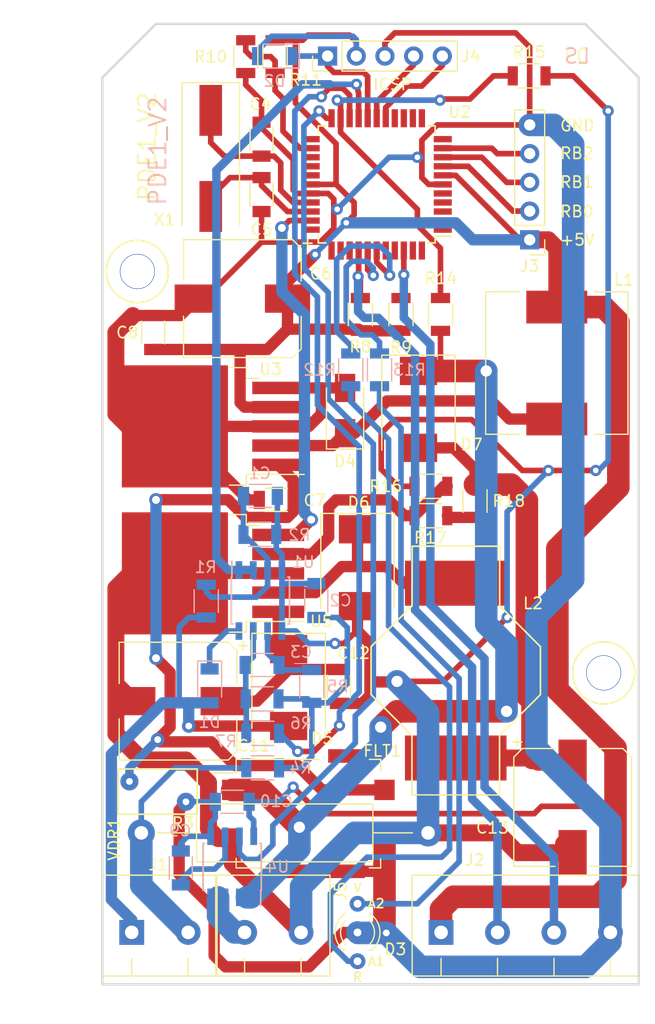
<source format=kicad_pcb>
(kicad_pcb (version 4) (host pcbnew 4.0.6)

  (general
    (links 118)
    (no_connects 0)
    (area 139.227667 44.491666 197.296 136.050001)
    (thickness 1.6)
    (drawings 18)
    (tracks 555)
    (zones 0)
    (modules 55)
    (nets 59)
  )

  (page A4)
  (title_block
    (title "DigitEco POWER")
    (date "29 agosto 2018")
    (rev 2.0)
  )

  (layers
    (0 F.Cu signal)
    (31 B.Cu signal)
    (32 B.Adhes user)
    (33 F.Adhes user)
    (34 B.Paste user)
    (35 F.Paste user)
    (36 B.SilkS user)
    (37 F.SilkS user)
    (38 B.Mask user)
    (39 F.Mask user)
    (44 Edge.Cuts user)
    (45 Margin user)
    (46 B.CrtYd user)
    (47 F.CrtYd user)
    (48 B.Fab user)
    (49 F.Fab user)
  )

  (setup
    (last_trace_width 1)
    (user_trace_width 0.4)
    (user_trace_width 0.5)
    (user_trace_width 0.75)
    (user_trace_width 1)
    (user_trace_width 1.5)
    (user_trace_width 2)
    (user_trace_width 2.5)
    (user_trace_width 3)
    (trace_clearance 0.2)
    (zone_clearance 0.508)
    (zone_45_only no)
    (trace_min 0.2)
    (segment_width 0.2)
    (edge_width 0.2)
    (via_size 0.6)
    (via_drill 0.4)
    (via_min_size 0.4)
    (via_min_drill 0.3)
    (user_via 1 0.5)
    (user_via 1.2 0.7)
    (user_via 1.5 1)
    (uvia_size 0.3)
    (uvia_drill 0.1)
    (uvias_allowed no)
    (uvia_min_size 0.2)
    (uvia_min_drill 0.1)
    (pcb_text_width 0.15)
    (pcb_text_size 0.8 0.8)
    (mod_edge_width 0.15)
    (mod_text_size 1 1)
    (mod_text_width 0.15)
    (pad_size 3 1.2)
    (pad_drill 0)
    (pad_to_mask_clearance 0.2)
    (aux_axis_origin 0 0)
    (grid_origin 126.111 104.775)
    (visible_elements 7FFEFFFF)
    (pcbplotparams
      (layerselection 0x010fc_80000001)
      (usegerberextensions false)
      (excludeedgelayer true)
      (linewidth 0.100000)
      (plotframeref false)
      (viasonmask false)
      (mode 1)
      (useauxorigin false)
      (hpglpennumber 1)
      (hpglpenspeed 20)
      (hpglpendiameter 15)
      (hpglpenoverlay 2)
      (psnegative false)
      (psa4output false)
      (plotreference true)
      (plotvalue true)
      (plotinvisibletext false)
      (padsonsilk false)
      (subtractmaskfromsilk false)
      (outputformat 1)
      (mirror false)
      (drillshape 0)
      (scaleselection 1)
      (outputdirectory ""))
  )

  (net 0 "")
  (net 1 "Net-(C1-Pad1)")
  (net 2 GNDPWR)
  (net 3 "Net-(C2-Pad1)")
  (net 4 "Net-(C3-Pad1)")
  (net 5 "Net-(C3-Pad2)")
  (net 6 "Net-(C4-Pad1)")
  (net 7 GND)
  (net 8 "Net-(C5-Pad1)")
  (net 9 "Net-(C7-Pad1)")
  (net 10 +5V)
  (net 11 "Net-(C9-Pad1)")
  (net 12 "Net-(C11-Pad1)")
  (net 13 "Net-(D1-Pad2)")
  (net 14 "Net-(D1-Pad1)")
  (net 15 "Net-(D2-Pad1)")
  (net 16 "Net-(D4-Pad1)")
  (net 17 "Net-(D6-Pad1)")
  (net 18 /+13,8V)
  (net 19 /+14,4V)
  (net 20 "Net-(J2-Pad2)")
  (net 21 "Net-(J2-Pad3)")
  (net 22 "Net-(J3-Pad2)")
  (net 23 "Net-(J3-Pad3)")
  (net 24 "Net-(J3-Pad4)")
  (net 25 "Net-(J4-Pad4)")
  (net 26 "Net-(J4-Pad5)")
  (net 27 "Net-(J1-Pad2)")
  (net 28 "Net-(R7-Pad1)")
  (net 29 /Vout)
  (net 30 "Net-(R12-Pad1)")
  (net 31 "Net-(D3-Pad1)")
  (net 32 "Net-(R13-Pad1)")
  (net 33 "Net-(D3-Pad2)")
  (net 34 /Vbatt)
  (net 35 "Net-(R16-Pad1)")
  (net 36 "Net-(R17-Pad2)")
  (net 37 "Net-(U1-Pad1)")
  (net 38 "Net-(U2-Pad1)")
  (net 39 "Net-(U2-Pad2)")
  (net 40 "Net-(U2-Pad3)")
  (net 41 "Net-(U2-Pad4)")
  (net 42 "Net-(U2-Pad5)")
  (net 43 "Net-(U2-Pad11)")
  (net 44 "Net-(U2-Pad14)")
  (net 45 "Net-(U2-Pad15)")
  (net 46 Ibatt)
  (net 47 "Net-(U2-Pad23)")
  (net 48 "Net-(U2-Pad25)")
  (net 49 "Net-(U2-Pad26)")
  (net 50 "Net-(U2-Pad27)")
  (net 51 "Net-(U2-Pad32)")
  (net 52 "Net-(U2-Pad35)")
  (net 53 "Net-(U2-Pad36)")
  (net 54 "Net-(U2-Pad40)")
  (net 55 "Net-(U2-Pad41)")
  (net 56 "Net-(U2-Pad43)")
  (net 57 "Net-(U2-Pad44)")
  (net 58 "Net-(J5-Pad1)")

  (net_class Default "Questo è il gruppo di collegamenti predefinito"
    (clearance 0.2)
    (trace_width 0.25)
    (via_dia 0.6)
    (via_drill 0.4)
    (uvia_dia 0.3)
    (uvia_drill 0.1)
    (add_net +5V)
    (add_net /+13,8V)
    (add_net /+14,4V)
    (add_net /Vbatt)
    (add_net /Vout)
    (add_net GND)
    (add_net GNDPWR)
    (add_net Ibatt)
    (add_net "Net-(C1-Pad1)")
    (add_net "Net-(C11-Pad1)")
    (add_net "Net-(C2-Pad1)")
    (add_net "Net-(C3-Pad1)")
    (add_net "Net-(C3-Pad2)")
    (add_net "Net-(C4-Pad1)")
    (add_net "Net-(C5-Pad1)")
    (add_net "Net-(C7-Pad1)")
    (add_net "Net-(C9-Pad1)")
    (add_net "Net-(D1-Pad1)")
    (add_net "Net-(D1-Pad2)")
    (add_net "Net-(D2-Pad1)")
    (add_net "Net-(D3-Pad1)")
    (add_net "Net-(D3-Pad2)")
    (add_net "Net-(D4-Pad1)")
    (add_net "Net-(D6-Pad1)")
    (add_net "Net-(J1-Pad2)")
    (add_net "Net-(J2-Pad2)")
    (add_net "Net-(J2-Pad3)")
    (add_net "Net-(J3-Pad2)")
    (add_net "Net-(J3-Pad3)")
    (add_net "Net-(J3-Pad4)")
    (add_net "Net-(J4-Pad4)")
    (add_net "Net-(J4-Pad5)")
    (add_net "Net-(J5-Pad1)")
    (add_net "Net-(R12-Pad1)")
    (add_net "Net-(R13-Pad1)")
    (add_net "Net-(R16-Pad1)")
    (add_net "Net-(R17-Pad2)")
    (add_net "Net-(R7-Pad1)")
    (add_net "Net-(U1-Pad1)")
    (add_net "Net-(U2-Pad1)")
    (add_net "Net-(U2-Pad11)")
    (add_net "Net-(U2-Pad14)")
    (add_net "Net-(U2-Pad15)")
    (add_net "Net-(U2-Pad2)")
    (add_net "Net-(U2-Pad23)")
    (add_net "Net-(U2-Pad25)")
    (add_net "Net-(U2-Pad26)")
    (add_net "Net-(U2-Pad27)")
    (add_net "Net-(U2-Pad3)")
    (add_net "Net-(U2-Pad32)")
    (add_net "Net-(U2-Pad35)")
    (add_net "Net-(U2-Pad36)")
    (add_net "Net-(U2-Pad4)")
    (add_net "Net-(U2-Pad40)")
    (add_net "Net-(U2-Pad41)")
    (add_net "Net-(U2-Pad43)")
    (add_net "Net-(U2-Pad44)")
    (add_net "Net-(U2-Pad5)")
  )

  (module Capacitors_SMD:C_1206 placed (layer B.Cu) (tedit 5D5EF045) (tstamp 5D56B412)
    (at 162.111 88.425)
    (descr "Capacitor SMD 1206, reflow soldering, AVX (see smccp.pdf)")
    (tags "capacitor 1206")
    (path /5D5146AB)
    (attr smd)
    (fp_text reference C1 (at -0.05 -2) (layer B.SilkS)
      (effects (font (size 1 1) (thickness 0.15)) (justify mirror))
    )
    (fp_text value 100nF (at 0 -2) (layer B.Fab)
      (effects (font (size 1 1) (thickness 0.15)) (justify mirror))
    )
    (fp_text user %R (at 0 1.75) (layer B.Fab)
      (effects (font (size 1 1) (thickness 0.15)) (justify mirror))
    )
    (fp_line (start -1.6 -0.8) (end -1.6 0.8) (layer B.Fab) (width 0.1))
    (fp_line (start 1.6 -0.8) (end -1.6 -0.8) (layer B.Fab) (width 0.1))
    (fp_line (start 1.6 0.8) (end 1.6 -0.8) (layer B.Fab) (width 0.1))
    (fp_line (start -1.6 0.8) (end 1.6 0.8) (layer B.Fab) (width 0.1))
    (fp_line (start 1 1.02) (end -1 1.02) (layer B.SilkS) (width 0.12))
    (fp_line (start -1 -1.02) (end 1 -1.02) (layer B.SilkS) (width 0.12))
    (fp_line (start -2.25 1.05) (end 2.25 1.05) (layer B.CrtYd) (width 0.05))
    (fp_line (start -2.25 1.05) (end -2.25 -1.05) (layer B.CrtYd) (width 0.05))
    (fp_line (start 2.25 -1.05) (end 2.25 1.05) (layer B.CrtYd) (width 0.05))
    (fp_line (start 2.25 -1.05) (end -2.25 -1.05) (layer B.CrtYd) (width 0.05))
    (pad 1 smd rect (at -1.5 0) (size 1 1.6) (layers B.Cu B.Paste B.Mask)
      (net 1 "Net-(C1-Pad1)"))
    (pad 2 smd rect (at 1.5 0) (size 1 1.6) (layers B.Cu B.Paste B.Mask)
      (net 2 GNDPWR))
    (model Capacitors_SMD.3dshapes/C_1206.wrl
      (at (xyz 0 0 0))
      (scale (xyz 1 1 1))
      (rotate (xyz 0 0 0))
    )
  )

  (module Capacitors_SMD:C_1206 placed (layer B.Cu) (tedit 5D5EF0D2) (tstamp 5D56B418)
    (at 167.061 97.675 90)
    (descr "Capacitor SMD 1206, reflow soldering, AVX (see smccp.pdf)")
    (tags "capacitor 1206")
    (path /5D516199)
    (attr smd)
    (fp_text reference C2 (at 0 2.15 180) (layer B.SilkS)
      (effects (font (size 1 1) (thickness 0.15)) (justify mirror))
    )
    (fp_text value 100nF (at 0 -2 90) (layer B.Fab)
      (effects (font (size 1 1) (thickness 0.15)) (justify mirror))
    )
    (fp_text user %R (at 0 1.75 90) (layer B.Fab)
      (effects (font (size 1 1) (thickness 0.15)) (justify mirror))
    )
    (fp_line (start -1.6 -0.8) (end -1.6 0.8) (layer B.Fab) (width 0.1))
    (fp_line (start 1.6 -0.8) (end -1.6 -0.8) (layer B.Fab) (width 0.1))
    (fp_line (start 1.6 0.8) (end 1.6 -0.8) (layer B.Fab) (width 0.1))
    (fp_line (start -1.6 0.8) (end 1.6 0.8) (layer B.Fab) (width 0.1))
    (fp_line (start 1 1.02) (end -1 1.02) (layer B.SilkS) (width 0.12))
    (fp_line (start -1 -1.02) (end 1 -1.02) (layer B.SilkS) (width 0.12))
    (fp_line (start -2.25 1.05) (end 2.25 1.05) (layer B.CrtYd) (width 0.05))
    (fp_line (start -2.25 1.05) (end -2.25 -1.05) (layer B.CrtYd) (width 0.05))
    (fp_line (start 2.25 -1.05) (end 2.25 1.05) (layer B.CrtYd) (width 0.05))
    (fp_line (start 2.25 -1.05) (end -2.25 -1.05) (layer B.CrtYd) (width 0.05))
    (pad 1 smd rect (at -1.5 0 90) (size 1 1.6) (layers B.Cu B.Paste B.Mask)
      (net 3 "Net-(C2-Pad1)"))
    (pad 2 smd rect (at 1.5 0 90) (size 1 1.6) (layers B.Cu B.Paste B.Mask)
      (net 2 GNDPWR))
    (model Capacitors_SMD.3dshapes/C_1206.wrl
      (at (xyz 0 0 0))
      (scale (xyz 1 1 1))
      (rotate (xyz 0 0 0))
    )
  )

  (module Capacitors_SMD:C_1206 placed (layer B.Cu) (tedit 5D5EF48B) (tstamp 5D56B41E)
    (at 162.261 103.375)
    (descr "Capacitor SMD 1206, reflow soldering, AVX (see smccp.pdf)")
    (tags "capacitor 1206")
    (path /5D51614C)
    (attr smd)
    (fp_text reference C3 (at 3.45 -1.15) (layer B.SilkS)
      (effects (font (size 1 1) (thickness 0.15)) (justify mirror))
    )
    (fp_text value 470pF (at 0 -2) (layer B.Fab)
      (effects (font (size 1 1) (thickness 0.15)) (justify mirror))
    )
    (fp_text user %R (at 0 1.75) (layer B.Fab)
      (effects (font (size 1 1) (thickness 0.15)) (justify mirror))
    )
    (fp_line (start -1.6 -0.8) (end -1.6 0.8) (layer B.Fab) (width 0.1))
    (fp_line (start 1.6 -0.8) (end -1.6 -0.8) (layer B.Fab) (width 0.1))
    (fp_line (start 1.6 0.8) (end 1.6 -0.8) (layer B.Fab) (width 0.1))
    (fp_line (start -1.6 0.8) (end 1.6 0.8) (layer B.Fab) (width 0.1))
    (fp_line (start 1 1.02) (end -1 1.02) (layer B.SilkS) (width 0.12))
    (fp_line (start -1 -1.02) (end 1 -1.02) (layer B.SilkS) (width 0.12))
    (fp_line (start -2.25 1.05) (end 2.25 1.05) (layer B.CrtYd) (width 0.05))
    (fp_line (start -2.25 1.05) (end -2.25 -1.05) (layer B.CrtYd) (width 0.05))
    (fp_line (start 2.25 -1.05) (end 2.25 1.05) (layer B.CrtYd) (width 0.05))
    (fp_line (start 2.25 -1.05) (end -2.25 -1.05) (layer B.CrtYd) (width 0.05))
    (pad 1 smd rect (at -1.5 0) (size 1 1.6) (layers B.Cu B.Paste B.Mask)
      (net 4 "Net-(C3-Pad1)"))
    (pad 2 smd rect (at 1.5 0) (size 1 1.6) (layers B.Cu B.Paste B.Mask)
      (net 5 "Net-(C3-Pad2)"))
    (model Capacitors_SMD.3dshapes/C_1206.wrl
      (at (xyz 0 0 0))
      (scale (xyz 1 1 1))
      (rotate (xyz 0 0 0))
    )
  )

  (module Capacitors_SMD:C_1206 placed (layer F.Cu) (tedit 5D5EEEDE) (tstamp 5D56B424)
    (at 162.211 56.875 90)
    (descr "Capacitor SMD 1206, reflow soldering, AVX (see smccp.pdf)")
    (tags "capacitor 1206")
    (path /5D530F44)
    (attr smd)
    (fp_text reference C4 (at 3.1 -0.1 180) (layer F.SilkS)
      (effects (font (size 1 1) (thickness 0.15)))
    )
    (fp_text value 15pF (at 0 2 90) (layer F.Fab)
      (effects (font (size 1 1) (thickness 0.15)))
    )
    (fp_text user %R (at 0 -1.75 90) (layer F.Fab)
      (effects (font (size 1 1) (thickness 0.15)))
    )
    (fp_line (start -1.6 0.8) (end -1.6 -0.8) (layer F.Fab) (width 0.1))
    (fp_line (start 1.6 0.8) (end -1.6 0.8) (layer F.Fab) (width 0.1))
    (fp_line (start 1.6 -0.8) (end 1.6 0.8) (layer F.Fab) (width 0.1))
    (fp_line (start -1.6 -0.8) (end 1.6 -0.8) (layer F.Fab) (width 0.1))
    (fp_line (start 1 -1.02) (end -1 -1.02) (layer F.SilkS) (width 0.12))
    (fp_line (start -1 1.02) (end 1 1.02) (layer F.SilkS) (width 0.12))
    (fp_line (start -2.25 -1.05) (end 2.25 -1.05) (layer F.CrtYd) (width 0.05))
    (fp_line (start -2.25 -1.05) (end -2.25 1.05) (layer F.CrtYd) (width 0.05))
    (fp_line (start 2.25 1.05) (end 2.25 -1.05) (layer F.CrtYd) (width 0.05))
    (fp_line (start 2.25 1.05) (end -2.25 1.05) (layer F.CrtYd) (width 0.05))
    (pad 1 smd rect (at -1.5 0 90) (size 1 1.6) (layers F.Cu F.Paste F.Mask)
      (net 6 "Net-(C4-Pad1)"))
    (pad 2 smd rect (at 1.5 0 90) (size 1 1.6) (layers F.Cu F.Paste F.Mask)
      (net 7 GND))
    (model Capacitors_SMD.3dshapes/C_1206.wrl
      (at (xyz 0 0 0))
      (scale (xyz 1 1 1))
      (rotate (xyz 0 0 0))
    )
  )

  (module Capacitors_SMD:C_1206 placed (layer F.Cu) (tedit 5D5EEEF9) (tstamp 5D56B42A)
    (at 162.211 61.775 270)
    (descr "Capacitor SMD 1206, reflow soldering, AVX (see smccp.pdf)")
    (tags "capacitor 1206")
    (path /5D530FBB)
    (attr smd)
    (fp_text reference C5 (at 3.1 0 360) (layer F.SilkS)
      (effects (font (size 1 1) (thickness 0.15)))
    )
    (fp_text value 15pF (at 0 2 270) (layer F.Fab)
      (effects (font (size 1 1) (thickness 0.15)))
    )
    (fp_text user %R (at 0 -1.75 270) (layer F.Fab)
      (effects (font (size 1 1) (thickness 0.15)))
    )
    (fp_line (start -1.6 0.8) (end -1.6 -0.8) (layer F.Fab) (width 0.1))
    (fp_line (start 1.6 0.8) (end -1.6 0.8) (layer F.Fab) (width 0.1))
    (fp_line (start 1.6 -0.8) (end 1.6 0.8) (layer F.Fab) (width 0.1))
    (fp_line (start -1.6 -0.8) (end 1.6 -0.8) (layer F.Fab) (width 0.1))
    (fp_line (start 1 -1.02) (end -1 -1.02) (layer F.SilkS) (width 0.12))
    (fp_line (start -1 1.02) (end 1 1.02) (layer F.SilkS) (width 0.12))
    (fp_line (start -2.25 -1.05) (end 2.25 -1.05) (layer F.CrtYd) (width 0.05))
    (fp_line (start -2.25 -1.05) (end -2.25 1.05) (layer F.CrtYd) (width 0.05))
    (fp_line (start 2.25 1.05) (end 2.25 -1.05) (layer F.CrtYd) (width 0.05))
    (fp_line (start 2.25 1.05) (end -2.25 1.05) (layer F.CrtYd) (width 0.05))
    (pad 1 smd rect (at -1.5 0 270) (size 1 1.6) (layers F.Cu F.Paste F.Mask)
      (net 8 "Net-(C5-Pad1)"))
    (pad 2 smd rect (at 1.5 0 270) (size 1 1.6) (layers F.Cu F.Paste F.Mask)
      (net 7 GND))
    (model Capacitors_SMD.3dshapes/C_1206.wrl
      (at (xyz 0 0 0))
      (scale (xyz 1 1 1))
      (rotate (xyz 0 0 0))
    )
  )

  (module Capacitors_SMD:C_1206 placed (layer F.Cu) (tedit 5D5EF1E5) (tstamp 5D56B430)
    (at 163.511 88.775 180)
    (descr "Capacitor SMD 1206, reflow soldering, AVX (see smccp.pdf)")
    (tags "capacitor 1206")
    (path /5D52A03F)
    (attr smd)
    (fp_text reference C7 (at -3.4 -0.05 180) (layer F.SilkS)
      (effects (font (size 1 1) (thickness 0.15)))
    )
    (fp_text value 100nF (at 0 2 180) (layer F.Fab)
      (effects (font (size 1 1) (thickness 0.15)))
    )
    (fp_text user %R (at 0 -1.75 180) (layer F.Fab)
      (effects (font (size 1 1) (thickness 0.15)))
    )
    (fp_line (start -1.6 0.8) (end -1.6 -0.8) (layer F.Fab) (width 0.1))
    (fp_line (start 1.6 0.8) (end -1.6 0.8) (layer F.Fab) (width 0.1))
    (fp_line (start 1.6 -0.8) (end 1.6 0.8) (layer F.Fab) (width 0.1))
    (fp_line (start -1.6 -0.8) (end 1.6 -0.8) (layer F.Fab) (width 0.1))
    (fp_line (start 1 -1.02) (end -1 -1.02) (layer F.SilkS) (width 0.12))
    (fp_line (start -1 1.02) (end 1 1.02) (layer F.SilkS) (width 0.12))
    (fp_line (start -2.25 -1.05) (end 2.25 -1.05) (layer F.CrtYd) (width 0.05))
    (fp_line (start -2.25 -1.05) (end -2.25 1.05) (layer F.CrtYd) (width 0.05))
    (fp_line (start 2.25 1.05) (end 2.25 -1.05) (layer F.CrtYd) (width 0.05))
    (fp_line (start 2.25 1.05) (end -2.25 1.05) (layer F.CrtYd) (width 0.05))
    (pad 1 smd rect (at -1.5 0 180) (size 1 1.6) (layers F.Cu F.Paste F.Mask)
      (net 9 "Net-(C7-Pad1)"))
    (pad 2 smd rect (at 1.5 0 180) (size 1 1.6) (layers F.Cu F.Paste F.Mask)
      (net 7 GND))
    (model Capacitors_SMD.3dshapes/C_1206.wrl
      (at (xyz 0 0 0))
      (scale (xyz 1 1 1))
      (rotate (xyz 0 0 0))
    )
  )

  (module Capacitors_SMD:C_1206 placed (layer F.Cu) (tedit 5D5EEF0C) (tstamp 5D56B436)
    (at 152.611 73.975 90)
    (descr "Capacitor SMD 1206, reflow soldering, AVX (see smccp.pdf)")
    (tags "capacitor 1206")
    (path /594FDE58)
    (attr smd)
    (fp_text reference C8 (at 0 -2.3 180) (layer F.SilkS)
      (effects (font (size 1 1) (thickness 0.15)))
    )
    (fp_text value 100nF (at 0 2 90) (layer F.Fab)
      (effects (font (size 1 1) (thickness 0.15)))
    )
    (fp_text user %R (at 0 -1.75 90) (layer F.Fab)
      (effects (font (size 1 1) (thickness 0.15)))
    )
    (fp_line (start -1.6 0.8) (end -1.6 -0.8) (layer F.Fab) (width 0.1))
    (fp_line (start 1.6 0.8) (end -1.6 0.8) (layer F.Fab) (width 0.1))
    (fp_line (start 1.6 -0.8) (end 1.6 0.8) (layer F.Fab) (width 0.1))
    (fp_line (start -1.6 -0.8) (end 1.6 -0.8) (layer F.Fab) (width 0.1))
    (fp_line (start 1 -1.02) (end -1 -1.02) (layer F.SilkS) (width 0.12))
    (fp_line (start -1 1.02) (end 1 1.02) (layer F.SilkS) (width 0.12))
    (fp_line (start -2.25 -1.05) (end 2.25 -1.05) (layer F.CrtYd) (width 0.05))
    (fp_line (start -2.25 -1.05) (end -2.25 1.05) (layer F.CrtYd) (width 0.05))
    (fp_line (start 2.25 1.05) (end 2.25 -1.05) (layer F.CrtYd) (width 0.05))
    (fp_line (start 2.25 1.05) (end -2.25 1.05) (layer F.CrtYd) (width 0.05))
    (pad 1 smd rect (at -1.5 0 90) (size 1 1.6) (layers F.Cu F.Paste F.Mask)
      (net 10 +5V))
    (pad 2 smd rect (at 1.5 0 90) (size 1 1.6) (layers F.Cu F.Paste F.Mask)
      (net 7 GND))
    (model Capacitors_SMD.3dshapes/C_1206.wrl
      (at (xyz 0 0 0))
      (scale (xyz 1 1 1))
      (rotate (xyz 0 0 0))
    )
  )

  (module Capacitors_SMD:C_1206 placed (layer B.Cu) (tedit 5D5EF4C5) (tstamp 5D56B43C)
    (at 155.061 121.325 90)
    (descr "Capacitor SMD 1206, reflow soldering, AVX (see smccp.pdf)")
    (tags "capacitor 1206")
    (path /5D527A95)
    (attr smd)
    (fp_text reference C9 (at 3.3 -0.05 180) (layer B.SilkS)
      (effects (font (size 1 1) (thickness 0.15)) (justify mirror))
    )
    (fp_text value 1nF (at 0 -2 90) (layer B.Fab)
      (effects (font (size 1 1) (thickness 0.15)) (justify mirror))
    )
    (fp_text user %R (at 0 1.75 90) (layer B.Fab)
      (effects (font (size 1 1) (thickness 0.15)) (justify mirror))
    )
    (fp_line (start -1.6 -0.8) (end -1.6 0.8) (layer B.Fab) (width 0.1))
    (fp_line (start 1.6 -0.8) (end -1.6 -0.8) (layer B.Fab) (width 0.1))
    (fp_line (start 1.6 0.8) (end 1.6 -0.8) (layer B.Fab) (width 0.1))
    (fp_line (start -1.6 0.8) (end 1.6 0.8) (layer B.Fab) (width 0.1))
    (fp_line (start 1 1.02) (end -1 1.02) (layer B.SilkS) (width 0.12))
    (fp_line (start -1 -1.02) (end 1 -1.02) (layer B.SilkS) (width 0.12))
    (fp_line (start -2.25 1.05) (end 2.25 1.05) (layer B.CrtYd) (width 0.05))
    (fp_line (start -2.25 1.05) (end -2.25 -1.05) (layer B.CrtYd) (width 0.05))
    (fp_line (start 2.25 -1.05) (end 2.25 1.05) (layer B.CrtYd) (width 0.05))
    (fp_line (start 2.25 -1.05) (end -2.25 -1.05) (layer B.CrtYd) (width 0.05))
    (pad 1 smd rect (at -1.5 0 90) (size 1 1.6) (layers B.Cu B.Paste B.Mask)
      (net 11 "Net-(C9-Pad1)"))
    (pad 2 smd rect (at 1.5 0 90) (size 1 1.6) (layers B.Cu B.Paste B.Mask)
      (net 7 GND))
    (model Capacitors_SMD.3dshapes/C_1206.wrl
      (at (xyz 0 0 0))
      (scale (xyz 1 1 1))
      (rotate (xyz 0 0 0))
    )
  )

  (module Capacitors_SMD:C_1206 placed (layer B.Cu) (tedit 5D5EF4B3) (tstamp 5D56B442)
    (at 159.611 115.475 180)
    (descr "Capacitor SMD 1206, reflow soldering, AVX (see smccp.pdf)")
    (tags "capacitor 1206")
    (path /5D527A38)
    (attr smd)
    (fp_text reference C10 (at -3.9 0.05 180) (layer B.SilkS)
      (effects (font (size 1 1) (thickness 0.15)) (justify mirror))
    )
    (fp_text value 100nF (at 0 -2 180) (layer B.Fab)
      (effects (font (size 1 1) (thickness 0.15)) (justify mirror))
    )
    (fp_text user %R (at 0 1.75 180) (layer B.Fab)
      (effects (font (size 1 1) (thickness 0.15)) (justify mirror))
    )
    (fp_line (start -1.6 -0.8) (end -1.6 0.8) (layer B.Fab) (width 0.1))
    (fp_line (start 1.6 -0.8) (end -1.6 -0.8) (layer B.Fab) (width 0.1))
    (fp_line (start 1.6 0.8) (end 1.6 -0.8) (layer B.Fab) (width 0.1))
    (fp_line (start -1.6 0.8) (end 1.6 0.8) (layer B.Fab) (width 0.1))
    (fp_line (start 1 1.02) (end -1 1.02) (layer B.SilkS) (width 0.12))
    (fp_line (start -1 -1.02) (end 1 -1.02) (layer B.SilkS) (width 0.12))
    (fp_line (start -2.25 1.05) (end 2.25 1.05) (layer B.CrtYd) (width 0.05))
    (fp_line (start -2.25 1.05) (end -2.25 -1.05) (layer B.CrtYd) (width 0.05))
    (fp_line (start 2.25 -1.05) (end 2.25 1.05) (layer B.CrtYd) (width 0.05))
    (fp_line (start 2.25 -1.05) (end -2.25 -1.05) (layer B.CrtYd) (width 0.05))
    (pad 1 smd rect (at -1.5 0 180) (size 1 1.6) (layers B.Cu B.Paste B.Mask)
      (net 10 +5V))
    (pad 2 smd rect (at 1.5 0 180) (size 1 1.6) (layers B.Cu B.Paste B.Mask)
      (net 7 GND))
    (model Capacitors_SMD.3dshapes/C_1206.wrl
      (at (xyz 0 0 0))
      (scale (xyz 1 1 1))
      (rotate (xyz 0 0 0))
    )
  )

  (module Capacitors_SMD:C_1206 placed (layer F.Cu) (tedit 5D5EF179) (tstamp 5D56B448)
    (at 169.061 105.275 270)
    (descr "Capacitor SMD 1206, reflow soldering, AVX (see smccp.pdf)")
    (tags "capacitor 1206")
    (path /5D514C44)
    (attr smd)
    (fp_text reference C12 (at -2.95 -1.3 360) (layer F.SilkS)
      (effects (font (size 1 1) (thickness 0.15)))
    )
    (fp_text value 100nF (at 0 2 270) (layer F.Fab)
      (effects (font (size 1 1) (thickness 0.15)))
    )
    (fp_text user %R (at 0 -1.75 270) (layer F.Fab)
      (effects (font (size 1 1) (thickness 0.15)))
    )
    (fp_line (start -1.6 0.8) (end -1.6 -0.8) (layer F.Fab) (width 0.1))
    (fp_line (start 1.6 0.8) (end -1.6 0.8) (layer F.Fab) (width 0.1))
    (fp_line (start 1.6 -0.8) (end 1.6 0.8) (layer F.Fab) (width 0.1))
    (fp_line (start -1.6 -0.8) (end 1.6 -0.8) (layer F.Fab) (width 0.1))
    (fp_line (start 1 -1.02) (end -1 -1.02) (layer F.SilkS) (width 0.12))
    (fp_line (start -1 1.02) (end 1 1.02) (layer F.SilkS) (width 0.12))
    (fp_line (start -2.25 -1.05) (end 2.25 -1.05) (layer F.CrtYd) (width 0.05))
    (fp_line (start -2.25 -1.05) (end -2.25 1.05) (layer F.CrtYd) (width 0.05))
    (fp_line (start 2.25 1.05) (end 2.25 -1.05) (layer F.CrtYd) (width 0.05))
    (fp_line (start 2.25 1.05) (end -2.25 1.05) (layer F.CrtYd) (width 0.05))
    (pad 1 smd rect (at -1.5 0 270) (size 1 1.6) (layers F.Cu F.Paste F.Mask)
      (net 12 "Net-(C11-Pad1)"))
    (pad 2 smd rect (at 1.5 0 270) (size 1 1.6) (layers F.Cu F.Paste F.Mask)
      (net 2 GNDPWR))
    (model Capacitors_SMD.3dshapes/C_1206.wrl
      (at (xyz 0 0 0))
      (scale (xyz 1 1 1))
      (rotate (xyz 0 0 0))
    )
  )

  (module Diodes_SMD:D_SMA placed (layer F.Cu) (tedit 5D5EEF73) (tstamp 5D56B45A)
    (at 169.611 80.875 90)
    (descr "Diode SMA (DO-214AC)")
    (tags "Diode SMA (DO-214AC)")
    (path /5D52AB33)
    (attr smd)
    (fp_text reference D4 (at -4.5 0 180) (layer F.SilkS)
      (effects (font (size 1 1) (thickness 0.15)))
    )
    (fp_text value SK34SMA (at 0 2.6 90) (layer F.Fab)
      (effects (font (size 1 1) (thickness 0.15)))
    )
    (fp_text user %R (at 0 -2.5 90) (layer F.Fab)
      (effects (font (size 1 1) (thickness 0.15)))
    )
    (fp_line (start -3.4 -1.65) (end -3.4 1.65) (layer F.SilkS) (width 0.12))
    (fp_line (start 2.3 1.5) (end -2.3 1.5) (layer F.Fab) (width 0.1))
    (fp_line (start -2.3 1.5) (end -2.3 -1.5) (layer F.Fab) (width 0.1))
    (fp_line (start 2.3 -1.5) (end 2.3 1.5) (layer F.Fab) (width 0.1))
    (fp_line (start 2.3 -1.5) (end -2.3 -1.5) (layer F.Fab) (width 0.1))
    (fp_line (start -3.5 -1.75) (end 3.5 -1.75) (layer F.CrtYd) (width 0.05))
    (fp_line (start 3.5 -1.75) (end 3.5 1.75) (layer F.CrtYd) (width 0.05))
    (fp_line (start 3.5 1.75) (end -3.5 1.75) (layer F.CrtYd) (width 0.05))
    (fp_line (start -3.5 1.75) (end -3.5 -1.75) (layer F.CrtYd) (width 0.05))
    (fp_line (start -0.64944 0.00102) (end -1.55114 0.00102) (layer F.Fab) (width 0.1))
    (fp_line (start 0.50118 0.00102) (end 1.4994 0.00102) (layer F.Fab) (width 0.1))
    (fp_line (start -0.64944 -0.79908) (end -0.64944 0.80112) (layer F.Fab) (width 0.1))
    (fp_line (start 0.50118 0.75032) (end 0.50118 -0.79908) (layer F.Fab) (width 0.1))
    (fp_line (start -0.64944 0.00102) (end 0.50118 0.75032) (layer F.Fab) (width 0.1))
    (fp_line (start -0.64944 0.00102) (end 0.50118 -0.79908) (layer F.Fab) (width 0.1))
    (fp_line (start -3.4 1.65) (end 2 1.65) (layer F.SilkS) (width 0.12))
    (fp_line (start -3.4 -1.65) (end 2 -1.65) (layer F.SilkS) (width 0.12))
    (pad 1 smd rect (at -2 0 90) (size 2.5 1.8) (layers F.Cu F.Paste F.Mask)
      (net 16 "Net-(D4-Pad1)"))
    (pad 2 smd rect (at 2 0 90) (size 2.5 1.8) (layers F.Cu F.Paste F.Mask)
      (net 7 GND))
    (model ${KISYS3DMOD}/Diodes_SMD.3dshapes/D_SMA.wrl
      (at (xyz 0 0 0))
      (scale (xyz 1 1 1))
      (rotate (xyz 0 0 0))
    )
  )

  (module Diodes_SMD:D_SMC placed (layer F.Cu) (tedit 5D5EF171) (tstamp 5D56B460)
    (at 164.611 105.375 270)
    (descr "Diode SMC (DO-214AB)")
    (tags "Diode SMC (DO-214AB)")
    (path /5D514BB4)
    (attr smd)
    (fp_text reference D5 (at 4.5 -2.95 360) (layer F.SilkS)
      (effects (font (size 1 1) (thickness 0.15)))
    )
    (fp_text value SS510 (at 0 4.2 270) (layer F.Fab)
      (effects (font (size 1 1) (thickness 0.15)))
    )
    (fp_text user %R (at 0 -1.9 270) (layer F.Fab)
      (effects (font (size 1 1) (thickness 0.15)))
    )
    (fp_line (start -4.8 3.25) (end -4.8 -3.25) (layer F.SilkS) (width 0.12))
    (fp_line (start 3.55 3.1) (end -3.55 3.1) (layer F.Fab) (width 0.1))
    (fp_line (start -3.55 3.1) (end -3.55 -3.1) (layer F.Fab) (width 0.1))
    (fp_line (start 3.55 -3.1) (end 3.55 3.1) (layer F.Fab) (width 0.1))
    (fp_line (start 3.55 -3.1) (end -3.55 -3.1) (layer F.Fab) (width 0.1))
    (fp_line (start -4.9 -3.35) (end 4.9 -3.35) (layer F.CrtYd) (width 0.05))
    (fp_line (start 4.9 -3.35) (end 4.9 3.35) (layer F.CrtYd) (width 0.05))
    (fp_line (start 4.9 3.35) (end -4.9 3.35) (layer F.CrtYd) (width 0.05))
    (fp_line (start -4.9 3.35) (end -4.9 -3.35) (layer F.CrtYd) (width 0.05))
    (fp_line (start -0.64944 0.00102) (end -1.55114 0.00102) (layer F.Fab) (width 0.1))
    (fp_line (start 0.50118 0.00102) (end 1.4994 0.00102) (layer F.Fab) (width 0.1))
    (fp_line (start -0.64944 -0.79908) (end -0.64944 0.80112) (layer F.Fab) (width 0.1))
    (fp_line (start 0.50118 0.75032) (end 0.50118 -0.79908) (layer F.Fab) (width 0.1))
    (fp_line (start -0.64944 0.00102) (end 0.50118 0.75032) (layer F.Fab) (width 0.1))
    (fp_line (start -0.64944 0.00102) (end 0.50118 -0.79908) (layer F.Fab) (width 0.1))
    (fp_line (start -4.8 3.25) (end 3.6 3.25) (layer F.SilkS) (width 0.12))
    (fp_line (start -4.8 -3.25) (end 3.6 -3.25) (layer F.SilkS) (width 0.12))
    (pad 1 smd rect (at -3.4 0) (size 3.3 2.5) (layers F.Cu F.Paste F.Mask)
      (net 12 "Net-(C11-Pad1)"))
    (pad 2 smd rect (at 3.4 0) (size 3.3 2.5) (layers F.Cu F.Paste F.Mask)
      (net 13 "Net-(D1-Pad2)"))
    (model ${KISYS3DMOD}/Diodes_SMD.3dshapes/D_SMC.wrl
      (at (xyz 0 0 0))
      (scale (xyz 1 1 1))
      (rotate (xyz 0 0 0))
    )
  )

  (module Diodes_SMD:D_SMC placed (layer F.Cu) (tedit 5D5EF0A0) (tstamp 5D56B466)
    (at 170.711 94.775 270)
    (descr "Diode SMC (DO-214AB)")
    (tags "Diode SMC (DO-214AB)")
    (path /5D514D3B)
    (attr smd)
    (fp_text reference D6 (at -5.75 -0.1 360) (layer F.SilkS)
      (effects (font (size 1 1) (thickness 0.15)))
    )
    (fp_text value SS510 (at 0 4.2 270) (layer F.Fab)
      (effects (font (size 1 1) (thickness 0.15)))
    )
    (fp_text user %R (at 0 -1.9 270) (layer F.Fab)
      (effects (font (size 1 1) (thickness 0.15)))
    )
    (fp_line (start -4.8 3.25) (end -4.8 -3.25) (layer F.SilkS) (width 0.12))
    (fp_line (start 3.55 3.1) (end -3.55 3.1) (layer F.Fab) (width 0.1))
    (fp_line (start -3.55 3.1) (end -3.55 -3.1) (layer F.Fab) (width 0.1))
    (fp_line (start 3.55 -3.1) (end 3.55 3.1) (layer F.Fab) (width 0.1))
    (fp_line (start 3.55 -3.1) (end -3.55 -3.1) (layer F.Fab) (width 0.1))
    (fp_line (start -4.9 -3.35) (end 4.9 -3.35) (layer F.CrtYd) (width 0.05))
    (fp_line (start 4.9 -3.35) (end 4.9 3.35) (layer F.CrtYd) (width 0.05))
    (fp_line (start 4.9 3.35) (end -4.9 3.35) (layer F.CrtYd) (width 0.05))
    (fp_line (start -4.9 3.35) (end -4.9 -3.35) (layer F.CrtYd) (width 0.05))
    (fp_line (start -0.64944 0.00102) (end -1.55114 0.00102) (layer F.Fab) (width 0.1))
    (fp_line (start 0.50118 0.00102) (end 1.4994 0.00102) (layer F.Fab) (width 0.1))
    (fp_line (start -0.64944 -0.79908) (end -0.64944 0.80112) (layer F.Fab) (width 0.1))
    (fp_line (start 0.50118 0.75032) (end 0.50118 -0.79908) (layer F.Fab) (width 0.1))
    (fp_line (start -0.64944 0.00102) (end 0.50118 0.75032) (layer F.Fab) (width 0.1))
    (fp_line (start -0.64944 0.00102) (end 0.50118 -0.79908) (layer F.Fab) (width 0.1))
    (fp_line (start -4.8 3.25) (end 3.6 3.25) (layer F.SilkS) (width 0.12))
    (fp_line (start -4.8 -3.25) (end 3.6 -3.25) (layer F.SilkS) (width 0.12))
    (pad 1 smd rect (at -3.4 0) (size 3.3 2.5) (layers F.Cu F.Paste F.Mask)
      (net 17 "Net-(D6-Pad1)"))
    (pad 2 smd rect (at 3.4 0) (size 3.3 2.5) (layers F.Cu F.Paste F.Mask)
      (net 2 GNDPWR))
    (model ${KISYS3DMOD}/Diodes_SMD.3dshapes/D_SMC.wrl
      (at (xyz 0 0 0))
      (scale (xyz 1 1 1))
      (rotate (xyz 0 0 0))
    )
  )

  (module Diodes_SMD:D_SMC placed (layer F.Cu) (tedit 5D5EF1FB) (tstamp 5D56B46C)
    (at 176.111 80.775 270)
    (descr "Diode SMC (DO-214AB)")
    (tags "Diode SMC (DO-214AB)")
    (path /5D5157B2)
    (attr smd)
    (fp_text reference D7 (at 3.1 -4.7 360) (layer F.SilkS)
      (effects (font (size 1 1) (thickness 0.15)))
    )
    (fp_text value SS510 (at 0 4.2 270) (layer F.Fab)
      (effects (font (size 1 1) (thickness 0.15)))
    )
    (fp_text user %R (at 0 -1.9 270) (layer F.Fab)
      (effects (font (size 1 1) (thickness 0.15)))
    )
    (fp_line (start -4.8 3.25) (end -4.8 -3.25) (layer F.SilkS) (width 0.12))
    (fp_line (start 3.55 3.1) (end -3.55 3.1) (layer F.Fab) (width 0.1))
    (fp_line (start -3.55 3.1) (end -3.55 -3.1) (layer F.Fab) (width 0.1))
    (fp_line (start 3.55 -3.1) (end 3.55 3.1) (layer F.Fab) (width 0.1))
    (fp_line (start 3.55 -3.1) (end -3.55 -3.1) (layer F.Fab) (width 0.1))
    (fp_line (start -4.9 -3.35) (end 4.9 -3.35) (layer F.CrtYd) (width 0.05))
    (fp_line (start 4.9 -3.35) (end 4.9 3.35) (layer F.CrtYd) (width 0.05))
    (fp_line (start 4.9 3.35) (end -4.9 3.35) (layer F.CrtYd) (width 0.05))
    (fp_line (start -4.9 3.35) (end -4.9 -3.35) (layer F.CrtYd) (width 0.05))
    (fp_line (start -0.64944 0.00102) (end -1.55114 0.00102) (layer F.Fab) (width 0.1))
    (fp_line (start 0.50118 0.00102) (end 1.4994 0.00102) (layer F.Fab) (width 0.1))
    (fp_line (start -0.64944 -0.79908) (end -0.64944 0.80112) (layer F.Fab) (width 0.1))
    (fp_line (start 0.50118 0.75032) (end 0.50118 -0.79908) (layer F.Fab) (width 0.1))
    (fp_line (start -0.64944 0.00102) (end 0.50118 0.75032) (layer F.Fab) (width 0.1))
    (fp_line (start -0.64944 0.00102) (end 0.50118 -0.79908) (layer F.Fab) (width 0.1))
    (fp_line (start -4.8 3.25) (end 3.6 3.25) (layer F.SilkS) (width 0.12))
    (fp_line (start -4.8 -3.25) (end 3.6 -3.25) (layer F.SilkS) (width 0.12))
    (pad 1 smd rect (at -3.4 0) (size 3.3 2.5) (layers F.Cu F.Paste F.Mask)
      (net 18 /+13,8V))
    (pad 2 smd rect (at 3.4 0) (size 3.3 2.5) (layers F.Cu F.Paste F.Mask)
      (net 19 /+14,4V))
    (model ${KISYS3DMOD}/Diodes_SMD.3dshapes/D_SMC.wrl
      (at (xyz 0 0 0))
      (scale (xyz 1 1 1))
      (rotate (xyz 0 0 0))
    )
  )

  (module Libreria_PCB_mia:Filter_Murata_BNX025 placed (layer F.Cu) (tedit 5D5EF135) (tstamp 5D56B489)
    (at 166.361 116.525)
    (descr https://www.murata.com/en-us/products/productdata/8796778004510/QNFH9101.pdf?1496719830000)
    (tags "EMI Filter")
    (path /5D519BA1)
    (attr smd)
    (fp_text reference FLT1 (at 6.55 -5.55 180) (layer F.SilkS)
      (effects (font (size 1 1) (thickness 0.15)))
    )
    (fp_text value BNX022-01 (at -1.9 7.75) (layer F.Fab)
      (effects (font (size 1 1) (thickness 0.1)))
    )
    (fp_text user %R (at 0.75 0) (layer F.Fab)
      (effects (font (size 1 1) (thickness 0.1)))
    )
    (fp_line (start -6.4 4.8) (end -6.4 3.95) (layer F.SilkS) (width 0.12))
    (fp_line (start 6.4 4.8) (end 6.4 4) (layer F.SilkS) (width 0.12))
    (fp_line (start 6.4 -3.8) (end 6.4 -4.8) (layer F.SilkS) (width 0.12))
    (fp_line (start -6.4 -3.6) (end -6.4 -4.8) (layer F.SilkS) (width 0.12))
    (fp_line (start 1 -4.8) (end -6.4 -4.8) (layer F.SilkS) (width 0.12))
    (fp_line (start 6.4 -4.8) (end 5.4 -4.8) (layer F.SilkS) (width 0.12))
    (fp_line (start 5.4 4.8) (end 6.4 4.8) (layer F.SilkS) (width 0.12))
    (fp_line (start -3.4 4.8) (end -6.4 4.8) (layer F.SilkS) (width 0.12))
    (fp_line (start -5.05 -4.55) (end 6.05 -4.55) (layer F.Fab) (width 0.1))
    (fp_line (start 6.05 -4.55) (end 6.05 4.55) (layer F.Fab) (width 0.1))
    (fp_line (start 6.05 4.55) (end -6.05 4.55) (layer F.Fab) (width 0.1))
    (fp_line (start -6.05 4.55) (end -6.05 -3.55) (layer F.Fab) (width 0.1))
    (fp_line (start -6.4 -3.6) (end -8.6 -3.6) (layer F.SilkS) (width 0.12))
    (fp_line (start -5.05 -4.55) (end -6.05 -3.55) (layer F.Fab) (width 0.1))
    (fp_line (start -9 -6.5) (end 9 -6.5) (layer F.CrtYd) (width 0.05))
    (fp_line (start -9 -6.5) (end -9 6.5) (layer F.CrtYd) (width 0.05))
    (fp_line (start 9 6.5) (end 9 -6.5) (layer F.CrtYd) (width 0.05))
    (fp_line (start 9 6.5) (end -9 6.5) (layer F.CrtYd) (width 0.05))
    (pad 1 smd rect (at -6.75 -2.1) (size 1.8 1.8) (layers F.Cu F.Paste F.Mask)
      (net 18 /+13,8V))
    (pad 3 smd rect (at -6.75 2.2) (size 1.8 1.8) (layers F.Cu F.Paste F.Mask)
      (net 2 GNDPWR))
    (pad 2 smd rect (at 6.739 -2.1) (size 1.8 1.8) (layers F.Cu F.Paste F.Mask)
      (net 9 "Net-(C7-Pad1)"))
    (pad 4 smd rect (at 6.739 2.2) (size 1.8 1.8) (layers F.Cu F.Paste F.Mask)
      (net 7 GND) (zone_connect 2))
    (pad 4 smd rect (at 1 5.1) (size 8 1.2) (layers F.Cu F.Paste F.Mask)
      (net 7 GND) (zone_connect 2))
    (pad 4 smd rect (at 3.25 -5.1) (size 3 1.2) (layers F.Cu F.Paste F.Mask)
      (zone_connect 2))
    (model ${KISYS3DMOD}/Filter.3dshapes/Filter_Murata_BNX025.wrl
      (at (xyz 0 0 0))
      (scale (xyz 1 1 1))
      (rotate (xyz 0 0 0))
    )
  )

  (module Pin_Headers:Pin_Header_Straight_1x05_Pitch2.54mm placed (layer F.Cu) (tedit 5D5EEE31) (tstamp 5D56B49A)
    (at 185.961 65.775 180)
    (descr "Through hole straight pin header, 1x05, 2.54mm pitch, single row")
    (tags "Through hole pin header THT 1x05 2.54mm single row")
    (path /5D52DAF2)
    (fp_text reference J3 (at 0 -2.33 180) (layer F.SilkS)
      (effects (font (size 1 1) (thickness 0.15)))
    )
    (fp_text value CONN_01X05 (at 0 12.49 180) (layer F.Fab)
      (effects (font (size 1 1) (thickness 0.15)))
    )
    (fp_line (start -0.635 -1.27) (end 1.27 -1.27) (layer F.Fab) (width 0.1))
    (fp_line (start 1.27 -1.27) (end 1.27 11.43) (layer F.Fab) (width 0.1))
    (fp_line (start 1.27 11.43) (end -1.27 11.43) (layer F.Fab) (width 0.1))
    (fp_line (start -1.27 11.43) (end -1.27 -0.635) (layer F.Fab) (width 0.1))
    (fp_line (start -1.27 -0.635) (end -0.635 -1.27) (layer F.Fab) (width 0.1))
    (fp_line (start -1.33 11.49) (end 1.33 11.49) (layer F.SilkS) (width 0.12))
    (fp_line (start -1.33 1.27) (end -1.33 11.49) (layer F.SilkS) (width 0.12))
    (fp_line (start 1.33 1.27) (end 1.33 11.49) (layer F.SilkS) (width 0.12))
    (fp_line (start -1.33 1.27) (end 1.33 1.27) (layer F.SilkS) (width 0.12))
    (fp_line (start -1.33 0) (end -1.33 -1.33) (layer F.SilkS) (width 0.12))
    (fp_line (start -1.33 -1.33) (end 0 -1.33) (layer F.SilkS) (width 0.12))
    (fp_line (start -1.8 -1.8) (end -1.8 11.95) (layer F.CrtYd) (width 0.05))
    (fp_line (start -1.8 11.95) (end 1.8 11.95) (layer F.CrtYd) (width 0.05))
    (fp_line (start 1.8 11.95) (end 1.8 -1.8) (layer F.CrtYd) (width 0.05))
    (fp_line (start 1.8 -1.8) (end -1.8 -1.8) (layer F.CrtYd) (width 0.05))
    (fp_text user %R (at 0 5.08 270) (layer F.Fab)
      (effects (font (size 1 1) (thickness 0.15)))
    )
    (pad 1 thru_hole rect (at 0 0 180) (size 1.7 1.7) (drill 1) (layers *.Cu *.Mask)
      (net 10 +5V))
    (pad 2 thru_hole oval (at 0 2.54 180) (size 1.7 1.7) (drill 1) (layers *.Cu *.Mask)
      (net 22 "Net-(J3-Pad2)"))
    (pad 3 thru_hole oval (at 0 5.08 180) (size 1.7 1.7) (drill 1) (layers *.Cu *.Mask)
      (net 23 "Net-(J3-Pad3)"))
    (pad 4 thru_hole oval (at 0 7.62 180) (size 1.7 1.7) (drill 1) (layers *.Cu *.Mask)
      (net 24 "Net-(J3-Pad4)"))
    (pad 5 thru_hole oval (at 0 10.16 180) (size 1.7 1.7) (drill 1) (layers *.Cu *.Mask)
      (net 7 GND))
    (model ${KISYS3DMOD}/Pin_Headers.3dshapes/Pin_Header_Straight_1x05_Pitch2.54mm.wrl
      (at (xyz 0 0 0))
      (scale (xyz 1 1 1))
      (rotate (xyz 0 0 0))
    )
  )

  (module Pin_Headers:Pin_Header_Straight_1x05_Pitch2.54mm placed (layer F.Cu) (tedit 5D5EEEAD) (tstamp 5D56B4A3)
    (at 168.061 49.525 90)
    (descr "Through hole straight pin header, 1x05, 2.54mm pitch, single row")
    (tags "Through hole pin header THT 1x05 2.54mm single row")
    (path /5D5183A1)
    (fp_text reference J4 (at 0 12.7 180) (layer F.SilkS)
      (effects (font (size 1 1) (thickness 0.15)))
    )
    (fp_text value CONN_01X05 (at 0 12.49 90) (layer F.Fab)
      (effects (font (size 1 1) (thickness 0.15)))
    )
    (fp_line (start -0.635 -1.27) (end 1.27 -1.27) (layer F.Fab) (width 0.1))
    (fp_line (start 1.27 -1.27) (end 1.27 11.43) (layer F.Fab) (width 0.1))
    (fp_line (start 1.27 11.43) (end -1.27 11.43) (layer F.Fab) (width 0.1))
    (fp_line (start -1.27 11.43) (end -1.27 -0.635) (layer F.Fab) (width 0.1))
    (fp_line (start -1.27 -0.635) (end -0.635 -1.27) (layer F.Fab) (width 0.1))
    (fp_line (start -1.33 11.49) (end 1.33 11.49) (layer F.SilkS) (width 0.12))
    (fp_line (start -1.33 1.27) (end -1.33 11.49) (layer F.SilkS) (width 0.12))
    (fp_line (start 1.33 1.27) (end 1.33 11.49) (layer F.SilkS) (width 0.12))
    (fp_line (start -1.33 1.27) (end 1.33 1.27) (layer F.SilkS) (width 0.12))
    (fp_line (start -1.33 0) (end -1.33 -1.33) (layer F.SilkS) (width 0.12))
    (fp_line (start -1.33 -1.33) (end 0 -1.33) (layer F.SilkS) (width 0.12))
    (fp_line (start -1.8 -1.8) (end -1.8 11.95) (layer F.CrtYd) (width 0.05))
    (fp_line (start -1.8 11.95) (end 1.8 11.95) (layer F.CrtYd) (width 0.05))
    (fp_line (start 1.8 11.95) (end 1.8 -1.8) (layer F.CrtYd) (width 0.05))
    (fp_line (start 1.8 -1.8) (end -1.8 -1.8) (layer F.CrtYd) (width 0.05))
    (fp_text user %R (at 0 5.08 180) (layer F.Fab)
      (effects (font (size 1 1) (thickness 0.15)))
    )
    (pad 1 thru_hole rect (at 0 0 90) (size 1.7 1.7) (drill 1) (layers *.Cu *.Mask)
      (net 15 "Net-(D2-Pad1)"))
    (pad 2 thru_hole oval (at 0 2.54 90) (size 1.7 1.7) (drill 1) (layers *.Cu *.Mask)
      (net 10 +5V))
    (pad 3 thru_hole oval (at 0 5.08 90) (size 1.7 1.7) (drill 1) (layers *.Cu *.Mask)
      (net 7 GND))
    (pad 4 thru_hole oval (at 0 7.62 90) (size 1.7 1.7) (drill 1) (layers *.Cu *.Mask)
      (net 25 "Net-(J4-Pad4)"))
    (pad 5 thru_hole oval (at 0 10.16 90) (size 1.7 1.7) (drill 1) (layers *.Cu *.Mask)
      (net 26 "Net-(J4-Pad5)"))
    (model ${KISYS3DMOD}/Pin_Headers.3dshapes/Pin_Header_Straight_1x05_Pitch2.54mm.wrl
      (at (xyz 0 0 0))
      (scale (xyz 1 1 1))
      (rotate (xyz 0 0 0))
    )
  )

  (module Inductors_SMD:L_12x12mm_h6mm placed (layer F.Cu) (tedit 5D5EEF84) (tstamp 5D56B4A9)
    (at 188.361 76.675 270)
    (descr "Choke, SMD, 12x12mm 6mm height")
    (tags "Choke SMD")
    (path /5D52ABA6)
    (attr smd)
    (fp_text reference L1 (at -7.35 -5.95 360) (layer F.SilkS)
      (effects (font (size 1 1) (thickness 0.15)))
    )
    (fp_text value 100uH (at 0 7.5 270) (layer F.Fab)
      (effects (font (size 1 1) (thickness 0.15)))
    )
    (fp_text user %R (at 0 0 270) (layer F.Fab)
      (effects (font (size 1 1) (thickness 0.15)))
    )
    (fp_line (start 6.3 3.3) (end 6.3 6.3) (layer F.SilkS) (width 0.12))
    (fp_line (start 6.3 6.3) (end -6.3 6.3) (layer F.SilkS) (width 0.12))
    (fp_line (start -6.3 6.3) (end -6.3 3.3) (layer F.SilkS) (width 0.12))
    (fp_line (start -6.3 -3.3) (end -6.3 -6.3) (layer F.SilkS) (width 0.12))
    (fp_line (start -6.3 -6.3) (end 6.3 -6.3) (layer F.SilkS) (width 0.12))
    (fp_line (start 6.3 -6.3) (end 6.3 -3.3) (layer F.SilkS) (width 0.12))
    (fp_line (start -6.86 -6.6) (end 6.86 -6.6) (layer F.CrtYd) (width 0.05))
    (fp_line (start 6.86 -6.6) (end 6.86 6.6) (layer F.CrtYd) (width 0.05))
    (fp_line (start 6.86 6.6) (end -6.86 6.6) (layer F.CrtYd) (width 0.05))
    (fp_line (start -6.86 6.6) (end -6.86 -6.6) (layer F.CrtYd) (width 0.05))
    (fp_line (start 4.9 3.3) (end 5 3.4) (layer F.Fab) (width 0.1))
    (fp_line (start 5 3.4) (end 5.1 3.8) (layer F.Fab) (width 0.1))
    (fp_line (start 5.1 3.8) (end 5 4.3) (layer F.Fab) (width 0.1))
    (fp_line (start 5 4.3) (end 4.8 4.6) (layer F.Fab) (width 0.1))
    (fp_line (start 4.8 4.6) (end 4.5 5) (layer F.Fab) (width 0.1))
    (fp_line (start 4.5 5) (end 4 5.1) (layer F.Fab) (width 0.1))
    (fp_line (start 4 5.1) (end 3.5 5) (layer F.Fab) (width 0.1))
    (fp_line (start 3.5 5) (end 3.1 4.7) (layer F.Fab) (width 0.1))
    (fp_line (start 3.1 4.7) (end 3 4.6) (layer F.Fab) (width 0.1))
    (fp_line (start 3 4.6) (end 2.4 5) (layer F.Fab) (width 0.1))
    (fp_line (start 2.4 5) (end 1.6 5.3) (layer F.Fab) (width 0.1))
    (fp_line (start 1.6 5.3) (end 0.6 5.5) (layer F.Fab) (width 0.1))
    (fp_line (start 0.6 5.5) (end -0.6 5.5) (layer F.Fab) (width 0.1))
    (fp_line (start -0.6 5.5) (end -1.5 5.3) (layer F.Fab) (width 0.1))
    (fp_line (start -1.5 5.3) (end -2.1 5.1) (layer F.Fab) (width 0.1))
    (fp_line (start -2.1 5.1) (end -2.6 4.9) (layer F.Fab) (width 0.1))
    (fp_line (start -2.6 4.9) (end -3 4.7) (layer F.Fab) (width 0.1))
    (fp_line (start -3 4.7) (end -3.3 4.9) (layer F.Fab) (width 0.1))
    (fp_line (start -3.3 4.9) (end -3.9 5.1) (layer F.Fab) (width 0.1))
    (fp_line (start -3.9 5.1) (end -4.3 5) (layer F.Fab) (width 0.1))
    (fp_line (start -4.3 5) (end -4.6 4.8) (layer F.Fab) (width 0.1))
    (fp_line (start -4.6 4.8) (end -4.9 4.6) (layer F.Fab) (width 0.1))
    (fp_line (start -4.9 4.6) (end -5.1 4.1) (layer F.Fab) (width 0.1))
    (fp_line (start -5.1 4.1) (end -5 3.6) (layer F.Fab) (width 0.1))
    (fp_line (start -5 3.6) (end -4.8 3.2) (layer F.Fab) (width 0.1))
    (fp_line (start 4.9 -3.3) (end 5 -3.6) (layer F.Fab) (width 0.1))
    (fp_line (start 5 -3.6) (end 5.1 -4) (layer F.Fab) (width 0.1))
    (fp_line (start 5.1 -4) (end 5 -4.3) (layer F.Fab) (width 0.1))
    (fp_line (start 5 -4.3) (end 4.8 -4.7) (layer F.Fab) (width 0.1))
    (fp_line (start 4.8 -4.7) (end 4.5 -4.9) (layer F.Fab) (width 0.1))
    (fp_line (start 4.5 -4.9) (end 4.2 -5.1) (layer F.Fab) (width 0.1))
    (fp_line (start 4.2 -5.1) (end 3.9 -5.1) (layer F.Fab) (width 0.1))
    (fp_line (start 3.9 -5.1) (end 3.6 -5) (layer F.Fab) (width 0.1))
    (fp_line (start 3.6 -5) (end 3.3 -4.9) (layer F.Fab) (width 0.1))
    (fp_line (start 3.3 -4.9) (end 3 -4.6) (layer F.Fab) (width 0.1))
    (fp_line (start 3 -4.6) (end 2.6 -4.9) (layer F.Fab) (width 0.1))
    (fp_line (start 2.6 -4.9) (end 2.2 -5.1) (layer F.Fab) (width 0.1))
    (fp_line (start 2.2 -5.1) (end 1.7 -5.3) (layer F.Fab) (width 0.1))
    (fp_line (start 1.7 -5.3) (end 0.9 -5.5) (layer F.Fab) (width 0.1))
    (fp_line (start 0.9 -5.5) (end 0 -5.6) (layer F.Fab) (width 0.1))
    (fp_line (start 0 -5.6) (end -0.8 -5.5) (layer F.Fab) (width 0.1))
    (fp_line (start -0.8 -5.5) (end -1.7 -5.3) (layer F.Fab) (width 0.1))
    (fp_line (start -1.7 -5.3) (end -2.6 -4.9) (layer F.Fab) (width 0.1))
    (fp_line (start -2.6 -4.9) (end -3 -4.7) (layer F.Fab) (width 0.1))
    (fp_line (start -3 -4.7) (end -3.3 -4.9) (layer F.Fab) (width 0.1))
    (fp_line (start -3.3 -4.9) (end -3.7 -5.1) (layer F.Fab) (width 0.1))
    (fp_line (start -3.7 -5.1) (end -4.2 -5) (layer F.Fab) (width 0.1))
    (fp_line (start -4.2 -5) (end -4.6 -4.8) (layer F.Fab) (width 0.1))
    (fp_line (start -4.6 -4.8) (end -4.9 -4.5) (layer F.Fab) (width 0.1))
    (fp_line (start -4.9 -4.5) (end -5.1 -4) (layer F.Fab) (width 0.1))
    (fp_line (start -5.1 -4) (end -5 -3.5) (layer F.Fab) (width 0.1))
    (fp_line (start -5 -3.5) (end -4.8 -3.2) (layer F.Fab) (width 0.1))
    (fp_line (start -6.2 3.3) (end -6.2 6.2) (layer F.Fab) (width 0.1))
    (fp_line (start -6.2 6.2) (end 6.2 6.2) (layer F.Fab) (width 0.1))
    (fp_line (start 6.2 6.2) (end 6.2 3.3) (layer F.Fab) (width 0.1))
    (fp_line (start 6.2 -6.2) (end -6.2 -6.2) (layer F.Fab) (width 0.1))
    (fp_line (start -6.2 -6.2) (end -6.2 -3.3) (layer F.Fab) (width 0.1))
    (fp_line (start 6.2 -6.2) (end 6.2 -3.3) (layer F.Fab) (width 0.1))
    (fp_circle (center 0 0) (end 0.9 0) (layer F.Adhes) (width 0.38))
    (fp_circle (center 0 0) (end 0.55 0) (layer F.Adhes) (width 0.38))
    (fp_circle (center 0 0) (end 0.15 0.15) (layer F.Adhes) (width 0.38))
    (fp_circle (center -2.1 3) (end -1.8 3.25) (layer F.Fab) (width 0.1))
    (pad 1 smd rect (at -4.95 0 270) (size 2.9 5.4) (layers F.Cu F.Paste F.Mask)
      (net 10 +5V))
    (pad 2 smd rect (at 4.95 0 270) (size 2.9 5.4) (layers F.Cu F.Paste F.Mask)
      (net 16 "Net-(D4-Pad1)"))
    (model ${KISYS3DMOD}/Inductors_SMD.3dshapes/L_12x12mm_h6mm.wrl
      (at (xyz 0 0 0))
      (scale (xyz 4 4 4))
      (rotate (xyz 0 0 0))
    )
  )

  (module Resistors_SMD:R_1206 placed (layer B.Cu) (tedit 5D5EF0CA) (tstamp 5D56B4B5)
    (at 157.311 97.725 90)
    (descr "Resistor SMD 1206, reflow soldering, Vishay (see dcrcw.pdf)")
    (tags "resistor 1206")
    (path /5D514621)
    (attr smd)
    (fp_text reference R1 (at 3 -0.05 180) (layer B.SilkS)
      (effects (font (size 1 1) (thickness 0.15)) (justify mirror))
    )
    (fp_text value 22k (at 0 -1.95 90) (layer B.Fab)
      (effects (font (size 1 1) (thickness 0.15)) (justify mirror))
    )
    (fp_text user %R (at 0 0 90) (layer B.Fab)
      (effects (font (size 0.7 0.7) (thickness 0.105)) (justify mirror))
    )
    (fp_line (start -1.6 -0.8) (end -1.6 0.8) (layer B.Fab) (width 0.1))
    (fp_line (start 1.6 -0.8) (end -1.6 -0.8) (layer B.Fab) (width 0.1))
    (fp_line (start 1.6 0.8) (end 1.6 -0.8) (layer B.Fab) (width 0.1))
    (fp_line (start -1.6 0.8) (end 1.6 0.8) (layer B.Fab) (width 0.1))
    (fp_line (start 1 -1.07) (end -1 -1.07) (layer B.SilkS) (width 0.12))
    (fp_line (start -1 1.07) (end 1 1.07) (layer B.SilkS) (width 0.12))
    (fp_line (start -2.15 1.11) (end 2.15 1.11) (layer B.CrtYd) (width 0.05))
    (fp_line (start -2.15 1.11) (end -2.15 -1.1) (layer B.CrtYd) (width 0.05))
    (fp_line (start 2.15 -1.1) (end 2.15 1.11) (layer B.CrtYd) (width 0.05))
    (fp_line (start 2.15 -1.1) (end -2.15 -1.1) (layer B.CrtYd) (width 0.05))
    (pad 1 smd rect (at -1.45 0 90) (size 0.9 1.7) (layers B.Cu B.Paste B.Mask)
      (net 13 "Net-(D1-Pad2)"))
    (pad 2 smd rect (at 1.45 0 90) (size 0.9 1.7) (layers B.Cu B.Paste B.Mask)
      (net 1 "Net-(C1-Pad1)"))
    (model ${KISYS3DMOD}/Resistors_SMD.3dshapes/R_1206.wrl
      (at (xyz 0 0 0))
      (scale (xyz 1 1 1))
      (rotate (xyz 0 0 0))
    )
  )

  (module Resistors_SMD:R_1206 placed (layer B.Cu) (tedit 5D5EF050) (tstamp 5D56B4BB)
    (at 162.061 91.825)
    (descr "Resistor SMD 1206, reflow soldering, Vishay (see dcrcw.pdf)")
    (tags "resistor 1206")
    (path /5D514686)
    (attr smd)
    (fp_text reference R2 (at 3.5 0.05) (layer B.SilkS)
      (effects (font (size 1 1) (thickness 0.15)) (justify mirror))
    )
    (fp_text value 4k7 (at 0 -1.95) (layer B.Fab)
      (effects (font (size 1 1) (thickness 0.15)) (justify mirror))
    )
    (fp_text user %R (at 0 0) (layer B.Fab)
      (effects (font (size 0.7 0.7) (thickness 0.105)) (justify mirror))
    )
    (fp_line (start -1.6 -0.8) (end -1.6 0.8) (layer B.Fab) (width 0.1))
    (fp_line (start 1.6 -0.8) (end -1.6 -0.8) (layer B.Fab) (width 0.1))
    (fp_line (start 1.6 0.8) (end 1.6 -0.8) (layer B.Fab) (width 0.1))
    (fp_line (start -1.6 0.8) (end 1.6 0.8) (layer B.Fab) (width 0.1))
    (fp_line (start 1 -1.07) (end -1 -1.07) (layer B.SilkS) (width 0.12))
    (fp_line (start -1 1.07) (end 1 1.07) (layer B.SilkS) (width 0.12))
    (fp_line (start -2.15 1.11) (end 2.15 1.11) (layer B.CrtYd) (width 0.05))
    (fp_line (start -2.15 1.11) (end -2.15 -1.1) (layer B.CrtYd) (width 0.05))
    (fp_line (start 2.15 -1.1) (end 2.15 1.11) (layer B.CrtYd) (width 0.05))
    (fp_line (start 2.15 -1.1) (end -2.15 -1.1) (layer B.CrtYd) (width 0.05))
    (pad 1 smd rect (at -1.45 0) (size 0.9 1.7) (layers B.Cu B.Paste B.Mask)
      (net 1 "Net-(C1-Pad1)"))
    (pad 2 smd rect (at 1.45 0) (size 0.9 1.7) (layers B.Cu B.Paste B.Mask)
      (net 2 GNDPWR))
    (model ${KISYS3DMOD}/Resistors_SMD.3dshapes/R_1206.wrl
      (at (xyz 0 0 0))
      (scale (xyz 1 1 1))
      (rotate (xyz 0 0 0))
    )
  )

  (module Resistors_THT:R_Axial_DIN0516_L15.5mm_D5.0mm_P25.40mm_Horizontal placed (layer F.Cu) (tedit 5D5EF42C) (tstamp 5D56B4C1)
    (at 151.561 118.225)
    (descr "Resistor, Axial_DIN0516 series, Axial, Horizontal, pin pitch=25.4mm, 2W, length*diameter=15.5*5mm^2, http://cdn-reichelt.de/documents/datenblatt/B400/1_4W%23YAG.pdf")
    (tags "Resistor Axial_DIN0516 series Axial Horizontal pin pitch 25.4mm 2W length 15.5mm diameter 5mm")
    (path /5D515E85)
    (fp_text reference R3 (at 3.7 -0.85) (layer F.SilkS)
      (effects (font (size 1 1) (thickness 0.15)))
    )
    (fp_text value 0,01 (at 12.7 3.56) (layer F.Fab)
      (effects (font (size 1 1) (thickness 0.15)))
    )
    (fp_line (start 4.95 -2.5) (end 4.95 2.5) (layer F.Fab) (width 0.1))
    (fp_line (start 4.95 2.5) (end 20.45 2.5) (layer F.Fab) (width 0.1))
    (fp_line (start 20.45 2.5) (end 20.45 -2.5) (layer F.Fab) (width 0.1))
    (fp_line (start 20.45 -2.5) (end 4.95 -2.5) (layer F.Fab) (width 0.1))
    (fp_line (start 0 0) (end 4.95 0) (layer F.Fab) (width 0.1))
    (fp_line (start 25.4 0) (end 20.45 0) (layer F.Fab) (width 0.1))
    (fp_line (start 4.89 -2.56) (end 4.89 2.56) (layer F.SilkS) (width 0.12))
    (fp_line (start 4.89 2.56) (end 20.51 2.56) (layer F.SilkS) (width 0.12))
    (fp_line (start 20.51 2.56) (end 20.51 -2.56) (layer F.SilkS) (width 0.12))
    (fp_line (start 20.51 -2.56) (end 4.89 -2.56) (layer F.SilkS) (width 0.12))
    (fp_line (start 1.38 0) (end 4.89 0) (layer F.SilkS) (width 0.12))
    (fp_line (start 24.02 0) (end 20.51 0) (layer F.SilkS) (width 0.12))
    (fp_line (start -1.45 -2.85) (end -1.45 2.85) (layer F.CrtYd) (width 0.05))
    (fp_line (start -1.45 2.85) (end 26.85 2.85) (layer F.CrtYd) (width 0.05))
    (fp_line (start 26.85 2.85) (end 26.85 -2.85) (layer F.CrtYd) (width 0.05))
    (fp_line (start 26.85 -2.85) (end -1.45 -2.85) (layer F.CrtYd) (width 0.05))
    (pad 1 thru_hole circle (at 0 0) (size 2.4 2.4) (drill 1.2) (layers *.Cu *.Mask)
      (net 27 "Net-(J1-Pad2)"))
    (pad 2 thru_hole oval (at 25.4 0) (size 2.4 2.4) (drill 1.2) (layers *.Cu *.Mask)
      (net 2 GNDPWR))
    (model ${KISYS3DMOD}/Resistors_THT.3dshapes/R_Axial_DIN0516_L15.5mm_D5.0mm_P25.40mm_Horizontal.wrl
      (at (xyz 0 0 0))
      (scale (xyz 0.393701 0.393701 0.393701))
      (rotate (xyz 0 0 0))
    )
  )

  (module Resistors_SMD:R_1206 placed (layer B.Cu) (tedit 5D5EF4AD) (tstamp 5D56B4C7)
    (at 162.311 112.475 180)
    (descr "Resistor SMD 1206, reflow soldering, Vishay (see dcrcw.pdf)")
    (tags "resistor 1206")
    (path /5D515EFA)
    (attr smd)
    (fp_text reference R4 (at -3.35 0 180) (layer B.SilkS)
      (effects (font (size 1 1) (thickness 0.15)) (justify mirror))
    )
    (fp_text value 1k5 (at 0 -1.95 180) (layer B.Fab)
      (effects (font (size 1 1) (thickness 0.15)) (justify mirror))
    )
    (fp_text user %R (at 0 0 180) (layer B.Fab)
      (effects (font (size 0.7 0.7) (thickness 0.105)) (justify mirror))
    )
    (fp_line (start -1.6 -0.8) (end -1.6 0.8) (layer B.Fab) (width 0.1))
    (fp_line (start 1.6 -0.8) (end -1.6 -0.8) (layer B.Fab) (width 0.1))
    (fp_line (start 1.6 0.8) (end 1.6 -0.8) (layer B.Fab) (width 0.1))
    (fp_line (start -1.6 0.8) (end 1.6 0.8) (layer B.Fab) (width 0.1))
    (fp_line (start 1 -1.07) (end -1 -1.07) (layer B.SilkS) (width 0.12))
    (fp_line (start -1 1.07) (end 1 1.07) (layer B.SilkS) (width 0.12))
    (fp_line (start -2.15 1.11) (end 2.15 1.11) (layer B.CrtYd) (width 0.05))
    (fp_line (start -2.15 1.11) (end -2.15 -1.1) (layer B.CrtYd) (width 0.05))
    (fp_line (start 2.15 -1.1) (end 2.15 1.11) (layer B.CrtYd) (width 0.05))
    (fp_line (start 2.15 -1.1) (end -2.15 -1.1) (layer B.CrtYd) (width 0.05))
    (pad 1 smd rect (at -1.45 0 180) (size 0.9 1.7) (layers B.Cu B.Paste B.Mask)
      (net 3 "Net-(C2-Pad1)"))
    (pad 2 smd rect (at 1.45 0 180) (size 0.9 1.7) (layers B.Cu B.Paste B.Mask)
      (net 27 "Net-(J1-Pad2)"))
    (model ${KISYS3DMOD}/Resistors_SMD.3dshapes/R_1206.wrl
      (at (xyz 0 0 0))
      (scale (xyz 1 1 1))
      (rotate (xyz 0 0 0))
    )
  )

  (module Resistors_SMD:R_1206 placed (layer B.Cu) (tedit 5D5EF485) (tstamp 5D56B4CD)
    (at 166.661 105.275 270)
    (descr "Resistor SMD 1206, reflow soldering, Vishay (see dcrcw.pdf)")
    (tags "resistor 1206")
    (path /5D515F57)
    (attr smd)
    (fp_text reference R5 (at 0 -2.3 360) (layer B.SilkS)
      (effects (font (size 1 1) (thickness 0.15)) (justify mirror))
    )
    (fp_text value 8k2 (at 0 -1.95 270) (layer B.Fab)
      (effects (font (size 1 1) (thickness 0.15)) (justify mirror))
    )
    (fp_text user %R (at 0 0 270) (layer B.Fab)
      (effects (font (size 0.7 0.7) (thickness 0.105)) (justify mirror))
    )
    (fp_line (start -1.6 -0.8) (end -1.6 0.8) (layer B.Fab) (width 0.1))
    (fp_line (start 1.6 -0.8) (end -1.6 -0.8) (layer B.Fab) (width 0.1))
    (fp_line (start 1.6 0.8) (end 1.6 -0.8) (layer B.Fab) (width 0.1))
    (fp_line (start -1.6 0.8) (end 1.6 0.8) (layer B.Fab) (width 0.1))
    (fp_line (start 1 -1.07) (end -1 -1.07) (layer B.SilkS) (width 0.12))
    (fp_line (start -1 1.07) (end 1 1.07) (layer B.SilkS) (width 0.12))
    (fp_line (start -2.15 1.11) (end 2.15 1.11) (layer B.CrtYd) (width 0.05))
    (fp_line (start -2.15 1.11) (end -2.15 -1.1) (layer B.CrtYd) (width 0.05))
    (fp_line (start 2.15 -1.1) (end 2.15 1.11) (layer B.CrtYd) (width 0.05))
    (fp_line (start 2.15 -1.1) (end -2.15 -1.1) (layer B.CrtYd) (width 0.05))
    (pad 1 smd rect (at -1.45 0 270) (size 0.9 1.7) (layers B.Cu B.Paste B.Mask)
      (net 5 "Net-(C3-Pad2)"))
    (pad 2 smd rect (at 1.45 0 270) (size 0.9 1.7) (layers B.Cu B.Paste B.Mask)
      (net 3 "Net-(C2-Pad1)"))
    (model ${KISYS3DMOD}/Resistors_SMD.3dshapes/R_1206.wrl
      (at (xyz 0 0 0))
      (scale (xyz 1 1 1))
      (rotate (xyz 0 0 0))
    )
  )

  (module Resistors_SMD:R_1206 placed (layer B.Cu) (tedit 5D5EF4A5) (tstamp 5D56B4D3)
    (at 162.261 106.375)
    (descr "Resistor SMD 1206, reflow soldering, Vishay (see dcrcw.pdf)")
    (tags "resistor 1206")
    (path /5D5160A4)
    (attr smd)
    (fp_text reference R6 (at 3.45 2.15) (layer B.SilkS)
      (effects (font (size 1 1) (thickness 0.15)) (justify mirror))
    )
    (fp_text value 68k (at 0 -1.95) (layer B.Fab)
      (effects (font (size 1 1) (thickness 0.15)) (justify mirror))
    )
    (fp_text user %R (at 0 0) (layer B.Fab)
      (effects (font (size 0.7 0.7) (thickness 0.105)) (justify mirror))
    )
    (fp_line (start -1.6 -0.8) (end -1.6 0.8) (layer B.Fab) (width 0.1))
    (fp_line (start 1.6 -0.8) (end -1.6 -0.8) (layer B.Fab) (width 0.1))
    (fp_line (start 1.6 0.8) (end 1.6 -0.8) (layer B.Fab) (width 0.1))
    (fp_line (start -1.6 0.8) (end 1.6 0.8) (layer B.Fab) (width 0.1))
    (fp_line (start 1 -1.07) (end -1 -1.07) (layer B.SilkS) (width 0.12))
    (fp_line (start -1 1.07) (end 1 1.07) (layer B.SilkS) (width 0.12))
    (fp_line (start -2.15 1.11) (end 2.15 1.11) (layer B.CrtYd) (width 0.05))
    (fp_line (start -2.15 1.11) (end -2.15 -1.1) (layer B.CrtYd) (width 0.05))
    (fp_line (start 2.15 -1.1) (end 2.15 1.11) (layer B.CrtYd) (width 0.05))
    (fp_line (start 2.15 -1.1) (end -2.15 -1.1) (layer B.CrtYd) (width 0.05))
    (pad 1 smd rect (at -1.45 0) (size 0.9 1.7) (layers B.Cu B.Paste B.Mask)
      (net 4 "Net-(C3-Pad1)"))
    (pad 2 smd rect (at 1.45 0) (size 0.9 1.7) (layers B.Cu B.Paste B.Mask)
      (net 3 "Net-(C2-Pad1)"))
    (model ${KISYS3DMOD}/Resistors_SMD.3dshapes/R_1206.wrl
      (at (xyz 0 0 0))
      (scale (xyz 1 1 1))
      (rotate (xyz 0 0 0))
    )
  )

  (module Resistors_SMD:R_1206 placed (layer B.Cu) (tedit 5D5EF498) (tstamp 5D56B4D9)
    (at 162.311 109.425 180)
    (descr "Resistor SMD 1206, reflow soldering, Vishay (see dcrcw.pdf)")
    (tags "resistor 1206")
    (path /5D516101)
    (attr smd)
    (fp_text reference R7 (at 3.25 -0.7 180) (layer B.SilkS)
      (effects (font (size 1 1) (thickness 0.15)) (justify mirror))
    )
    (fp_text value 2k2 (at 0 -1.95 180) (layer B.Fab)
      (effects (font (size 1 1) (thickness 0.15)) (justify mirror))
    )
    (fp_text user %R (at 0 0 180) (layer B.Fab)
      (effects (font (size 0.7 0.7) (thickness 0.105)) (justify mirror))
    )
    (fp_line (start -1.6 -0.8) (end -1.6 0.8) (layer B.Fab) (width 0.1))
    (fp_line (start 1.6 -0.8) (end -1.6 -0.8) (layer B.Fab) (width 0.1))
    (fp_line (start 1.6 0.8) (end 1.6 -0.8) (layer B.Fab) (width 0.1))
    (fp_line (start -1.6 0.8) (end 1.6 0.8) (layer B.Fab) (width 0.1))
    (fp_line (start 1 -1.07) (end -1 -1.07) (layer B.SilkS) (width 0.12))
    (fp_line (start -1 1.07) (end 1 1.07) (layer B.SilkS) (width 0.12))
    (fp_line (start -2.15 1.11) (end 2.15 1.11) (layer B.CrtYd) (width 0.05))
    (fp_line (start -2.15 1.11) (end -2.15 -1.1) (layer B.CrtYd) (width 0.05))
    (fp_line (start 2.15 -1.1) (end 2.15 1.11) (layer B.CrtYd) (width 0.05))
    (fp_line (start 2.15 -1.1) (end -2.15 -1.1) (layer B.CrtYd) (width 0.05))
    (pad 1 smd rect (at -1.45 0 180) (size 0.9 1.7) (layers B.Cu B.Paste B.Mask)
      (net 28 "Net-(R7-Pad1)"))
    (pad 2 smd rect (at 1.45 0 180) (size 0.9 1.7) (layers B.Cu B.Paste B.Mask)
      (net 4 "Net-(C3-Pad1)"))
    (model ${KISYS3DMOD}/Resistors_SMD.3dshapes/R_1206.wrl
      (at (xyz 0 0 0))
      (scale (xyz 1 1 1))
      (rotate (xyz 0 0 0))
    )
  )

  (module Resistors_SMD:R_1206 placed (layer F.Cu) (tedit 5D5EEF53) (tstamp 5D56B4DF)
    (at 170.961 72.375 90)
    (descr "Resistor SMD 1206, reflow soldering, Vishay (see dcrcw.pdf)")
    (tags "resistor 1206")
    (path /5D52EECA)
    (attr smd)
    (fp_text reference R8 (at -2.85 0 180) (layer F.SilkS)
      (effects (font (size 1 1) (thickness 0.15)))
    )
    (fp_text value 2k2 (at 0 1.95 90) (layer F.Fab)
      (effects (font (size 1 1) (thickness 0.15)))
    )
    (fp_text user %R (at 0 0 90) (layer F.Fab)
      (effects (font (size 0.7 0.7) (thickness 0.105)))
    )
    (fp_line (start -1.6 0.8) (end -1.6 -0.8) (layer F.Fab) (width 0.1))
    (fp_line (start 1.6 0.8) (end -1.6 0.8) (layer F.Fab) (width 0.1))
    (fp_line (start 1.6 -0.8) (end 1.6 0.8) (layer F.Fab) (width 0.1))
    (fp_line (start -1.6 -0.8) (end 1.6 -0.8) (layer F.Fab) (width 0.1))
    (fp_line (start 1 1.07) (end -1 1.07) (layer F.SilkS) (width 0.12))
    (fp_line (start -1 -1.07) (end 1 -1.07) (layer F.SilkS) (width 0.12))
    (fp_line (start -2.15 -1.11) (end 2.15 -1.11) (layer F.CrtYd) (width 0.05))
    (fp_line (start -2.15 -1.11) (end -2.15 1.1) (layer F.CrtYd) (width 0.05))
    (fp_line (start 2.15 1.1) (end 2.15 -1.11) (layer F.CrtYd) (width 0.05))
    (fp_line (start 2.15 1.1) (end -2.15 1.1) (layer F.CrtYd) (width 0.05))
    (pad 1 smd rect (at -1.45 0 90) (size 0.9 1.7) (layers F.Cu F.Paste F.Mask)
      (net 10 +5V))
    (pad 2 smd rect (at 1.45 0 90) (size 0.9 1.7) (layers F.Cu F.Paste F.Mask)
      (net 20 "Net-(J2-Pad2)"))
    (model ${KISYS3DMOD}/Resistors_SMD.3dshapes/R_1206.wrl
      (at (xyz 0 0 0))
      (scale (xyz 1 1 1))
      (rotate (xyz 0 0 0))
    )
  )

  (module Resistors_SMD:R_1206 placed (layer F.Cu) (tedit 5D5EEF48) (tstamp 5D56B4E5)
    (at 174.561 72.375 90)
    (descr "Resistor SMD 1206, reflow soldering, Vishay (see dcrcw.pdf)")
    (tags "resistor 1206")
    (path /5D52EE53)
    (attr smd)
    (fp_text reference R9 (at -2.9 0 180) (layer F.SilkS)
      (effects (font (size 1 1) (thickness 0.15)))
    )
    (fp_text value 2k2 (at 0 1.95 90) (layer F.Fab)
      (effects (font (size 1 1) (thickness 0.15)))
    )
    (fp_text user %R (at 0 0 90) (layer F.Fab)
      (effects (font (size 0.7 0.7) (thickness 0.105)))
    )
    (fp_line (start -1.6 0.8) (end -1.6 -0.8) (layer F.Fab) (width 0.1))
    (fp_line (start 1.6 0.8) (end -1.6 0.8) (layer F.Fab) (width 0.1))
    (fp_line (start 1.6 -0.8) (end 1.6 0.8) (layer F.Fab) (width 0.1))
    (fp_line (start -1.6 -0.8) (end 1.6 -0.8) (layer F.Fab) (width 0.1))
    (fp_line (start 1 1.07) (end -1 1.07) (layer F.SilkS) (width 0.12))
    (fp_line (start -1 -1.07) (end 1 -1.07) (layer F.SilkS) (width 0.12))
    (fp_line (start -2.15 -1.11) (end 2.15 -1.11) (layer F.CrtYd) (width 0.05))
    (fp_line (start -2.15 -1.11) (end -2.15 1.1) (layer F.CrtYd) (width 0.05))
    (fp_line (start 2.15 1.1) (end 2.15 -1.11) (layer F.CrtYd) (width 0.05))
    (fp_line (start 2.15 1.1) (end -2.15 1.1) (layer F.CrtYd) (width 0.05))
    (pad 1 smd rect (at -1.45 0 90) (size 0.9 1.7) (layers F.Cu F.Paste F.Mask)
      (net 10 +5V))
    (pad 2 smd rect (at 1.45 0 90) (size 0.9 1.7) (layers F.Cu F.Paste F.Mask)
      (net 21 "Net-(J2-Pad3)"))
    (model ${KISYS3DMOD}/Resistors_SMD.3dshapes/R_1206.wrl
      (at (xyz 0 0 0))
      (scale (xyz 1 1 1))
      (rotate (xyz 0 0 0))
    )
  )

  (module Resistors_SMD:R_1206 placed (layer F.Cu) (tedit 5D5EEEBB) (tstamp 5D56B4EB)
    (at 163.411 49.575 90)
    (descr "Resistor SMD 1206, reflow soldering, Vishay (see dcrcw.pdf)")
    (tags "resistor 1206")
    (path /5D52E5AE)
    (attr smd)
    (fp_text reference R10 (at 0 -5.7 180) (layer F.SilkS)
      (effects (font (size 1 1) (thickness 0.15)))
    )
    (fp_text value 47k (at 0 1.95 90) (layer F.Fab)
      (effects (font (size 1 1) (thickness 0.15)))
    )
    (fp_text user %R (at 0 0 90) (layer F.Fab)
      (effects (font (size 0.7 0.7) (thickness 0.105)))
    )
    (fp_line (start -1.6 0.8) (end -1.6 -0.8) (layer F.Fab) (width 0.1))
    (fp_line (start 1.6 0.8) (end -1.6 0.8) (layer F.Fab) (width 0.1))
    (fp_line (start 1.6 -0.8) (end 1.6 0.8) (layer F.Fab) (width 0.1))
    (fp_line (start -1.6 -0.8) (end 1.6 -0.8) (layer F.Fab) (width 0.1))
    (fp_line (start 1 1.07) (end -1 1.07) (layer F.SilkS) (width 0.12))
    (fp_line (start -1 -1.07) (end 1 -1.07) (layer F.SilkS) (width 0.12))
    (fp_line (start -2.15 -1.11) (end 2.15 -1.11) (layer F.CrtYd) (width 0.05))
    (fp_line (start -2.15 -1.11) (end -2.15 1.1) (layer F.CrtYd) (width 0.05))
    (fp_line (start 2.15 1.1) (end 2.15 -1.11) (layer F.CrtYd) (width 0.05))
    (fp_line (start 2.15 1.1) (end -2.15 1.1) (layer F.CrtYd) (width 0.05))
    (pad 1 smd rect (at -1.45 0 90) (size 0.9 1.7) (layers F.Cu F.Paste F.Mask)
      (net 29 /Vout))
    (pad 2 smd rect (at 1.45 0 90) (size 0.9 1.7) (layers F.Cu F.Paste F.Mask)
      (net 10 +5V))
    (model ${KISYS3DMOD}/Resistors_SMD.3dshapes/R_1206.wrl
      (at (xyz 0 0 0))
      (scale (xyz 1 1 1))
      (rotate (xyz 0 0 0))
    )
  )

  (module Resistors_SMD:R_1206 placed (layer F.Cu) (tedit 5D5EEECA) (tstamp 5D56B4F1)
    (at 160.811 49.575 270)
    (descr "Resistor SMD 1206, reflow soldering, Vishay (see dcrcw.pdf)")
    (tags "resistor 1206")
    (path /5D52E537)
    (attr smd)
    (fp_text reference R11 (at 2.05 -5.3 360) (layer F.SilkS)
      (effects (font (size 1 1) (thickness 0.15)))
    )
    (fp_text value 47k (at 0 1.95 270) (layer F.Fab)
      (effects (font (size 1 1) (thickness 0.15)))
    )
    (fp_text user %R (at 0 0 270) (layer F.Fab)
      (effects (font (size 0.7 0.7) (thickness 0.105)))
    )
    (fp_line (start -1.6 0.8) (end -1.6 -0.8) (layer F.Fab) (width 0.1))
    (fp_line (start 1.6 0.8) (end -1.6 0.8) (layer F.Fab) (width 0.1))
    (fp_line (start 1.6 -0.8) (end 1.6 0.8) (layer F.Fab) (width 0.1))
    (fp_line (start -1.6 -0.8) (end 1.6 -0.8) (layer F.Fab) (width 0.1))
    (fp_line (start 1 1.07) (end -1 1.07) (layer F.SilkS) (width 0.12))
    (fp_line (start -1 -1.07) (end 1 -1.07) (layer F.SilkS) (width 0.12))
    (fp_line (start -2.15 -1.11) (end 2.15 -1.11) (layer F.CrtYd) (width 0.05))
    (fp_line (start -2.15 -1.11) (end -2.15 1.1) (layer F.CrtYd) (width 0.05))
    (fp_line (start 2.15 1.1) (end 2.15 -1.11) (layer F.CrtYd) (width 0.05))
    (fp_line (start 2.15 1.1) (end -2.15 1.1) (layer F.CrtYd) (width 0.05))
    (pad 1 smd rect (at -1.45 0 270) (size 0.9 1.7) (layers F.Cu F.Paste F.Mask)
      (net 29 /Vout))
    (pad 2 smd rect (at 1.45 0 270) (size 0.9 1.7) (layers F.Cu F.Paste F.Mask)
      (net 7 GND))
    (model ${KISYS3DMOD}/Resistors_SMD.3dshapes/R_1206.wrl
      (at (xyz 0 0 0))
      (scale (xyz 1 1 1))
      (rotate (xyz 0 0 0))
    )
  )

  (module Resistors_SMD:R_1206 placed (layer B.Cu) (tedit 5D5EEF6A) (tstamp 5D56B4F7)
    (at 170.111 77.275 270)
    (descr "Resistor SMD 1206, reflow soldering, Vishay (see dcrcw.pdf)")
    (tags "resistor 1206")
    (path /5D531D4F)
    (attr smd)
    (fp_text reference R12 (at 0 2.75 360) (layer B.SilkS)
      (effects (font (size 1 1) (thickness 0.15)) (justify mirror))
    )
    (fp_text value 1k5 (at 0 -1.95 270) (layer B.Fab)
      (effects (font (size 1 1) (thickness 0.15)) (justify mirror))
    )
    (fp_text user %R (at 0 0 270) (layer B.Fab)
      (effects (font (size 0.7 0.7) (thickness 0.105)) (justify mirror))
    )
    (fp_line (start -1.6 -0.8) (end -1.6 0.8) (layer B.Fab) (width 0.1))
    (fp_line (start 1.6 -0.8) (end -1.6 -0.8) (layer B.Fab) (width 0.1))
    (fp_line (start 1.6 0.8) (end 1.6 -0.8) (layer B.Fab) (width 0.1))
    (fp_line (start -1.6 0.8) (end 1.6 0.8) (layer B.Fab) (width 0.1))
    (fp_line (start 1 -1.07) (end -1 -1.07) (layer B.SilkS) (width 0.12))
    (fp_line (start -1 1.07) (end 1 1.07) (layer B.SilkS) (width 0.12))
    (fp_line (start -2.15 1.11) (end 2.15 1.11) (layer B.CrtYd) (width 0.05))
    (fp_line (start -2.15 1.11) (end -2.15 -1.1) (layer B.CrtYd) (width 0.05))
    (fp_line (start 2.15 -1.1) (end 2.15 1.11) (layer B.CrtYd) (width 0.05))
    (fp_line (start 2.15 -1.1) (end -2.15 -1.1) (layer B.CrtYd) (width 0.05))
    (pad 1 smd rect (at -1.45 0 270) (size 0.9 1.7) (layers B.Cu B.Paste B.Mask)
      (net 30 "Net-(R12-Pad1)"))
    (pad 2 smd rect (at 1.45 0 270) (size 0.9 1.7) (layers B.Cu B.Paste B.Mask)
      (net 31 "Net-(D3-Pad1)"))
    (model ${KISYS3DMOD}/Resistors_SMD.3dshapes/R_1206.wrl
      (at (xyz 0 0 0))
      (scale (xyz 1 1 1))
      (rotate (xyz 0 0 0))
    )
  )

  (module Resistors_SMD:R_1206 placed (layer B.Cu) (tedit 5D5EEF63) (tstamp 5D56B4FD)
    (at 172.661 77.275 270)
    (descr "Resistor SMD 1206, reflow soldering, Vishay (see dcrcw.pdf)")
    (tags "resistor 1206")
    (path /5D531DCC)
    (attr smd)
    (fp_text reference R13 (at 0 -2.65 360) (layer B.SilkS)
      (effects (font (size 1 1) (thickness 0.15)) (justify mirror))
    )
    (fp_text value 1k5 (at 0 -1.95 270) (layer B.Fab)
      (effects (font (size 1 1) (thickness 0.15)) (justify mirror))
    )
    (fp_text user %R (at 0 0 270) (layer B.Fab)
      (effects (font (size 0.7 0.7) (thickness 0.105)) (justify mirror))
    )
    (fp_line (start -1.6 -0.8) (end -1.6 0.8) (layer B.Fab) (width 0.1))
    (fp_line (start 1.6 -0.8) (end -1.6 -0.8) (layer B.Fab) (width 0.1))
    (fp_line (start 1.6 0.8) (end 1.6 -0.8) (layer B.Fab) (width 0.1))
    (fp_line (start -1.6 0.8) (end 1.6 0.8) (layer B.Fab) (width 0.1))
    (fp_line (start 1 -1.07) (end -1 -1.07) (layer B.SilkS) (width 0.12))
    (fp_line (start -1 1.07) (end 1 1.07) (layer B.SilkS) (width 0.12))
    (fp_line (start -2.15 1.11) (end 2.15 1.11) (layer B.CrtYd) (width 0.05))
    (fp_line (start -2.15 1.11) (end -2.15 -1.1) (layer B.CrtYd) (width 0.05))
    (fp_line (start 2.15 -1.1) (end 2.15 1.11) (layer B.CrtYd) (width 0.05))
    (fp_line (start 2.15 -1.1) (end -2.15 -1.1) (layer B.CrtYd) (width 0.05))
    (pad 1 smd rect (at -1.45 0 270) (size 0.9 1.7) (layers B.Cu B.Paste B.Mask)
      (net 32 "Net-(R13-Pad1)"))
    (pad 2 smd rect (at 1.45 0 270) (size 0.9 1.7) (layers B.Cu B.Paste B.Mask)
      (net 33 "Net-(D3-Pad2)"))
    (model ${KISYS3DMOD}/Resistors_SMD.3dshapes/R_1206.wrl
      (at (xyz 0 0 0))
      (scale (xyz 1 1 1))
      (rotate (xyz 0 0 0))
    )
  )

  (module Resistors_SMD:R_1206 placed (layer F.Cu) (tedit 5D5EEF39) (tstamp 5D56B503)
    (at 178.061 72.375 90)
    (descr "Resistor SMD 1206, reflow soldering, Vishay (see dcrcw.pdf)")
    (tags "resistor 1206")
    (path /5D527AF0)
    (attr smd)
    (fp_text reference R14 (at 3.2 0.05 180) (layer F.SilkS)
      (effects (font (size 1 1) (thickness 0.15)))
    )
    (fp_text value 47k (at 0 1.95 90) (layer F.Fab)
      (effects (font (size 1 1) (thickness 0.15)))
    )
    (fp_text user %R (at 0 0 90) (layer F.Fab)
      (effects (font (size 0.7 0.7) (thickness 0.105)))
    )
    (fp_line (start -1.6 0.8) (end -1.6 -0.8) (layer F.Fab) (width 0.1))
    (fp_line (start 1.6 0.8) (end -1.6 0.8) (layer F.Fab) (width 0.1))
    (fp_line (start 1.6 -0.8) (end 1.6 0.8) (layer F.Fab) (width 0.1))
    (fp_line (start -1.6 -0.8) (end 1.6 -0.8) (layer F.Fab) (width 0.1))
    (fp_line (start 1 1.07) (end -1 1.07) (layer F.SilkS) (width 0.12))
    (fp_line (start -1 -1.07) (end 1 -1.07) (layer F.SilkS) (width 0.12))
    (fp_line (start -2.15 -1.11) (end 2.15 -1.11) (layer F.CrtYd) (width 0.05))
    (fp_line (start -2.15 -1.11) (end -2.15 1.1) (layer F.CrtYd) (width 0.05))
    (fp_line (start 2.15 1.1) (end 2.15 -1.11) (layer F.CrtYd) (width 0.05))
    (fp_line (start 2.15 1.1) (end -2.15 1.1) (layer F.CrtYd) (width 0.05))
    (pad 1 smd rect (at -1.45 0 90) (size 0.9 1.7) (layers F.Cu F.Paste F.Mask)
      (net 18 /+13,8V))
    (pad 2 smd rect (at 1.45 0 90) (size 0.9 1.7) (layers F.Cu F.Paste F.Mask)
      (net 34 /Vbatt))
    (model ${KISYS3DMOD}/Resistors_SMD.3dshapes/R_1206.wrl
      (at (xyz 0 0 0))
      (scale (xyz 1 1 1))
      (rotate (xyz 0 0 0))
    )
  )

  (module Resistors_SMD:R_1206 placed (layer F.Cu) (tedit 5D5EEEA2) (tstamp 5D56B509)
    (at 185.911 51.275)
    (descr "Resistor SMD 1206, reflow soldering, Vishay (see dcrcw.pdf)")
    (tags "resistor 1206")
    (path /5D52821A)
    (attr smd)
    (fp_text reference R15 (at 0 -2.1) (layer F.SilkS)
      (effects (font (size 1 1) (thickness 0.15)))
    )
    (fp_text value 22k (at 0 1.95) (layer F.Fab)
      (effects (font (size 1 1) (thickness 0.15)))
    )
    (fp_text user %R (at 0 0) (layer F.Fab)
      (effects (font (size 0.7 0.7) (thickness 0.105)))
    )
    (fp_line (start -1.6 0.8) (end -1.6 -0.8) (layer F.Fab) (width 0.1))
    (fp_line (start 1.6 0.8) (end -1.6 0.8) (layer F.Fab) (width 0.1))
    (fp_line (start 1.6 -0.8) (end 1.6 0.8) (layer F.Fab) (width 0.1))
    (fp_line (start -1.6 -0.8) (end 1.6 -0.8) (layer F.Fab) (width 0.1))
    (fp_line (start 1 1.07) (end -1 1.07) (layer F.SilkS) (width 0.12))
    (fp_line (start -1 -1.07) (end 1 -1.07) (layer F.SilkS) (width 0.12))
    (fp_line (start -2.15 -1.11) (end 2.15 -1.11) (layer F.CrtYd) (width 0.05))
    (fp_line (start -2.15 -1.11) (end -2.15 1.1) (layer F.CrtYd) (width 0.05))
    (fp_line (start 2.15 1.1) (end 2.15 -1.11) (layer F.CrtYd) (width 0.05))
    (fp_line (start 2.15 1.1) (end -2.15 1.1) (layer F.CrtYd) (width 0.05))
    (pad 1 smd rect (at -1.45 0) (size 0.9 1.7) (layers F.Cu F.Paste F.Mask)
      (net 34 /Vbatt))
    (pad 2 smd rect (at 1.45 0) (size 0.9 1.7) (layers F.Cu F.Paste F.Mask)
      (net 2 GNDPWR))
    (model ${KISYS3DMOD}/Resistors_SMD.3dshapes/R_1206.wrl
      (at (xyz 0 0 0))
      (scale (xyz 1 1 1))
      (rotate (xyz 0 0 0))
    )
  )

  (module Resistors_SMD:R_1206 placed (layer F.Cu) (tedit 5D5EF06F) (tstamp 5D56B50F)
    (at 177.211 87.575 180)
    (descr "Resistor SMD 1206, reflow soldering, Vishay (see dcrcw.pdf)")
    (tags "resistor 1206")
    (path /5D514F70)
    (attr smd)
    (fp_text reference R16 (at 4 0 180) (layer F.SilkS)
      (effects (font (size 1 1) (thickness 0.15)))
    )
    (fp_text value 4k7 (at 0 1.95 180) (layer F.Fab)
      (effects (font (size 1 1) (thickness 0.15)))
    )
    (fp_text user %R (at 0 0 180) (layer F.Fab)
      (effects (font (size 0.7 0.7) (thickness 0.105)))
    )
    (fp_line (start -1.6 0.8) (end -1.6 -0.8) (layer F.Fab) (width 0.1))
    (fp_line (start 1.6 0.8) (end -1.6 0.8) (layer F.Fab) (width 0.1))
    (fp_line (start 1.6 -0.8) (end 1.6 0.8) (layer F.Fab) (width 0.1))
    (fp_line (start -1.6 -0.8) (end 1.6 -0.8) (layer F.Fab) (width 0.1))
    (fp_line (start 1 1.07) (end -1 1.07) (layer F.SilkS) (width 0.12))
    (fp_line (start -1 -1.07) (end 1 -1.07) (layer F.SilkS) (width 0.12))
    (fp_line (start -2.15 -1.11) (end 2.15 -1.11) (layer F.CrtYd) (width 0.05))
    (fp_line (start -2.15 -1.11) (end -2.15 1.1) (layer F.CrtYd) (width 0.05))
    (fp_line (start 2.15 1.1) (end 2.15 -1.11) (layer F.CrtYd) (width 0.05))
    (fp_line (start 2.15 1.1) (end -2.15 1.1) (layer F.CrtYd) (width 0.05))
    (pad 1 smd rect (at -1.45 0 180) (size 0.9 1.7) (layers F.Cu F.Paste F.Mask)
      (net 35 "Net-(R16-Pad1)"))
    (pad 2 smd rect (at 1.45 0 180) (size 0.9 1.7) (layers F.Cu F.Paste F.Mask)
      (net 2 GNDPWR))
    (model ${KISYS3DMOD}/Resistors_SMD.3dshapes/R_1206.wrl
      (at (xyz 0 0 0))
      (scale (xyz 1 1 1))
      (rotate (xyz 0 0 0))
    )
  )

  (module Resistors_SMD:R_1206 placed (layer F.Cu) (tedit 5D5EF061) (tstamp 5D56B515)
    (at 177.211 90.175)
    (descr "Resistor SMD 1206, reflow soldering, Vishay (see dcrcw.pdf)")
    (tags "resistor 1206")
    (path /5D514FF2)
    (attr smd)
    (fp_text reference R17 (at -0.05 1.95) (layer F.SilkS)
      (effects (font (size 1 1) (thickness 0.15)))
    )
    (fp_text value 3k3 (at 0 1.95) (layer F.Fab)
      (effects (font (size 1 1) (thickness 0.15)))
    )
    (fp_text user %R (at 0 0) (layer F.Fab)
      (effects (font (size 0.7 0.7) (thickness 0.105)))
    )
    (fp_line (start -1.6 0.8) (end -1.6 -0.8) (layer F.Fab) (width 0.1))
    (fp_line (start 1.6 0.8) (end -1.6 0.8) (layer F.Fab) (width 0.1))
    (fp_line (start 1.6 -0.8) (end 1.6 0.8) (layer F.Fab) (width 0.1))
    (fp_line (start -1.6 -0.8) (end 1.6 -0.8) (layer F.Fab) (width 0.1))
    (fp_line (start 1 1.07) (end -1 1.07) (layer F.SilkS) (width 0.12))
    (fp_line (start -1 -1.07) (end 1 -1.07) (layer F.SilkS) (width 0.12))
    (fp_line (start -2.15 -1.11) (end 2.15 -1.11) (layer F.CrtYd) (width 0.05))
    (fp_line (start -2.15 -1.11) (end -2.15 1.1) (layer F.CrtYd) (width 0.05))
    (fp_line (start 2.15 1.1) (end 2.15 -1.11) (layer F.CrtYd) (width 0.05))
    (fp_line (start 2.15 1.1) (end -2.15 1.1) (layer F.CrtYd) (width 0.05))
    (pad 1 smd rect (at -1.45 0) (size 0.9 1.7) (layers F.Cu F.Paste F.Mask)
      (net 35 "Net-(R16-Pad1)"))
    (pad 2 smd rect (at 1.45 0) (size 0.9 1.7) (layers F.Cu F.Paste F.Mask)
      (net 36 "Net-(R17-Pad2)"))
    (model ${KISYS3DMOD}/Resistors_SMD.3dshapes/R_1206.wrl
      (at (xyz 0 0 0))
      (scale (xyz 1 1 1))
      (rotate (xyz 0 0 0))
    )
  )

  (module Resistors_SMD:R_1206 placed (layer F.Cu) (tedit 5D5EF079) (tstamp 5D56B51B)
    (at 181.111 88.875 90)
    (descr "Resistor SMD 1206, reflow soldering, Vishay (see dcrcw.pdf)")
    (tags "resistor 1206")
    (path /5D514FB5)
    (attr smd)
    (fp_text reference R18 (at 0 3 180) (layer F.SilkS)
      (effects (font (size 1 1) (thickness 0.15)))
    )
    (fp_text value 47k (at 0 1.95 90) (layer F.Fab)
      (effects (font (size 1 1) (thickness 0.15)))
    )
    (fp_text user %R (at 0 0 90) (layer F.Fab)
      (effects (font (size 0.7 0.7) (thickness 0.105)))
    )
    (fp_line (start -1.6 0.8) (end -1.6 -0.8) (layer F.Fab) (width 0.1))
    (fp_line (start 1.6 0.8) (end -1.6 0.8) (layer F.Fab) (width 0.1))
    (fp_line (start 1.6 -0.8) (end 1.6 0.8) (layer F.Fab) (width 0.1))
    (fp_line (start -1.6 -0.8) (end 1.6 -0.8) (layer F.Fab) (width 0.1))
    (fp_line (start 1 1.07) (end -1 1.07) (layer F.SilkS) (width 0.12))
    (fp_line (start -1 -1.07) (end 1 -1.07) (layer F.SilkS) (width 0.12))
    (fp_line (start -2.15 -1.11) (end 2.15 -1.11) (layer F.CrtYd) (width 0.05))
    (fp_line (start -2.15 -1.11) (end -2.15 1.1) (layer F.CrtYd) (width 0.05))
    (fp_line (start 2.15 1.1) (end 2.15 -1.11) (layer F.CrtYd) (width 0.05))
    (fp_line (start 2.15 1.1) (end -2.15 1.1) (layer F.CrtYd) (width 0.05))
    (pad 1 smd rect (at -1.45 0 90) (size 0.9 1.7) (layers F.Cu F.Paste F.Mask)
      (net 36 "Net-(R17-Pad2)"))
    (pad 2 smd rect (at 1.45 0 90) (size 0.9 1.7) (layers F.Cu F.Paste F.Mask)
      (net 19 /+14,4V))
    (model ${KISYS3DMOD}/Resistors_SMD.3dshapes/R_1206.wrl
      (at (xyz 0 0 0))
      (scale (xyz 1 1 1))
      (rotate (xyz 0 0 0))
    )
  )

  (module Housings_SOIC:SOIC-8_3.9x4.9mm_Pitch1.27mm placed (layer B.Cu) (tedit 5D5EF0C1) (tstamp 5D56B527)
    (at 162.111 97.675 270)
    (descr "8-Lead Plastic Small Outline (SN) - Narrow, 3.90 mm Body [SOIC] (see Microchip Packaging Specification 00000049BS.pdf)")
    (tags "SOIC 1.27")
    (path /5D514AB4)
    (attr smd)
    (fp_text reference U1 (at -3.4 -3.8 360) (layer B.SilkS)
      (effects (font (size 1 1) (thickness 0.15)) (justify mirror))
    )
    (fp_text value LM358D (at 0 -3.5 270) (layer B.Fab)
      (effects (font (size 1 1) (thickness 0.15)) (justify mirror))
    )
    (fp_text user %R (at 0 0 270) (layer B.Fab)
      (effects (font (size 1 1) (thickness 0.15)) (justify mirror))
    )
    (fp_line (start -0.95 2.45) (end 1.95 2.45) (layer B.Fab) (width 0.1))
    (fp_line (start 1.95 2.45) (end 1.95 -2.45) (layer B.Fab) (width 0.1))
    (fp_line (start 1.95 -2.45) (end -1.95 -2.45) (layer B.Fab) (width 0.1))
    (fp_line (start -1.95 -2.45) (end -1.95 1.45) (layer B.Fab) (width 0.1))
    (fp_line (start -1.95 1.45) (end -0.95 2.45) (layer B.Fab) (width 0.1))
    (fp_line (start -3.73 2.7) (end -3.73 -2.7) (layer B.CrtYd) (width 0.05))
    (fp_line (start 3.73 2.7) (end 3.73 -2.7) (layer B.CrtYd) (width 0.05))
    (fp_line (start -3.73 2.7) (end 3.73 2.7) (layer B.CrtYd) (width 0.05))
    (fp_line (start -3.73 -2.7) (end 3.73 -2.7) (layer B.CrtYd) (width 0.05))
    (fp_line (start -2.075 2.575) (end -2.075 2.525) (layer B.SilkS) (width 0.15))
    (fp_line (start 2.075 2.575) (end 2.075 2.43) (layer B.SilkS) (width 0.15))
    (fp_line (start 2.075 -2.575) (end 2.075 -2.43) (layer B.SilkS) (width 0.15))
    (fp_line (start -2.075 -2.575) (end -2.075 -2.43) (layer B.SilkS) (width 0.15))
    (fp_line (start -2.075 2.575) (end 2.075 2.575) (layer B.SilkS) (width 0.15))
    (fp_line (start -2.075 -2.575) (end 2.075 -2.575) (layer B.SilkS) (width 0.15))
    (fp_line (start -2.075 2.525) (end -3.475 2.525) (layer B.SilkS) (width 0.15))
    (pad 1 smd rect (at -2.7 1.905 270) (size 1.55 0.6) (layers B.Cu B.Paste B.Mask)
      (net 37 "Net-(U1-Pad1)"))
    (pad 2 smd rect (at -2.7 0.635 270) (size 1.55 0.6) (layers B.Cu B.Paste B.Mask)
      (net 37 "Net-(U1-Pad1)"))
    (pad 3 smd rect (at -2.7 -0.635 270) (size 1.55 0.6) (layers B.Cu B.Paste B.Mask)
      (net 1 "Net-(C1-Pad1)"))
    (pad 4 smd rect (at -2.7 -1.905 270) (size 1.55 0.6) (layers B.Cu B.Paste B.Mask)
      (net 2 GNDPWR))
    (pad 5 smd rect (at 2.7 -1.905 270) (size 1.55 0.6) (layers B.Cu B.Paste B.Mask)
      (net 2 GNDPWR))
    (pad 6 smd rect (at 2.7 -0.635 270) (size 1.55 0.6) (layers B.Cu B.Paste B.Mask)
      (net 5 "Net-(C3-Pad2)"))
    (pad 7 smd rect (at 2.7 0.635 270) (size 1.55 0.6) (layers B.Cu B.Paste B.Mask)
      (net 4 "Net-(C3-Pad1)"))
    (pad 8 smd rect (at 2.7 1.905 270) (size 1.55 0.6) (layers B.Cu B.Paste B.Mask)
      (net 14 "Net-(D1-Pad1)"))
    (model ${KISYS3DMOD}/Housings_SOIC.3dshapes/SOIC-8_3.9x4.9mm_Pitch1.27mm.wrl
      (at (xyz 0 0 0))
      (scale (xyz 1 1 1))
      (rotate (xyz 0 0 0))
    )
  )

  (module Housings_QFP:LQFP-44_10x10mm_Pitch0.8mm placed (layer F.Cu) (tedit 5D5EEF2A) (tstamp 5D56B557)
    (at 172.411 60.875 180)
    (descr "LQFP44 (see Appnote_PCB_Guidelines_TRINAMIC_packages.pdf)")
    (tags "QFP 0.8")
    (path /5D51491A)
    (attr smd)
    (fp_text reference U2 (at -7.35 6.4 180) (layer F.SilkS)
      (effects (font (size 1 1) (thickness 0.15)))
    )
    (fp_text value PIC18F46K22-I/PT (at 0 7.65 180) (layer F.Fab)
      (effects (font (size 1 1) (thickness 0.15)))
    )
    (fp_text user %R (at 0 0 180) (layer F.Fab)
      (effects (font (size 1 1) (thickness 0.15)))
    )
    (fp_line (start -4 -5) (end 5 -5) (layer F.Fab) (width 0.15))
    (fp_line (start 5 -5) (end 5 5) (layer F.Fab) (width 0.15))
    (fp_line (start 5 5) (end -5 5) (layer F.Fab) (width 0.15))
    (fp_line (start -5 5) (end -5 -4) (layer F.Fab) (width 0.15))
    (fp_line (start -5 -4) (end -4 -5) (layer F.Fab) (width 0.15))
    (fp_line (start -6.9 -6.9) (end -6.9 6.9) (layer F.CrtYd) (width 0.05))
    (fp_line (start 6.9 -6.9) (end 6.9 6.9) (layer F.CrtYd) (width 0.05))
    (fp_line (start -6.9 -6.9) (end 6.9 -6.9) (layer F.CrtYd) (width 0.05))
    (fp_line (start -6.9 6.9) (end 6.9 6.9) (layer F.CrtYd) (width 0.05))
    (fp_line (start -5.175 -5.175) (end -5.175 -4.575) (layer F.SilkS) (width 0.15))
    (fp_line (start 5.175 -5.175) (end 5.175 -4.505) (layer F.SilkS) (width 0.15))
    (fp_line (start 5.175 5.175) (end 5.175 4.505) (layer F.SilkS) (width 0.15))
    (fp_line (start -5.175 5.175) (end -5.175 4.505) (layer F.SilkS) (width 0.15))
    (fp_line (start -5.175 -5.175) (end -4.505 -5.175) (layer F.SilkS) (width 0.15))
    (fp_line (start -5.175 5.175) (end -4.505 5.175) (layer F.SilkS) (width 0.15))
    (fp_line (start 5.175 5.175) (end 4.505 5.175) (layer F.SilkS) (width 0.15))
    (fp_line (start 5.175 -5.175) (end 4.505 -5.175) (layer F.SilkS) (width 0.15))
    (fp_line (start -5.175 -4.575) (end -6.65 -4.575) (layer F.SilkS) (width 0.15))
    (pad 1 smd rect (at -5.85 -4 180) (size 1.6 0.56) (layers F.Cu F.Paste F.Mask)
      (net 38 "Net-(U2-Pad1)"))
    (pad 2 smd rect (at -5.85 -3.2 180) (size 1.6 0.56) (layers F.Cu F.Paste F.Mask)
      (net 39 "Net-(U2-Pad2)"))
    (pad 3 smd rect (at -5.85 -2.4 180) (size 1.6 0.56) (layers F.Cu F.Paste F.Mask)
      (net 40 "Net-(U2-Pad3)"))
    (pad 4 smd rect (at -5.85 -1.6 180) (size 1.6 0.56) (layers F.Cu F.Paste F.Mask)
      (net 41 "Net-(U2-Pad4)"))
    (pad 5 smd rect (at -5.85 -0.8 180) (size 1.6 0.56) (layers F.Cu F.Paste F.Mask)
      (net 42 "Net-(U2-Pad5)"))
    (pad 6 smd rect (at -5.85 0 180) (size 1.6 0.56) (layers F.Cu F.Paste F.Mask)
      (net 7 GND))
    (pad 7 smd rect (at -5.85 0.8 180) (size 1.6 0.56) (layers F.Cu F.Paste F.Mask)
      (net 10 +5V))
    (pad 8 smd rect (at -5.85 1.6 180) (size 1.6 0.56) (layers F.Cu F.Paste F.Mask)
      (net 22 "Net-(J3-Pad2)"))
    (pad 9 smd rect (at -5.85 2.4 180) (size 1.6 0.56) (layers F.Cu F.Paste F.Mask)
      (net 23 "Net-(J3-Pad3)"))
    (pad 10 smd rect (at -5.85 3.2 180) (size 1.6 0.56) (layers F.Cu F.Paste F.Mask)
      (net 24 "Net-(J3-Pad4)"))
    (pad 11 smd rect (at -5.85 4 180) (size 1.6 0.56) (layers F.Cu F.Paste F.Mask)
      (net 43 "Net-(U2-Pad11)"))
    (pad 12 smd rect (at -4 5.85 270) (size 1.6 0.56) (layers F.Cu F.Paste F.Mask))
    (pad 13 smd rect (at -3.2 5.85 270) (size 1.6 0.56) (layers F.Cu F.Paste F.Mask))
    (pad 14 smd rect (at -2.4 5.85 270) (size 1.6 0.56) (layers F.Cu F.Paste F.Mask)
      (net 44 "Net-(U2-Pad14)"))
    (pad 15 smd rect (at -1.6 5.85 270) (size 1.6 0.56) (layers F.Cu F.Paste F.Mask)
      (net 45 "Net-(U2-Pad15)"))
    (pad 16 smd rect (at -0.8 5.85 270) (size 1.6 0.56) (layers F.Cu F.Paste F.Mask)
      (net 26 "Net-(J4-Pad5)"))
    (pad 17 smd rect (at 0 5.85 270) (size 1.6 0.56) (layers F.Cu F.Paste F.Mask)
      (net 25 "Net-(J4-Pad4)"))
    (pad 18 smd rect (at 0.8 5.85 270) (size 1.6 0.56) (layers F.Cu F.Paste F.Mask)
      (net 15 "Net-(D2-Pad1)"))
    (pad 19 smd rect (at 1.6 5.85 270) (size 1.6 0.56) (layers F.Cu F.Paste F.Mask)
      (net 37 "Net-(U1-Pad1)"))
    (pad 20 smd rect (at 2.4 5.85 270) (size 1.6 0.56) (layers F.Cu F.Paste F.Mask)
      (net 28 "Net-(R7-Pad1)"))
    (pad 21 smd rect (at 3.2 5.85 270) (size 1.6 0.56) (layers F.Cu F.Paste F.Mask)
      (net 34 /Vbatt))
    (pad 22 smd rect (at 4 5.85 270) (size 1.6 0.56) (layers F.Cu F.Paste F.Mask)
      (net 46 Ibatt))
    (pad 23 smd rect (at 5.85 4 180) (size 1.6 0.56) (layers F.Cu F.Paste F.Mask)
      (net 47 "Net-(U2-Pad23)"))
    (pad 24 smd rect (at 5.85 3.2 180) (size 1.6 0.56) (layers F.Cu F.Paste F.Mask)
      (net 29 /Vout))
    (pad 25 smd rect (at 5.85 2.4 180) (size 1.6 0.56) (layers F.Cu F.Paste F.Mask)
      (net 48 "Net-(U2-Pad25)"))
    (pad 26 smd rect (at 5.85 1.6 180) (size 1.6 0.56) (layers F.Cu F.Paste F.Mask)
      (net 49 "Net-(U2-Pad26)"))
    (pad 27 smd rect (at 5.85 0.8 180) (size 1.6 0.56) (layers F.Cu F.Paste F.Mask)
      (net 50 "Net-(U2-Pad27)"))
    (pad 28 smd rect (at 5.85 0 180) (size 1.6 0.56) (layers F.Cu F.Paste F.Mask)
      (net 10 +5V))
    (pad 29 smd rect (at 5.85 -0.8 180) (size 1.6 0.56) (layers F.Cu F.Paste F.Mask)
      (net 7 GND))
    (pad 30 smd rect (at 5.85 -1.6 180) (size 1.6 0.56) (layers F.Cu F.Paste F.Mask)
      (net 6 "Net-(C4-Pad1)"))
    (pad 31 smd rect (at 5.85 -2.4 180) (size 1.6 0.56) (layers F.Cu F.Paste F.Mask)
      (net 8 "Net-(C5-Pad1)"))
    (pad 32 smd rect (at 5.85 -3.2 180) (size 1.6 0.56) (layers F.Cu F.Paste F.Mask)
      (net 51 "Net-(U2-Pad32)"))
    (pad 33 smd rect (at 5.85 -4 180) (size 1.6 0.56) (layers F.Cu F.Paste F.Mask))
    (pad 34 smd rect (at 4 -5.85 270) (size 1.6 0.56) (layers F.Cu F.Paste F.Mask))
    (pad 35 smd rect (at 3.2 -5.85 270) (size 1.6 0.56) (layers F.Cu F.Paste F.Mask)
      (net 52 "Net-(U2-Pad35)"))
    (pad 36 smd rect (at 2.4 -5.85 270) (size 1.6 0.56) (layers F.Cu F.Paste F.Mask)
      (net 53 "Net-(U2-Pad36)"))
    (pad 37 smd rect (at 1.6 -5.85 270) (size 1.6 0.56) (layers F.Cu F.Paste F.Mask)
      (net 20 "Net-(J2-Pad2)"))
    (pad 38 smd rect (at 0.8 -5.85 270) (size 1.6 0.56) (layers F.Cu F.Paste F.Mask)
      (net 32 "Net-(R13-Pad1)"))
    (pad 39 smd rect (at 0 -5.85 270) (size 1.6 0.56) (layers F.Cu F.Paste F.Mask)
      (net 30 "Net-(R12-Pad1)"))
    (pad 40 smd rect (at -0.8 -5.85 270) (size 1.6 0.56) (layers F.Cu F.Paste F.Mask)
      (net 54 "Net-(U2-Pad40)"))
    (pad 41 smd rect (at -1.6 -5.85 270) (size 1.6 0.56) (layers F.Cu F.Paste F.Mask)
      (net 55 "Net-(U2-Pad41)"))
    (pad 42 smd rect (at -2.4 -5.85 270) (size 1.6 0.56) (layers F.Cu F.Paste F.Mask)
      (net 21 "Net-(J2-Pad3)"))
    (pad 43 smd rect (at -3.2 -5.85 270) (size 1.6 0.56) (layers F.Cu F.Paste F.Mask)
      (net 56 "Net-(U2-Pad43)"))
    (pad 44 smd rect (at -4 -5.85 270) (size 1.6 0.56) (layers F.Cu F.Paste F.Mask)
      (net 57 "Net-(U2-Pad44)"))
    (model ${KISYS3DMOD}/Housings_QFP.3dshapes/LQFP-44_10x10mm_Pitch0.8mm.wrl
      (at (xyz 0 0 0))
      (scale (xyz 1 1 1))
      (rotate (xyz 0 0 0))
    )
  )

  (module Libreria_PCB_mia:TO-263-5_TabPin3 placed (layer F.Cu) (tedit 5D5EEF98) (tstamp 5D56B587)
    (at 157.911 82.275 180)
    (descr "TO-263 / D2PAK / DDPAK SMD package, http://www.infineon.com/cms/en/product/packages/PG-TO263/PG-TO263-5-1/")
    (tags "D2PAK DDPAK TO-263 D2PAK-5 TO-263-5 SOT-426")
    (path /5D514511)
    (attr smd)
    (fp_text reference U3 (at -5.1 5.05 180) (layer F.SilkS)
      (effects (font (size 1 1) (thickness 0.15)))
    )
    (fp_text value LM2576S-5.0/NOPB (at 0 6.65 180) (layer F.Fab)
      (effects (font (size 1 1) (thickness 0.15)))
    )
    (fp_line (start 6.5 -5) (end 7.5 -5) (layer F.Fab) (width 0.1))
    (fp_line (start 7.5 -5) (end 7.5 5) (layer F.Fab) (width 0.1))
    (fp_line (start 7.5 5) (end 6.5 5) (layer F.Fab) (width 0.1))
    (fp_line (start 6.5 -5) (end 6.5 5) (layer F.Fab) (width 0.1))
    (fp_line (start 6.5 5) (end -2.75 5) (layer F.Fab) (width 0.1))
    (fp_line (start -2.75 5) (end -2.75 -4) (layer F.Fab) (width 0.1))
    (fp_line (start -2.75 -4) (end -1.75 -5) (layer F.Fab) (width 0.1))
    (fp_line (start -1.75 -5) (end 6.5 -5) (layer F.Fab) (width 0.1))
    (fp_line (start -2.75 -3.8) (end -7.45 -3.8) (layer F.Fab) (width 0.1))
    (fp_line (start -7.45 -3.8) (end -7.45 -3) (layer F.Fab) (width 0.1))
    (fp_line (start -7.45 -3) (end -2.75 -3) (layer F.Fab) (width 0.1))
    (fp_line (start -2.75 -2.1) (end -7.45 -2.1) (layer F.Fab) (width 0.1))
    (fp_line (start -7.45 -2.1) (end -7.45 -1.3) (layer F.Fab) (width 0.1))
    (fp_line (start -7.45 -1.3) (end -2.75 -1.3) (layer F.Fab) (width 0.1))
    (fp_line (start -2.75 -0.4) (end -7.45 -0.4) (layer F.Fab) (width 0.1))
    (fp_line (start -7.45 -0.4) (end -7.45 0.4) (layer F.Fab) (width 0.1))
    (fp_line (start -7.45 0.4) (end -2.75 0.4) (layer F.Fab) (width 0.1))
    (fp_line (start -2.75 1.3) (end -7.45 1.3) (layer F.Fab) (width 0.1))
    (fp_line (start -7.45 1.3) (end -7.45 2.1) (layer F.Fab) (width 0.1))
    (fp_line (start -7.45 2.1) (end -2.75 2.1) (layer F.Fab) (width 0.1))
    (fp_line (start -2.75 3) (end -7.45 3) (layer F.Fab) (width 0.1))
    (fp_line (start -7.45 3) (end -7.45 3.8) (layer F.Fab) (width 0.1))
    (fp_line (start -7.45 3.8) (end -2.75 3.8) (layer F.Fab) (width 0.1))
    (fp_line (start -1.45 -5.2) (end -2.95 -5.2) (layer F.SilkS) (width 0.12))
    (fp_line (start -2.95 -5.2) (end -2.95 -4.25) (layer F.SilkS) (width 0.12))
    (fp_line (start -2.95 -4.25) (end -8.075 -4.25) (layer F.SilkS) (width 0.12))
    (fp_line (start -1.45 5.2) (end -2.95 5.2) (layer F.SilkS) (width 0.12))
    (fp_line (start -2.95 5.2) (end -2.95 4.25) (layer F.SilkS) (width 0.12))
    (fp_line (start -2.95 4.25) (end -4.05 4.25) (layer F.SilkS) (width 0.12))
    (fp_line (start -8.32 -5.65) (end -8.32 5.65) (layer F.CrtYd) (width 0.05))
    (fp_line (start -8.32 5.65) (end 8.32 5.65) (layer F.CrtYd) (width 0.05))
    (fp_line (start 8.32 5.65) (end 8.32 -5.65) (layer F.CrtYd) (width 0.05))
    (fp_line (start 8.32 -5.65) (end -8.32 -5.65) (layer F.CrtYd) (width 0.05))
    (fp_text user %R (at 0 0 180) (layer F.Fab)
      (effects (font (size 1 1) (thickness 0.15)))
    )
    (pad 1 smd rect (at -5.775 -3.4 180) (size 4.6 1.1) (layers F.Cu F.Paste F.Mask)
      (net 9 "Net-(C7-Pad1)"))
    (pad 2 smd rect (at -5.775 -1.7 180) (size 4.6 1.1) (layers F.Cu F.Paste F.Mask)
      (net 16 "Net-(D4-Pad1)"))
    (pad 3 smd rect (at -5.775 0 180) (size 4.6 1.1) (layers F.Cu F.Paste F.Mask)
      (net 7 GND))
    (pad 4 smd rect (at -5.775 1.7 180) (size 4.6 1.1) (layers F.Cu F.Paste F.Mask)
      (net 10 +5V))
    (pad 5 smd rect (at -5.775 3.4 180) (size 4.6 1.1) (layers F.Cu F.Paste F.Mask)
      (net 7 GND))
    (pad 3 smd rect (at 3.375 0 180) (size 9.4 10.8) (layers F.Cu F.Mask)
      (net 7 GND))
    (pad "" smd rect (at 5.8 2.775 180) (size 4.55 5.25) (layers F.Paste))
    (pad "" smd rect (at 0.95 -2.775 180) (size 4.55 5.25) (layers F.Paste))
    (pad "" smd rect (at 5.8 -2.775 180) (size 4.55 5.25) (layers F.Paste))
    (pad "" smd rect (at 0.95 2.775 180) (size 4.55 5.25) (layers F.Paste))
    (model ${KISYS3DMOD}/Package_TO_SOT_SMD.3dshapes/TO-263-5_TabPin3.wrl
      (at (xyz 0 0 0))
      (scale (xyz 1 1 1))
      (rotate (xyz 0 0 0))
    )
  )

  (module Housings_SOIC:SOIC-8_3.9x4.9mm_Pitch1.27mm placed (layer B.Cu) (tedit 5D5EF4BE) (tstamp 5D56B593)
    (at 159.611 121.225 90)
    (descr "8-Lead Plastic Small Outline (SN) - Narrow, 3.90 mm Body [SOIC] (see Microchip Packaging Specification 00000049BS.pdf)")
    (tags "SOIC 1.27")
    (path /5D526172)
    (attr smd)
    (fp_text reference U4 (at 0 4.05 180) (layer B.SilkS)
      (effects (font (size 1 1) (thickness 0.15)) (justify mirror))
    )
    (fp_text value ACS712ELCTR-05B-T_NRND (at 0 -3.5 90) (layer B.Fab)
      (effects (font (size 1 1) (thickness 0.15)) (justify mirror))
    )
    (fp_text user %R (at 0 0 90) (layer B.Fab)
      (effects (font (size 1 1) (thickness 0.15)) (justify mirror))
    )
    (fp_line (start -0.95 2.45) (end 1.95 2.45) (layer B.Fab) (width 0.1))
    (fp_line (start 1.95 2.45) (end 1.95 -2.45) (layer B.Fab) (width 0.1))
    (fp_line (start 1.95 -2.45) (end -1.95 -2.45) (layer B.Fab) (width 0.1))
    (fp_line (start -1.95 -2.45) (end -1.95 1.45) (layer B.Fab) (width 0.1))
    (fp_line (start -1.95 1.45) (end -0.95 2.45) (layer B.Fab) (width 0.1))
    (fp_line (start -3.73 2.7) (end -3.73 -2.7) (layer B.CrtYd) (width 0.05))
    (fp_line (start 3.73 2.7) (end 3.73 -2.7) (layer B.CrtYd) (width 0.05))
    (fp_line (start -3.73 2.7) (end 3.73 2.7) (layer B.CrtYd) (width 0.05))
    (fp_line (start -3.73 -2.7) (end 3.73 -2.7) (layer B.CrtYd) (width 0.05))
    (fp_line (start -2.075 2.575) (end -2.075 2.525) (layer B.SilkS) (width 0.15))
    (fp_line (start 2.075 2.575) (end 2.075 2.43) (layer B.SilkS) (width 0.15))
    (fp_line (start 2.075 -2.575) (end 2.075 -2.43) (layer B.SilkS) (width 0.15))
    (fp_line (start -2.075 -2.575) (end -2.075 -2.43) (layer B.SilkS) (width 0.15))
    (fp_line (start -2.075 2.575) (end 2.075 2.575) (layer B.SilkS) (width 0.15))
    (fp_line (start -2.075 -2.575) (end 2.075 -2.575) (layer B.SilkS) (width 0.15))
    (fp_line (start -2.075 2.525) (end -3.475 2.525) (layer B.SilkS) (width 0.15))
    (pad 1 smd rect (at -2.7 1.905 90) (size 1.55 0.6) (layers B.Cu B.Paste B.Mask)
      (net 18 /+13,8V))
    (pad 2 smd rect (at -2.7 0.635 90) (size 1.55 0.6) (layers B.Cu B.Paste B.Mask)
      (net 18 /+13,8V))
    (pad 3 smd rect (at -2.7 -0.635 90) (size 1.55 0.6) (layers B.Cu B.Paste B.Mask)
      (net 58 "Net-(J5-Pad1)"))
    (pad 4 smd rect (at -2.7 -1.905 90) (size 1.55 0.6) (layers B.Cu B.Paste B.Mask)
      (net 58 "Net-(J5-Pad1)"))
    (pad 5 smd rect (at 2.7 -1.905 90) (size 1.55 0.6) (layers B.Cu B.Paste B.Mask)
      (net 7 GND))
    (pad 6 smd rect (at 2.7 -0.635 90) (size 1.55 0.6) (layers B.Cu B.Paste B.Mask)
      (net 11 "Net-(C9-Pad1)"))
    (pad 7 smd rect (at 2.7 0.635 90) (size 1.55 0.6) (layers B.Cu B.Paste B.Mask)
      (net 46 Ibatt))
    (pad 8 smd rect (at 2.7 1.905 90) (size 1.55 0.6) (layers B.Cu B.Paste B.Mask)
      (net 10 +5V))
    (model ${KISYS3DMOD}/Housings_SOIC.3dshapes/SOIC-8_3.9x4.9mm_Pitch1.27mm.wrl
      (at (xyz 0 0 0))
      (scale (xyz 1 1 1))
      (rotate (xyz 0 0 0))
    )
  )

  (module Libreria_PCB_mia:TO-263-5_TabPin3 placed (layer F.Cu) (tedit 5D5EF162) (tstamp 5D56B5C3)
    (at 157.911 95.275 180)
    (descr "TO-263 / D2PAK / DDPAK SMD package, http://www.infineon.com/cms/en/product/packages/PG-TO263/PG-TO263-5-1/")
    (tags "D2PAK DDPAK TO-263 D2PAK-5 TO-263-5 SOT-426")
    (path /5D5144C0)
    (attr smd)
    (fp_text reference U5 (at -9.6 -4.25 180) (layer F.SilkS)
      (effects (font (size 1 1) (thickness 0.15)))
    )
    (fp_text value LM2576S-ADJ (at 0 6.65 180) (layer F.Fab)
      (effects (font (size 1 1) (thickness 0.15)))
    )
    (fp_line (start 6.5 -5) (end 7.5 -5) (layer F.Fab) (width 0.1))
    (fp_line (start 7.5 -5) (end 7.5 5) (layer F.Fab) (width 0.1))
    (fp_line (start 7.5 5) (end 6.5 5) (layer F.Fab) (width 0.1))
    (fp_line (start 6.5 -5) (end 6.5 5) (layer F.Fab) (width 0.1))
    (fp_line (start 6.5 5) (end -2.75 5) (layer F.Fab) (width 0.1))
    (fp_line (start -2.75 5) (end -2.75 -4) (layer F.Fab) (width 0.1))
    (fp_line (start -2.75 -4) (end -1.75 -5) (layer F.Fab) (width 0.1))
    (fp_line (start -1.75 -5) (end 6.5 -5) (layer F.Fab) (width 0.1))
    (fp_line (start -2.75 -3.8) (end -7.45 -3.8) (layer F.Fab) (width 0.1))
    (fp_line (start -7.45 -3.8) (end -7.45 -3) (layer F.Fab) (width 0.1))
    (fp_line (start -7.45 -3) (end -2.75 -3) (layer F.Fab) (width 0.1))
    (fp_line (start -2.75 -2.1) (end -7.45 -2.1) (layer F.Fab) (width 0.1))
    (fp_line (start -7.45 -2.1) (end -7.45 -1.3) (layer F.Fab) (width 0.1))
    (fp_line (start -7.45 -1.3) (end -2.75 -1.3) (layer F.Fab) (width 0.1))
    (fp_line (start -2.75 -0.4) (end -7.45 -0.4) (layer F.Fab) (width 0.1))
    (fp_line (start -7.45 -0.4) (end -7.45 0.4) (layer F.Fab) (width 0.1))
    (fp_line (start -7.45 0.4) (end -2.75 0.4) (layer F.Fab) (width 0.1))
    (fp_line (start -2.75 1.3) (end -7.45 1.3) (layer F.Fab) (width 0.1))
    (fp_line (start -7.45 1.3) (end -7.45 2.1) (layer F.Fab) (width 0.1))
    (fp_line (start -7.45 2.1) (end -2.75 2.1) (layer F.Fab) (width 0.1))
    (fp_line (start -2.75 3) (end -7.45 3) (layer F.Fab) (width 0.1))
    (fp_line (start -7.45 3) (end -7.45 3.8) (layer F.Fab) (width 0.1))
    (fp_line (start -7.45 3.8) (end -2.75 3.8) (layer F.Fab) (width 0.1))
    (fp_line (start -1.45 -5.2) (end -2.95 -5.2) (layer F.SilkS) (width 0.12))
    (fp_line (start -2.95 -5.2) (end -2.95 -4.25) (layer F.SilkS) (width 0.12))
    (fp_line (start -2.95 -4.25) (end -8.075 -4.25) (layer F.SilkS) (width 0.12))
    (fp_line (start -1.45 5.2) (end -2.95 5.2) (layer F.SilkS) (width 0.12))
    (fp_line (start -2.95 5.2) (end -2.95 4.25) (layer F.SilkS) (width 0.12))
    (fp_line (start -2.95 4.25) (end -4.05 4.25) (layer F.SilkS) (width 0.12))
    (fp_line (start -8.32 -5.65) (end -8.32 5.65) (layer F.CrtYd) (width 0.05))
    (fp_line (start -8.32 5.65) (end 8.32 5.65) (layer F.CrtYd) (width 0.05))
    (fp_line (start 8.32 5.65) (end 8.32 -5.65) (layer F.CrtYd) (width 0.05))
    (fp_line (start 8.32 -5.65) (end -8.32 -5.65) (layer F.CrtYd) (width 0.05))
    (fp_text user %R (at 0 0 180) (layer F.Fab)
      (effects (font (size 1 1) (thickness 0.15)))
    )
    (pad 1 smd rect (at -5.775 -3.4 180) (size 4.6 1.1) (layers F.Cu F.Paste F.Mask)
      (net 12 "Net-(C11-Pad1)"))
    (pad 2 smd rect (at -5.775 -1.7 180) (size 4.6 1.1) (layers F.Cu F.Paste F.Mask)
      (net 17 "Net-(D6-Pad1)"))
    (pad 3 smd rect (at -5.775 0 180) (size 4.6 1.1) (layers F.Cu F.Paste F.Mask)
      (net 2 GNDPWR))
    (pad 4 smd rect (at -5.775 1.7 180) (size 4.6 1.1) (layers F.Cu F.Paste F.Mask)
      (net 35 "Net-(R16-Pad1)"))
    (pad 5 smd rect (at -5.775 3.4 180) (size 4.6 1.1) (layers F.Cu F.Paste F.Mask)
      (net 51 "Net-(U2-Pad32)"))
    (pad 3 smd rect (at 3.375 0 180) (size 9.4 10.8) (layers F.Cu F.Mask)
      (net 2 GNDPWR))
    (pad "" smd rect (at 5.8 2.775 180) (size 4.55 5.25) (layers F.Paste))
    (pad "" smd rect (at 0.95 -2.775 180) (size 4.55 5.25) (layers F.Paste))
    (pad "" smd rect (at 5.8 -2.775 180) (size 4.55 5.25) (layers F.Paste))
    (pad "" smd rect (at 0.95 2.775 180) (size 4.55 5.25) (layers F.Paste))
    (model ${KISYS3DMOD}/Package_TO_SOT_SMD.3dshapes/TO-263-5_TabPin3.wrl
      (at (xyz 0 0 0))
      (scale (xyz 1 1 1))
      (rotate (xyz 0 0 0))
    )
  )

  (module Varistors:RV_Disc_D7_W4_P5 placed (layer F.Cu) (tedit 5D5EF191) (tstamp 5D56B5C9)
    (at 150.511 113.675)
    (tags "varistor SIOV")
    (path /5D529F12)
    (fp_text reference VDR1 (at -1.35 5.1 90) (layer F.SilkS)
      (effects (font (size 1 1) (thickness 0.15)))
    )
    (fp_text value S05K25 (at 2.5 -2.1) (layer F.Fab)
      (effects (font (size 1 1) (thickness 0.15)))
    )
    (fp_line (start -1.25 3.15) (end 6.25 3.15) (layer F.CrtYd) (width 0.05))
    (fp_line (start -1.25 -1.35) (end 6.25 -1.35) (layer F.CrtYd) (width 0.05))
    (fp_line (start 6.25 -1.35) (end 6.25 3.15) (layer F.CrtYd) (width 0.05))
    (fp_line (start -1.25 -1.35) (end -1.25 3.15) (layer F.CrtYd) (width 0.05))
    (fp_line (start -1 2.9) (end 6 2.9) (layer F.SilkS) (width 0.15))
    (fp_line (start -1 -1.1) (end 6 -1.1) (layer F.SilkS) (width 0.15))
    (fp_line (start 6 -1.1) (end 6 2.9) (layer F.SilkS) (width 0.15))
    (fp_line (start -1 -1.1) (end -1 2.9) (layer F.SilkS) (width 0.15))
    (pad 1 thru_hole circle (at 0 0) (size 1.6 1.6) (drill 0.6) (layers *.Cu *.Mask)
      (net 9 "Net-(C7-Pad1)"))
    (pad 2 thru_hole circle (at 5 1.8) (size 1.6 1.6) (drill 0.6) (layers *.Cu *.Mask)
      (net 7 GND))
  )

  (module Capacitors_SMD:CP_Elec_10x10 (layer F.Cu) (tedit 5D5EEF07) (tstamp 5D56C5BD)
    (at 160.511 70.975 180)
    (descr "SMT capacitor, aluminium electrolytic, 10x10")
    (path /5D52AC23)
    (attr smd)
    (fp_text reference C6 (at -6.95 2.2 180) (layer F.SilkS)
      (effects (font (size 1 1) (thickness 0.15)))
    )
    (fp_text value 1000uF (at 0 -6.46 180) (layer F.Fab)
      (effects (font (size 1 1) (thickness 0.15)))
    )
    (fp_circle (center 0 0) (end 0.1 5) (layer F.Fab) (width 0.1))
    (fp_text user + (at -2.91 -0.08 180) (layer F.Fab)
      (effects (font (size 1 1) (thickness 0.15)))
    )
    (fp_text user + (at -5.78 4.97 180) (layer F.SilkS)
      (effects (font (size 1 1) (thickness 0.15)))
    )
    (fp_text user %R (at 0 6.46 180) (layer F.Fab)
      (effects (font (size 1 1) (thickness 0.15)))
    )
    (fp_line (start -5.21 -4.45) (end -5.21 -1.56) (layer F.SilkS) (width 0.12))
    (fp_line (start -5.21 4.45) (end -5.21 1.56) (layer F.SilkS) (width 0.12))
    (fp_line (start 5.21 5.21) (end 5.21 1.56) (layer F.SilkS) (width 0.12))
    (fp_line (start 5.21 -5.21) (end 5.21 -1.56) (layer F.SilkS) (width 0.12))
    (fp_line (start 5.05 5.05) (end 5.05 -5.05) (layer F.Fab) (width 0.1))
    (fp_line (start -4.38 5.05) (end 5.05 5.05) (layer F.Fab) (width 0.1))
    (fp_line (start -5.05 4.38) (end -4.38 5.05) (layer F.Fab) (width 0.1))
    (fp_line (start -5.05 -4.38) (end -5.05 4.38) (layer F.Fab) (width 0.1))
    (fp_line (start -4.38 -5.05) (end -5.05 -4.38) (layer F.Fab) (width 0.1))
    (fp_line (start 5.05 -5.05) (end -4.38 -5.05) (layer F.Fab) (width 0.1))
    (fp_line (start 5.21 5.21) (end -4.45 5.21) (layer F.SilkS) (width 0.12))
    (fp_line (start -4.45 5.21) (end -5.21 4.45) (layer F.SilkS) (width 0.12))
    (fp_line (start -5.21 -4.45) (end -4.45 -5.21) (layer F.SilkS) (width 0.12))
    (fp_line (start -4.45 -5.21) (end 5.21 -5.21) (layer F.SilkS) (width 0.12))
    (fp_line (start -6.25 -5.31) (end 6.25 -5.31) (layer F.CrtYd) (width 0.05))
    (fp_line (start -6.25 -5.31) (end -6.25 5.3) (layer F.CrtYd) (width 0.05))
    (fp_line (start 6.25 5.3) (end 6.25 -5.31) (layer F.CrtYd) (width 0.05))
    (fp_line (start 6.25 5.3) (end -6.25 5.3) (layer F.CrtYd) (width 0.05))
    (pad 1 smd rect (at -4 0) (size 4 2.5) (layers F.Cu F.Paste F.Mask)
      (net 10 +5V))
    (pad 2 smd rect (at 4 0) (size 4 2.5) (layers F.Cu F.Paste F.Mask)
      (net 7 GND))
    (model Capacitors_SMD.3dshapes/CP_Elec_10x10.wrl
      (at (xyz 0 0 0))
      (scale (xyz 1 1 1))
      (rotate (xyz 0 0 180))
    )
  )

  (module Capacitors_SMD:CP_Elec_10x10 (layer F.Cu) (tedit 5D5EF127) (tstamp 5D56C5C3)
    (at 154.811 106.575 180)
    (descr "SMT capacitor, aluminium electrolytic, 10x10")
    (path /5D514C0F)
    (attr smd)
    (fp_text reference C11 (at -6.7 -3.95 180) (layer F.SilkS)
      (effects (font (size 1 1) (thickness 0.15)))
    )
    (fp_text value 220uF (at 0 -6.46 180) (layer F.Fab)
      (effects (font (size 1 1) (thickness 0.15)))
    )
    (fp_circle (center 0 0) (end 0.1 5) (layer F.Fab) (width 0.1))
    (fp_text user + (at -2.91 -0.08 180) (layer F.Fab)
      (effects (font (size 1 1) (thickness 0.15)))
    )
    (fp_text user + (at -5.78 4.97 180) (layer F.SilkS)
      (effects (font (size 1 1) (thickness 0.15)))
    )
    (fp_text user %R (at 0 6.46 180) (layer F.Fab)
      (effects (font (size 1 1) (thickness 0.15)))
    )
    (fp_line (start -5.21 -4.45) (end -5.21 -1.56) (layer F.SilkS) (width 0.12))
    (fp_line (start -5.21 4.45) (end -5.21 1.56) (layer F.SilkS) (width 0.12))
    (fp_line (start 5.21 5.21) (end 5.21 1.56) (layer F.SilkS) (width 0.12))
    (fp_line (start 5.21 -5.21) (end 5.21 -1.56) (layer F.SilkS) (width 0.12))
    (fp_line (start 5.05 5.05) (end 5.05 -5.05) (layer F.Fab) (width 0.1))
    (fp_line (start -4.38 5.05) (end 5.05 5.05) (layer F.Fab) (width 0.1))
    (fp_line (start -5.05 4.38) (end -4.38 5.05) (layer F.Fab) (width 0.1))
    (fp_line (start -5.05 -4.38) (end -5.05 4.38) (layer F.Fab) (width 0.1))
    (fp_line (start -4.38 -5.05) (end -5.05 -4.38) (layer F.Fab) (width 0.1))
    (fp_line (start 5.05 -5.05) (end -4.38 -5.05) (layer F.Fab) (width 0.1))
    (fp_line (start 5.21 5.21) (end -4.45 5.21) (layer F.SilkS) (width 0.12))
    (fp_line (start -4.45 5.21) (end -5.21 4.45) (layer F.SilkS) (width 0.12))
    (fp_line (start -5.21 -4.45) (end -4.45 -5.21) (layer F.SilkS) (width 0.12))
    (fp_line (start -4.45 -5.21) (end 5.21 -5.21) (layer F.SilkS) (width 0.12))
    (fp_line (start -6.25 -5.31) (end 6.25 -5.31) (layer F.CrtYd) (width 0.05))
    (fp_line (start -6.25 -5.31) (end -6.25 5.3) (layer F.CrtYd) (width 0.05))
    (fp_line (start 6.25 5.3) (end 6.25 -5.31) (layer F.CrtYd) (width 0.05))
    (fp_line (start 6.25 5.3) (end -6.25 5.3) (layer F.CrtYd) (width 0.05))
    (pad 1 smd rect (at -4 0) (size 4 2.5) (layers F.Cu F.Paste F.Mask)
      (net 12 "Net-(C11-Pad1)"))
    (pad 2 smd rect (at 4 0) (size 4 2.5) (layers F.Cu F.Paste F.Mask)
      (net 2 GNDPWR))
    (model Capacitors_SMD.3dshapes/CP_Elec_10x10.wrl
      (at (xyz 0 0 0))
      (scale (xyz 1 1 1))
      (rotate (xyz 0 0 180))
    )
  )

  (module Capacitors_SMD:CP_Elec_10x10 (layer F.Cu) (tedit 5D5EF1C0) (tstamp 5D56C5C9)
    (at 189.761 115.975 270)
    (descr "SMT capacitor, aluminium electrolytic, 10x10")
    (path /5D51575B)
    (attr smd)
    (fp_text reference C13 (at 1.8 7.1 360) (layer F.SilkS)
      (effects (font (size 1 1) (thickness 0.15)))
    )
    (fp_text value 680uF (at 0 -6.46 270) (layer F.Fab)
      (effects (font (size 1 1) (thickness 0.15)))
    )
    (fp_circle (center 0 0) (end 0.1 5) (layer F.Fab) (width 0.1))
    (fp_text user + (at -2.91 -0.08 270) (layer F.Fab)
      (effects (font (size 1 1) (thickness 0.15)))
    )
    (fp_text user + (at -5.78 4.97 270) (layer F.SilkS)
      (effects (font (size 1 1) (thickness 0.15)))
    )
    (fp_text user %R (at 0 6.46 270) (layer F.Fab)
      (effects (font (size 1 1) (thickness 0.15)))
    )
    (fp_line (start -5.21 -4.45) (end -5.21 -1.56) (layer F.SilkS) (width 0.12))
    (fp_line (start -5.21 4.45) (end -5.21 1.56) (layer F.SilkS) (width 0.12))
    (fp_line (start 5.21 5.21) (end 5.21 1.56) (layer F.SilkS) (width 0.12))
    (fp_line (start 5.21 -5.21) (end 5.21 -1.56) (layer F.SilkS) (width 0.12))
    (fp_line (start 5.05 5.05) (end 5.05 -5.05) (layer F.Fab) (width 0.1))
    (fp_line (start -4.38 5.05) (end 5.05 5.05) (layer F.Fab) (width 0.1))
    (fp_line (start -5.05 4.38) (end -4.38 5.05) (layer F.Fab) (width 0.1))
    (fp_line (start -5.05 -4.38) (end -5.05 4.38) (layer F.Fab) (width 0.1))
    (fp_line (start -4.38 -5.05) (end -5.05 -4.38) (layer F.Fab) (width 0.1))
    (fp_line (start 5.05 -5.05) (end -4.38 -5.05) (layer F.Fab) (width 0.1))
    (fp_line (start 5.21 5.21) (end -4.45 5.21) (layer F.SilkS) (width 0.12))
    (fp_line (start -4.45 5.21) (end -5.21 4.45) (layer F.SilkS) (width 0.12))
    (fp_line (start -5.21 -4.45) (end -4.45 -5.21) (layer F.SilkS) (width 0.12))
    (fp_line (start -4.45 -5.21) (end 5.21 -5.21) (layer F.SilkS) (width 0.12))
    (fp_line (start -6.25 -5.31) (end 6.25 -5.31) (layer F.CrtYd) (width 0.05))
    (fp_line (start -6.25 -5.31) (end -6.25 5.3) (layer F.CrtYd) (width 0.05))
    (fp_line (start 6.25 5.3) (end 6.25 -5.31) (layer F.CrtYd) (width 0.05))
    (fp_line (start 6.25 5.3) (end -6.25 5.3) (layer F.CrtYd) (width 0.05))
    (pad 1 smd rect (at -4 0 90) (size 4 2.5) (layers F.Cu F.Paste F.Mask)
      (net 19 /+14,4V))
    (pad 2 smd rect (at 4 0 90) (size 4 2.5) (layers F.Cu F.Paste F.Mask)
      (net 2 GNDPWR))
    (model Capacitors_SMD.3dshapes/CP_Elec_10x10.wrl
      (at (xyz 0 0 0))
      (scale (xyz 1 1 1))
      (rotate (xyz 0 0 180))
    )
  )

  (module Libreria_PCB_mia:Morsettiera_bianca_MC60036_1x02_P5.00mm (layer F.Cu) (tedit 5D5EF197) (tstamp 5D58030F)
    (at 150.711 127.025)
    (descr "Morsettiera_bianca_MC60036, 2 pins, pitch 5.00mm, drill diamater 1.2mm, pad diameter 2.2mm")
    (tags Morsettiera)
    (path /5D515AC0)
    (fp_text reference J1 (at 2.35 -6) (layer F.SilkS)
      (effects (font (size 1 1) (thickness 0.15)))
    )
    (fp_text value Screw_Terminal_1x02 (at 1.27 5.56) (layer F.Fab)
      (effects (font (size 1 1) (thickness 0.15)))
    )
    (fp_line (start 5 2.31) (end 5 3.86) (layer F.SilkS) (width 0.12))
    (fp_line (start 0 2.31) (end 0 3.86) (layer F.SilkS) (width 0.12))
    (fp_circle (center 0 0) (end 1.1 0) (layer F.Fab) (width 0.1))
    (fp_circle (center 5 0) (end 6.1 0) (layer F.Fab) (width 0.1))
    (fp_line (start -2.5 -5) (end 7.5 -5) (layer F.Fab) (width 0.1))
    (fp_line (start 7.5 -5) (end 7.5 3.8) (layer F.Fab) (width 0.1))
    (fp_line (start 7.5 3.8) (end -2.5 3.8) (layer F.Fab) (width 0.1))
    (fp_line (start -2.5 3.8) (end -2.5 -5) (layer F.Fab) (width 0.1))
    (fp_line (start -2.56 -5.06) (end 7.56 -5.06) (layer F.SilkS) (width 0.12))
    (fp_line (start 7.56 3.86) (end -2.56 3.86) (layer F.SilkS) (width 0.12))
    (fp_line (start -2.56 -5.06) (end -2.56 3.86) (layer F.SilkS) (width 0.12))
    (fp_line (start 7.56 -5.06) (end 7.56 3.86) (layer F.SilkS) (width 0.12))
    (fp_line (start 0.835 -0.7) (end -0.701 0.835) (layer F.Fab) (width 0.1))
    (fp_line (start 0.701 -0.835) (end -0.835 0.7) (layer F.Fab) (width 0.1))
    (fp_line (start 5.835 -0.7) (end 4.3 0.835) (layer F.Fab) (width 0.1))
    (fp_line (start 5.701 -0.835) (end 4.166 0.7) (layer F.Fab) (width 0.1))
    (fp_line (start -3 -5.44) (end -3 4.24) (layer F.CrtYd) (width 0.05))
    (fp_line (start -3 4.24) (end 8 4.24) (layer F.CrtYd) (width 0.05))
    (fp_line (start 8 4.24) (end 8 -5.44) (layer F.CrtYd) (width 0.05))
    (fp_line (start 8 -5.44) (end -3 -5.44) (layer F.CrtYd) (width 0.05))
    (fp_text user %R (at 2.5 2.45) (layer F.Fab)
      (effects (font (size 1 1) (thickness 0.15)))
    )
    (pad 1 thru_hole rect (at 0 0) (size 2.2 2.2) (drill 1.2) (layers *.Cu *.Mask)
      (net 13 "Net-(D1-Pad2)"))
    (pad 2 thru_hole circle (at 5 0) (size 2.2 2.2) (drill 1.2) (layers *.Cu *.Mask)
      (net 27 "Net-(J1-Pad2)"))
  )

  (module Libreria_PCB_mia:Morsettiera_bianca_MC60036_1x04_P5.00mm (layer F.Cu) (tedit 5D5EF1B8) (tstamp 5D580314)
    (at 178.111 127.025)
    (descr "Morsettiera_bianca_MC60036, 4 pins, pitch 5.00mm, drill diamater 1.2mm, pad diameter 2.2mm")
    (tags Morsettiera)
    (path /5D52DB77)
    (fp_text reference J2 (at 3 -6.4) (layer F.SilkS)
      (effects (font (size 1 1) (thickness 0.15)))
    )
    (fp_text value CONN_01X04 (at 7.5 5.53) (layer F.Fab)
      (effects (font (size 1 1) (thickness 0.15)))
    )
    (fp_line (start 15.01 2.3) (end 15 3.86) (layer F.SilkS) (width 0.12))
    (fp_line (start 10 2.3) (end 10 3.86) (layer F.SilkS) (width 0.12))
    (fp_line (start 5 2.3) (end 5 3.86) (layer F.SilkS) (width 0.12))
    (fp_line (start 0 2.31) (end 0 3.86) (layer F.SilkS) (width 0.12))
    (fp_circle (center 15 0) (end 16.1 0) (layer F.Fab) (width 0.1))
    (fp_line (start 17.5 -5) (end 17.5 3.8) (layer F.Fab) (width 0.1))
    (fp_line (start 17.56 -5.06) (end 17.56 3.86) (layer F.SilkS) (width 0.12))
    (fp_line (start 15.835 -0.7) (end 14.3 0.835) (layer F.Fab) (width 0.1))
    (fp_line (start 15.701 -0.835) (end 14.166 0.7) (layer F.Fab) (width 0.1))
    (fp_line (start 18 4.24) (end 18 -5.44) (layer F.CrtYd) (width 0.05))
    (fp_line (start 10.701 -0.835) (end 9.166 0.7) (layer F.Fab) (width 0.1))
    (fp_line (start 10.835 -0.7) (end 9.3 0.835) (layer F.Fab) (width 0.1))
    (fp_circle (center 10 0) (end 11.1 0) (layer F.Fab) (width 0.1))
    (fp_circle (center 0 0) (end 1.1 0) (layer F.Fab) (width 0.1))
    (fp_circle (center 5 0) (end 6.1 0) (layer F.Fab) (width 0.1))
    (fp_line (start -2.5 -5) (end 17.5 -5) (layer F.Fab) (width 0.1))
    (fp_line (start 17.5 3.8) (end -2.5 3.8) (layer F.Fab) (width 0.1))
    (fp_line (start -2.5 3.8) (end -2.5 -5) (layer F.Fab) (width 0.1))
    (fp_line (start -2.56 -5.06) (end 17.56 -5.06) (layer F.SilkS) (width 0.12))
    (fp_line (start 17.56 3.86) (end -2.56 3.86) (layer F.SilkS) (width 0.12))
    (fp_line (start -2.56 -5.06) (end -2.56 3.86) (layer F.SilkS) (width 0.12))
    (fp_line (start 0.835 -0.7) (end -0.701 0.835) (layer F.Fab) (width 0.1))
    (fp_line (start 0.701 -0.835) (end -0.835 0.7) (layer F.Fab) (width 0.1))
    (fp_line (start 5.835 -0.7) (end 4.3 0.835) (layer F.Fab) (width 0.1))
    (fp_line (start 5.701 -0.835) (end 4.166 0.7) (layer F.Fab) (width 0.1))
    (fp_line (start -3 -5.44) (end -3 4.24) (layer F.CrtYd) (width 0.05))
    (fp_line (start -3 4.24) (end 18 4.24) (layer F.CrtYd) (width 0.05))
    (fp_line (start 18 -5.44) (end -3 -5.44) (layer F.CrtYd) (width 0.05))
    (fp_text user %R (at 7.5 2.45) (layer F.Fab)
      (effects (font (size 1 1) (thickness 0.15)))
    )
    (pad 4 thru_hole circle (at 15 0) (size 2.2 2.2) (drill 1.2) (layers *.Cu *.Mask)
      (net 7 GND))
    (pad 3 thru_hole circle (at 10 0) (size 2.2 2.2) (drill 1.2) (layers *.Cu *.Mask)
      (net 21 "Net-(J2-Pad3)"))
    (pad 1 thru_hole rect (at 0 0) (size 2.2 2.2) (drill 1.2) (layers *.Cu *.Mask)
      (net 10 +5V))
    (pad 2 thru_hole circle (at 5 0) (size 2.2 2.2) (drill 1.2) (layers *.Cu *.Mask)
      (net 20 "Net-(J2-Pad2)"))
  )

  (module Libreria_PCB_mia:Morsettiera_bianca_MC60036_1x02_P5.00mm (layer F.Cu) (tedit 5D5EF1A7) (tstamp 5D58031B)
    (at 160.711 127.025)
    (descr "Morsettiera_bianca_MC60036, 2 pins, pitch 5.00mm, drill diamater 1.2mm, pad diameter 2.2mm")
    (tags Morsettiera)
    (path /5D535EA4)
    (fp_text reference J5 (at 8.5 -3.65 270) (layer F.SilkS)
      (effects (font (size 1 1) (thickness 0.15)))
    )
    (fp_text value Screw_Terminal_1x02 (at 1.27 5.56) (layer F.Fab)
      (effects (font (size 1 1) (thickness 0.15)))
    )
    (fp_line (start 5 2.31) (end 5 3.86) (layer F.SilkS) (width 0.12))
    (fp_line (start 0 2.31) (end 0 3.86) (layer F.SilkS) (width 0.12))
    (fp_circle (center 0 0) (end 1.1 0) (layer F.Fab) (width 0.1))
    (fp_circle (center 5 0) (end 6.1 0) (layer F.Fab) (width 0.1))
    (fp_line (start -2.5 -5) (end 7.5 -5) (layer F.Fab) (width 0.1))
    (fp_line (start 7.5 -5) (end 7.5 3.8) (layer F.Fab) (width 0.1))
    (fp_line (start 7.5 3.8) (end -2.5 3.8) (layer F.Fab) (width 0.1))
    (fp_line (start -2.5 3.8) (end -2.5 -5) (layer F.Fab) (width 0.1))
    (fp_line (start -2.56 -5.06) (end 7.56 -5.06) (layer F.SilkS) (width 0.12))
    (fp_line (start 7.56 3.86) (end -2.56 3.86) (layer F.SilkS) (width 0.12))
    (fp_line (start -2.56 -5.06) (end -2.56 3.86) (layer F.SilkS) (width 0.12))
    (fp_line (start 7.56 -5.06) (end 7.56 3.86) (layer F.SilkS) (width 0.12))
    (fp_line (start 0.835 -0.7) (end -0.701 0.835) (layer F.Fab) (width 0.1))
    (fp_line (start 0.701 -0.835) (end -0.835 0.7) (layer F.Fab) (width 0.1))
    (fp_line (start 5.835 -0.7) (end 4.3 0.835) (layer F.Fab) (width 0.1))
    (fp_line (start 5.701 -0.835) (end 4.166 0.7) (layer F.Fab) (width 0.1))
    (fp_line (start -3 -5.44) (end -3 4.24) (layer F.CrtYd) (width 0.05))
    (fp_line (start -3 4.24) (end 8 4.24) (layer F.CrtYd) (width 0.05))
    (fp_line (start 8 4.24) (end 8 -5.44) (layer F.CrtYd) (width 0.05))
    (fp_line (start 8 -5.44) (end -3 -5.44) (layer F.CrtYd) (width 0.05))
    (fp_text user %R (at 2.5 2.45) (layer F.Fab)
      (effects (font (size 1 1) (thickness 0.15)))
    )
    (pad 1 thru_hole oval (at 0 0) (size 2.2 2.2) (drill 1.2) (layers *.Cu *.Mask)
      (net 58 "Net-(J5-Pad1)"))
    (pad 2 thru_hole circle (at 5 0) (size 2.2 2.2) (drill 1.2) (layers *.Cu *.Mask)
      (net 2 GNDPWR))
  )

  (module Libreria_PCB_mia:Coil_SMD_22x15mm_h8mm (layer F.Cu) (tedit 5D5EF1D2) (tstamp 5D59CE5D)
    (at 179.411 103.875 270)
    (descr Coil_SMD_22x15mm_h8mm)
    (tags "Choke, SMD, coil")
    (path /5D514DBA)
    (attr smd)
    (fp_text reference L2 (at -5.95 -6.85 360) (layer F.SilkS)
      (effects (font (size 1 1) (thickness 0.15)))
    )
    (fp_text value 100uH (at -0.04 9.22 270) (layer F.Fab)
      (effects (font (size 1 1) (thickness 0.15)))
    )
    (fp_line (start 2.33 8.1) (end 5.97 4.46) (layer F.CrtYd) (width 0.05))
    (fp_line (start 5.97 4.46) (end 11.62 4.44) (layer F.CrtYd) (width 0.05))
    (fp_line (start 11.62 4.44) (end 11.65 -4.39) (layer F.CrtYd) (width 0.05))
    (fp_line (start 11.65 -4.39) (end 5.83 -4.36) (layer F.CrtYd) (width 0.05))
    (fp_line (start 5.83 -4.36) (end 2.21 -7.98) (layer F.CrtYd) (width 0.05))
    (fp_line (start 2.21 -7.98) (end -2.3 -7.99) (layer F.CrtYd) (width 0.05))
    (fp_line (start -2.3 -7.99) (end -5.92 -4.38) (layer F.CrtYd) (width 0.05))
    (fp_line (start -5.92 -4.38) (end -11.4 -4.39) (layer F.CrtYd) (width 0.05))
    (fp_line (start -11.4 -4.39) (end -11.42 4.31) (layer F.CrtYd) (width 0.05))
    (fp_line (start -11.42 4.31) (end -5.83 4.34) (layer F.CrtYd) (width 0.05))
    (fp_line (start -5.83 4.34) (end -2.1 8.08) (layer F.CrtYd) (width 0.05))
    (fp_line (start -2.1 8.08) (end 2.34 8.1) (layer F.CrtYd) (width 0.05))
    (fp_line (start 11 -3.88) (end 5.74 -3.88) (layer F.SilkS) (width 0.15))
    (fp_line (start 5.74 -3.88) (end 2.12 -7.5) (layer F.SilkS) (width 0.15))
    (fp_line (start 11 3.88) (end 5.74 3.88) (layer F.SilkS) (width 0.15))
    (fp_line (start 5.74 3.88) (end 2.12 7.5) (layer F.SilkS) (width 0.15))
    (fp_line (start -11 -3.89) (end -5.74 -3.89) (layer F.SilkS) (width 0.15))
    (fp_line (start -5.74 -3.89) (end -2.12 -7.5) (layer F.SilkS) (width 0.15))
    (fp_line (start -11 3.86) (end -5.73 3.87) (layer F.SilkS) (width 0.15))
    (fp_line (start -5.73 3.87) (end -2.12 7.5) (layer F.SilkS) (width 0.15))
    (fp_line (start 11 -3.88) (end 10.99 3.88) (layer F.SilkS) (width 0.12))
    (fp_line (start -11 -3.9) (end -11 3.86) (layer F.SilkS) (width 0.15))
    (fp_circle (center 0 0) (end 0.89916 0) (layer F.Adhes) (width 0.381))
    (fp_circle (center 0 0) (end 0.55118 0) (layer F.Adhes) (width 0.381))
    (fp_circle (center 0 0) (end 0.14986 0.14986) (layer F.Adhes) (width 0.381))
    (fp_line (start -2.12 7.5) (end 2.12 7.5) (layer F.SilkS) (width 0.15))
    (fp_line (start 2.12 -7.5) (end -2.12 -7.5) (layer F.SilkS) (width 0.15))
    (pad 1 smd rect (at -7.73 0 270) (size 3.98 9) (layers F.Cu F.Paste F.Mask)
      (net 17 "Net-(D6-Pad1)"))
    (pad 2 smd rect (at 7.73 0 270) (size 3.98 9) (layers F.Cu F.Paste F.Mask)
      (net 19 /+14,4V))
  )

  (module Libreria_PCB_mia:LED_D3.0mm_3pin_bicolore (layer F.Cu) (tedit 5D5EF1B3) (tstamp 5D5A7C8F)
    (at 170.711 129.575 90)
    (descr "LED, diameter 3.0mm, diameter 3.0mm, 3 pins")
    (tags LED)
    (path /5D531E4B)
    (fp_text reference D3 (at 1.05 3.35 180) (layer F.SilkS)
      (effects (font (size 1 1) (thickness 0.15)))
    )
    (fp_text value LED_BICOLORE (at 2.54 2.96 90) (layer F.Fab)
      (effects (font (size 1 1) (thickness 0.15)))
    )
    (fp_text user V (at 6.45 0 180) (layer F.SilkS)
      (effects (font (size 0.8 0.8) (thickness 0.15)))
    )
    (fp_text user R (at -1.4 0 180) (layer F.SilkS)
      (effects (font (size 0.8 0.8) (thickness 0.15)))
    )
    (fp_text user A2 (at 5.1 1.65 180) (layer F.SilkS)
      (effects (font (size 0.8 0.8) (thickness 0.15)))
    )
    (fp_text user A1 (at 0 1.65 180) (layer F.SilkS)
      (effects (font (size 0.8 0.8) (thickness 0.15)))
    )
    (fp_arc (start 2.54 0) (end 1.04 -1.16619) (angle 284.3) (layer F.Fab) (width 0.1))
    (fp_arc (start 2.54 0) (end 0.98 -1.235516) (angle 108.8) (layer F.SilkS) (width 0.12))
    (fp_arc (start 2.54 0) (end 0.98 1.235516) (angle -108.8) (layer F.SilkS) (width 0.12))
    (fp_arc (start 2.54 0) (end 1.499039 -1.08) (angle 87.9) (layer F.SilkS) (width 0.12))
    (fp_arc (start 2.54 0) (end 1.499039 1.08) (angle -87.9) (layer F.SilkS) (width 0.12))
    (fp_circle (center 2.54 0) (end 4.04 0) (layer F.Fab) (width 0.1))
    (fp_line (start 1.04 -1.16619) (end 1.04 1.16619) (layer F.Fab) (width 0.1))
    (fp_line (start 0.98 -1.236) (end 0.98 -1.08) (layer F.SilkS) (width 0.12))
    (fp_line (start 0.98 1.08) (end 0.98 1.236) (layer F.SilkS) (width 0.12))
    (fp_line (start -1.15 -2.25) (end -1.15 2.25) (layer F.CrtYd) (width 0.05))
    (fp_line (start -1.15 2.25) (end 6.25 2.25) (layer F.CrtYd) (width 0.05))
    (fp_line (start 6.25 2.25) (end 6.25 -2.25) (layer F.CrtYd) (width 0.05))
    (fp_line (start 6.25 -2.25) (end -1.15 -2.25) (layer F.CrtYd) (width 0.05))
    (pad 1 thru_hole oval (at 0 0 90) (size 1.4 1.4) (drill 0.7) (layers *.Cu *.Mask)
      (net 31 "Net-(D3-Pad1)"))
    (pad 3 thru_hole circle (at 2.54 0 90) (size 1.4 1.4) (drill 0.7) (layers *.Cu *.Mask)
      (net 7 GND))
    (pad 2 thru_hole circle (at 5.08 0 90) (size 1.4 1.4) (drill 0.7) (layers *.Cu *.Mask)
      (net 33 "Net-(D3-Pad2)"))
    (model ${KISYS3DMOD}/LEDs.3dshapes/LED_D3.0mm-3.wrl
      (at (xyz 0 0 0))
      (scale (xyz 0.393701 0.393701 0.393701))
      (rotate (xyz 0 0 0))
    )
  )

  (module Libreria_PCB_mia:vite_3mm (layer F.Cu) (tedit 5D5C052B) (tstamp 5D5C1EFB)
    (at 192.511 104.075)
    (descr vite_3mm)
    (tags vite)
    (attr smd)
    (fp_text reference "" (at 0.02 0.05) (layer F.SilkS)
      (effects (font (size 1 1) (thickness 0.15)))
    )
    (fp_text value "" (at 0 4.52) (layer F.Fab)
      (effects (font (size 1 1) (thickness 0.15)))
    )
    (fp_circle (center 0 0) (end 2.75 0.03) (layer F.SilkS) (width 0.15))
    (fp_text user %R (at 0 -4.32) (layer F.Fab)
      (effects (font (size 1 1) (thickness 0.15)))
    )
    (pad "" thru_hole oval (at 0 0) (size 3.1 3.1) (drill 3) (layers *.Cu *.Mask))
  )

  (module Libreria_PCB_mia:vite_3mm (layer F.Cu) (tedit 5D5C052B) (tstamp 5D5C1F08)
    (at 151.211 68.575)
    (descr vite_3mm)
    (tags vite)
    (attr smd)
    (fp_text reference "" (at 0.02 0.05) (layer F.SilkS)
      (effects (font (size 1 1) (thickness 0.15)))
    )
    (fp_text value "" (at 0 4.52) (layer F.Fab)
      (effects (font (size 1 1) (thickness 0.15)))
    )
    (fp_circle (center 0 0) (end 2.75 0.03) (layer F.SilkS) (width 0.15))
    (fp_text user %R (at 0 -4.32) (layer F.Fab)
      (effects (font (size 1 1) (thickness 0.15)))
    )
    (pad "" thru_hole oval (at 0 0) (size 3.1 3.1) (drill 3) (layers *.Cu *.Mask))
  )

  (module Crystals:Crystal_SMD_HC49-SD (layer F.Cu) (tedit 5D5EF2DF) (tstamp 5D5C6DE0)
    (at 157.711 58.575 270)
    (descr "SMD Crystal HC-49-SD http://cdn-reichelt.de/documents/datenblatt/B400/xxx-HC49-SMD.pdf, 11.4x4.7mm^2 package")
    (tags "SMD SMT crystal")
    (path /5D531034)
    (attr smd)
    (fp_text reference X1 (at 5.4 4.1 360) (layer F.SilkS)
      (effects (font (size 1 1) (thickness 0.15)))
    )
    (fp_text value 20MHz (at 0 3.55 270) (layer F.Fab)
      (effects (font (size 1 1) (thickness 0.15)))
    )
    (fp_text user %R (at 0 0 270) (layer F.Fab)
      (effects (font (size 1 1) (thickness 0.15)))
    )
    (fp_line (start -5.7 -2.35) (end -5.7 2.35) (layer F.Fab) (width 0.1))
    (fp_line (start -5.7 2.35) (end 5.7 2.35) (layer F.Fab) (width 0.1))
    (fp_line (start 5.7 2.35) (end 5.7 -2.35) (layer F.Fab) (width 0.1))
    (fp_line (start 5.7 -2.35) (end -5.7 -2.35) (layer F.Fab) (width 0.1))
    (fp_line (start -3.015 -2.115) (end 3.015 -2.115) (layer F.Fab) (width 0.1))
    (fp_line (start -3.015 2.115) (end 3.015 2.115) (layer F.Fab) (width 0.1))
    (fp_line (start 5.9 -2.55) (end -6.7 -2.55) (layer F.SilkS) (width 0.12))
    (fp_line (start -6.7 -2.55) (end -6.7 2.55) (layer F.SilkS) (width 0.12))
    (fp_line (start -6.7 2.55) (end 5.9 2.55) (layer F.SilkS) (width 0.12))
    (fp_line (start -6.8 -2.6) (end -6.8 2.6) (layer F.CrtYd) (width 0.05))
    (fp_line (start -6.8 2.6) (end 6.8 2.6) (layer F.CrtYd) (width 0.05))
    (fp_line (start 6.8 2.6) (end 6.8 -2.6) (layer F.CrtYd) (width 0.05))
    (fp_line (start 6.8 -2.6) (end -6.8 -2.6) (layer F.CrtYd) (width 0.05))
    (fp_arc (start -3.015 0) (end -3.015 -2.115) (angle -180) (layer F.Fab) (width 0.1))
    (fp_arc (start 3.015 0) (end 3.015 -2.115) (angle 180) (layer F.Fab) (width 0.1))
    (pad 1 smd rect (at -4.25 0 270) (size 4.5 2) (layers F.Cu F.Paste F.Mask)
      (net 6 "Net-(C4-Pad1)"))
    (pad 2 smd rect (at 4.25 0 270) (size 4.5 2) (layers F.Cu F.Paste F.Mask)
      (net 8 "Net-(C5-Pad1)"))
    (model ${KISYS3DMOD}/Crystals.3dshapes/Crystal_SMD_HC49-SD.wrl
      (at (xyz 0 0 0))
      (scale (xyz 1 1 1))
      (rotate (xyz 0 0 0))
    )
  )

  (module Diodes_SMD:D_1206 (layer B.Cu) (tedit 5D5EF47D) (tstamp 5D5E6077)
    (at 157.611 105.225 270)
    (descr "Diode SMD 1206, reflow soldering http://datasheets.avx.com/schottky.pdf")
    (tags "Diode 1206")
    (path /5D5146D2)
    (attr smd)
    (fp_text reference D1 (at 3.2 0 360) (layer B.SilkS)
      (effects (font (size 1 1) (thickness 0.15)) (justify mirror))
    )
    (fp_text value LL4148 (at 0 -1.9 270) (layer B.Fab)
      (effects (font (size 1 1) (thickness 0.15)) (justify mirror))
    )
    (fp_text user %R (at 0 1.8 270) (layer B.Fab)
      (effects (font (size 1 1) (thickness 0.15)) (justify mirror))
    )
    (fp_line (start -0.254 0.254) (end -0.254 -0.254) (layer B.Fab) (width 0.1))
    (fp_line (start 0.127 0) (end 0.381 0) (layer B.Fab) (width 0.1))
    (fp_line (start -0.254 0) (end -0.508 0) (layer B.Fab) (width 0.1))
    (fp_line (start 0.127 -0.254) (end -0.254 0) (layer B.Fab) (width 0.1))
    (fp_line (start 0.127 0.254) (end 0.127 -0.254) (layer B.Fab) (width 0.1))
    (fp_line (start -0.254 0) (end 0.127 0.254) (layer B.Fab) (width 0.1))
    (fp_line (start -2.2 1.06) (end -2.2 -1.06) (layer B.SilkS) (width 0.12))
    (fp_line (start -1.7 -0.95) (end -1.7 0.95) (layer B.Fab) (width 0.1))
    (fp_line (start 1.7 -0.95) (end -1.7 -0.95) (layer B.Fab) (width 0.1))
    (fp_line (start 1.7 0.95) (end 1.7 -0.95) (layer B.Fab) (width 0.1))
    (fp_line (start -1.7 0.95) (end 1.7 0.95) (layer B.Fab) (width 0.1))
    (fp_line (start -2.3 1.16) (end 2.3 1.16) (layer B.CrtYd) (width 0.05))
    (fp_line (start -2.3 -1.16) (end 2.3 -1.16) (layer B.CrtYd) (width 0.05))
    (fp_line (start -2.3 1.16) (end -2.3 -1.16) (layer B.CrtYd) (width 0.05))
    (fp_line (start 2.3 1.16) (end 2.3 -1.16) (layer B.CrtYd) (width 0.05))
    (fp_line (start 1 1.06) (end -2.2 1.06) (layer B.SilkS) (width 0.12))
    (fp_line (start -2.2 -1.06) (end 1 -1.06) (layer B.SilkS) (width 0.12))
    (pad 1 smd rect (at -1.5 0 270) (size 1 1.6) (layers B.Cu B.Paste B.Mask)
      (net 14 "Net-(D1-Pad1)"))
    (pad 2 smd rect (at 1.5 0 270) (size 1 1.6) (layers B.Cu B.Paste B.Mask)
      (net 13 "Net-(D1-Pad2)"))
    (model ${KISYS3DMOD}/Diodes_SMD.3dshapes/D_1206.wrl
      (at (xyz 0 0 0))
      (scale (xyz 1 1 1))
      (rotate (xyz 0 0 0))
    )
  )

  (module Diodes_SMD:D_1206 (layer B.Cu) (tedit 5D5EF469) (tstamp 5D5E608E)
    (at 163.361 49.525 180)
    (descr "Diode SMD 1206, reflow soldering http://datasheets.avx.com/schottky.pdf")
    (tags "Diode 1206")
    (path /5D518991)
    (attr smd)
    (fp_text reference D2 (at 0 -2.2 180) (layer B.SilkS)
      (effects (font (size 1 1) (thickness 0.15)) (justify mirror))
    )
    (fp_text value TMMBAT43 (at 0 -1.9 180) (layer B.Fab)
      (effects (font (size 1 1) (thickness 0.15)) (justify mirror))
    )
    (fp_text user %R (at 0 1.8 180) (layer B.Fab)
      (effects (font (size 1 1) (thickness 0.15)) (justify mirror))
    )
    (fp_line (start -0.254 0.254) (end -0.254 -0.254) (layer B.Fab) (width 0.1))
    (fp_line (start 0.127 0) (end 0.381 0) (layer B.Fab) (width 0.1))
    (fp_line (start -0.254 0) (end -0.508 0) (layer B.Fab) (width 0.1))
    (fp_line (start 0.127 -0.254) (end -0.254 0) (layer B.Fab) (width 0.1))
    (fp_line (start 0.127 0.254) (end 0.127 -0.254) (layer B.Fab) (width 0.1))
    (fp_line (start -0.254 0) (end 0.127 0.254) (layer B.Fab) (width 0.1))
    (fp_line (start -2.2 1.06) (end -2.2 -1.06) (layer B.SilkS) (width 0.12))
    (fp_line (start -1.7 -0.95) (end -1.7 0.95) (layer B.Fab) (width 0.1))
    (fp_line (start 1.7 -0.95) (end -1.7 -0.95) (layer B.Fab) (width 0.1))
    (fp_line (start 1.7 0.95) (end 1.7 -0.95) (layer B.Fab) (width 0.1))
    (fp_line (start -1.7 0.95) (end 1.7 0.95) (layer B.Fab) (width 0.1))
    (fp_line (start -2.3 1.16) (end 2.3 1.16) (layer B.CrtYd) (width 0.05))
    (fp_line (start -2.3 -1.16) (end 2.3 -1.16) (layer B.CrtYd) (width 0.05))
    (fp_line (start -2.3 1.16) (end -2.3 -1.16) (layer B.CrtYd) (width 0.05))
    (fp_line (start 2.3 1.16) (end 2.3 -1.16) (layer B.CrtYd) (width 0.05))
    (fp_line (start 1 1.06) (end -2.2 1.06) (layer B.SilkS) (width 0.12))
    (fp_line (start -2.2 -1.06) (end 1 -1.06) (layer B.SilkS) (width 0.12))
    (pad 1 smd rect (at -1.5 0 180) (size 1 1.6) (layers B.Cu B.Paste B.Mask)
      (net 15 "Net-(D2-Pad1)"))
    (pad 2 smd rect (at 1.5 0 180) (size 1 1.6) (layers B.Cu B.Paste B.Mask)
      (net 10 +5V))
    (model ${KISYS3DMOD}/Diodes_SMD.3dshapes/D_1206.wrl
      (at (xyz 0 0 0))
      (scale (xyz 1 1 1))
      (rotate (xyz 0 0 0))
    )
  )

  (gr_line (start 190.861 46.675) (end 152.861 46.675) (angle 90) (layer Edge.Cuts) (width 0.2))
  (gr_line (start 195.611 51.425) (end 195.611 131.625) (angle 90) (layer Edge.Cuts) (width 0.2))
  (gr_line (start 190.861 46.675) (end 195.611 51.425) (angle 90) (layer Edge.Cuts) (width 0.2))
  (gr_line (start 148.111 51.425) (end 148.111 131.625) (angle 90) (layer Edge.Cuts) (width 0.2))
  (gr_line (start 152.861 46.675) (end 148.111 51.425) (angle 90) (layer Edge.Cuts) (width 0.2))
  (gr_text PDE1_V2 (at 153.011 57.925 90) (layer B.SilkS)
    (effects (font (size 1.5 1.5) (thickness 0.17)))
  )
  (gr_text LS (at 190.161 49.525) (layer B.SilkS)
    (effects (font (size 1.3 1.3) (thickness 0.15)) (justify mirror))
  )
  (gr_text LC (at 190.161 49.525) (layer F.SilkS)
    (effects (font (size 1.3 1.3) (thickness 0.15)))
  )
  (gr_text PDE1_V2 (at 152.061 57.525 90) (layer F.SilkS)
    (effects (font (size 1.5 1.5) (thickness 0.17)))
  )
  (gr_text +5V (at 188.561 65.775) (layer F.SilkS)
    (effects (font (size 1 1) (thickness 0.15)) (justify left))
  )
  (gr_text RB0 (at 188.561 63.275) (layer F.SilkS)
    (effects (font (size 1 1) (thickness 0.15)) (justify left))
  )
  (gr_text RB1 (at 188.561 60.675) (layer F.SilkS)
    (effects (font (size 1 1) (thickness 0.15)) (justify left))
  )
  (gr_text RB2 (at 188.561 58.125) (layer F.SilkS)
    (effects (font (size 1 1) (thickness 0.15)) (justify left))
  )
  (gr_text GND (at 188.561 55.675) (layer F.SilkS)
    (effects (font (size 1 1) (thickness 0.15)) (justify left))
  )
  (gr_text ICSP (at 173.811 52.025) (layer F.SilkS)
    (effects (font (size 1 1) (thickness 0.15)))
  )
  (dimension 84.95 (width 0.25) (layer F.Fab)
    (gr_text "84,950 mm" (at 143.561 89.15 90) (layer F.Fab)
      (effects (font (size 1 1) (thickness 0.25)))
    )
    (feature1 (pts (xy 146.711 46.675) (xy 142.861 46.675)))
    (feature2 (pts (xy 146.711 131.625) (xy 142.861 131.625)))
    (crossbar (pts (xy 144.261 131.625) (xy 144.261 46.675)))
    (arrow1a (pts (xy 144.261 46.675) (xy 144.847421 47.801504)))
    (arrow1b (pts (xy 144.261 46.675) (xy 143.674579 47.801504)))
    (arrow2a (pts (xy 144.261 131.625) (xy 144.847421 130.498496)))
    (arrow2b (pts (xy 144.261 131.625) (xy 143.674579 130.498496)))
  )
  (gr_line (start 148.111 131.625) (end 195.611 131.625) (angle 90) (layer Edge.Cuts) (width 0.2))
  (dimension 47.5 (width 0.25) (layer F.Fab)
    (gr_text "47,500 mm" (at 171.861 135.125) (layer F.Fab)
      (effects (font (size 1 1) (thickness 0.25)))
    )
    (feature1 (pts (xy 195.611 132.775) (xy 195.611 135.825)))
    (feature2 (pts (xy 148.111 132.775) (xy 148.111 135.825)))
    (crossbar (pts (xy 148.111 134.425) (xy 195.611 134.425)))
    (arrow1a (pts (xy 195.611 134.425) (xy 194.484496 135.011421)))
    (arrow1b (pts (xy 195.611 134.425) (xy 194.484496 133.838579)))
    (arrow2a (pts (xy 148.111 134.425) (xy 149.237504 135.011421)))
    (arrow2b (pts (xy 148.111 134.425) (xy 149.237504 133.838579)))
  )

  (segment (start 160.611 88.425) (end 160.611 91.825) (width 0.5) (layer B.Cu) (net 1))
  (segment (start 160.611 91.825) (end 162.746 93.96) (width 0.5) (layer B.Cu) (net 1) (tstamp 5D5E647B))
  (segment (start 162.746 93.96) (end 162.746 94.975) (width 0.5) (layer B.Cu) (net 1) (tstamp 5D5E647C))
  (segment (start 162.746 94.975) (end 162.746 96.39) (width 0.5) (layer B.Cu) (net 1))
  (segment (start 157.311 96.925) (end 157.311 96.275) (width 0.5) (layer B.Cu) (net 1) (tstamp 5D5E6105))
  (segment (start 157.761 97.375) (end 157.311 96.925) (width 0.5) (layer B.Cu) (net 1) (tstamp 5D5E6104))
  (segment (start 161.761 97.375) (end 157.761 97.375) (width 0.5) (layer B.Cu) (net 1) (tstamp 5D5E6103))
  (segment (start 162.746 96.39) (end 161.761 97.375) (width 0.5) (layer B.Cu) (net 1) (tstamp 5D5E6102))
  (segment (start 175.761 87.575) (end 174.311 87.575) (width 0.5) (layer F.Cu) (net 2))
  (segment (start 185.311 86.175) (end 187.611 86.175) (width 0.5) (layer F.Cu) (net 2) (tstamp 5D5E6BD9))
  (segment (start 180.811 81.675) (end 185.311 86.175) (width 0.5) (layer F.Cu) (net 2) (tstamp 5D5E6BD5))
  (segment (start 174.011 81.675) (end 180.811 81.675) (width 0.5) (layer F.Cu) (net 2) (tstamp 5D5E6BD3))
  (segment (start 172.811 82.875) (end 174.011 81.675) (width 0.5) (layer F.Cu) (net 2) (tstamp 5D5E6BD0))
  (segment (start 172.811 86.075) (end 172.811 82.875) (width 0.5) (layer F.Cu) (net 2) (tstamp 5D5E6BCE))
  (segment (start 174.311 87.575) (end 172.811 86.075) (width 0.5) (layer F.Cu) (net 2) (tstamp 5D5E6BCC))
  (segment (start 187.361 51.275) (end 189.811 51.275) (width 0.5) (layer F.Cu) (net 2))
  (segment (start 178.311 104.825) (end 174.211 104.825) (width 0.5) (layer F.Cu) (net 2) (tstamp 5D5E6BB4))
  (segment (start 183.961 99.175) (end 178.311 104.825) (width 0.5) (layer F.Cu) (net 2) (tstamp 5D5E6BB3))
  (via (at 183.961 99.175) (size 1) (drill 0.5) (layers F.Cu B.Cu) (net 2))
  (segment (start 183.961 89.825) (end 183.961 99.175) (width 0.5) (layer B.Cu) (net 2) (tstamp 5D5E6B9F))
  (segment (start 187.611 86.175) (end 183.961 89.825) (width 0.5) (layer B.Cu) (net 2) (tstamp 5D5E6B9E))
  (via (at 187.611 86.175) (size 1) (drill 0.5) (layers F.Cu B.Cu) (net 2))
  (segment (start 191.811 86.175) (end 187.611 86.175) (width 0.5) (layer F.Cu) (net 2) (tstamp 5D5E6B91))
  (via (at 191.811 86.175) (size 1) (drill 0.5) (layers F.Cu B.Cu) (net 2))
  (segment (start 192.061 86.175) (end 191.811 86.175) (width 0.5) (layer B.Cu) (net 2) (tstamp 5D5E6B8C))
  (segment (start 192.911 85.325) (end 192.061 86.175) (width 0.5) (layer B.Cu) (net 2) (tstamp 5D5E6B7D))
  (segment (start 192.911 54.375) (end 192.911 85.325) (width 0.5) (layer B.Cu) (net 2) (tstamp 5D5E6B7C))
  (via (at 192.911 54.375) (size 1) (drill 0.5) (layers F.Cu B.Cu) (net 2))
  (segment (start 189.811 51.275) (end 192.911 54.375) (width 0.5) (layer F.Cu) (net 2) (tstamp 5D5E6B76))
  (segment (start 163.511 91.825) (end 163.511 93.075) (width 0.5) (layer B.Cu) (net 2))
  (segment (start 164.016 93.58) (end 164.016 94.975) (width 0.5) (layer B.Cu) (net 2) (tstamp 5D5E6493))
  (segment (start 163.511 93.075) (end 164.016 93.58) (width 0.5) (layer B.Cu) (net 2) (tstamp 5D5E6490))
  (segment (start 163.611 88.425) (end 163.611 91.725) (width 0.5) (layer B.Cu) (net 2))
  (segment (start 163.611 91.725) (end 163.511 91.825) (width 0.5) (layer B.Cu) (net 2) (tstamp 5D5E6488))
  (segment (start 176.961 118.225) (end 183.111 118.225) (width 1.5) (layer F.Cu) (net 2))
  (segment (start 184.861 119.975) (end 189.761 119.975) (width 1.5) (layer F.Cu) (net 2) (tstamp 5D5E626C))
  (segment (start 183.111 118.225) (end 184.861 119.975) (width 1.5) (layer F.Cu) (net 2) (tstamp 5D5E626A))
  (segment (start 176.961 118.225) (end 176.961 107.575) (width 2) (layer B.Cu) (net 2))
  (segment (start 176.961 107.575) (end 174.211 104.825) (width 2) (layer B.Cu) (net 2) (tstamp 5D5E6172))
  (segment (start 171.811 104.875) (end 174.161 104.875) (width 1) (layer F.Cu) (net 2))
  (segment (start 174.161 104.875) (end 174.211 104.825) (width 1) (layer F.Cu) (net 2) (tstamp 5D5E6138))
  (via (at 174.211 104.825) (size 1.5) (drill 1) (layers F.Cu B.Cu) (net 2))
  (segment (start 174.211 104.825) (end 174.211 104.875) (width 1) (layer B.Cu) (net 2) (tstamp 5D5E613A))
  (segment (start 170.711 98.175) (end 170.711 100.375) (width 1) (layer F.Cu) (net 2))
  (segment (start 171.111 106.775) (end 169.061 106.775) (width 1) (layer F.Cu) (net 2) (tstamp 5D5E6134) (status 20))
  (segment (start 171.811 106.075) (end 171.111 106.775) (width 1) (layer F.Cu) (net 2) (tstamp 5D5E6133))
  (segment (start 171.811 101.475) (end 171.811 104.875) (width 1) (layer F.Cu) (net 2) (tstamp 5D5E6132))
  (segment (start 171.811 104.875) (end 171.811 106.075) (width 1) (layer F.Cu) (net 2) (tstamp 5D5E6136))
  (segment (start 170.711 100.375) (end 171.811 101.475) (width 1) (layer F.Cu) (net 2) (tstamp 5D5E6131))
  (segment (start 168.711 101.475) (end 169.511 101.475) (width 0.5) (layer F.Cu) (net 2))
  (segment (start 165.261 100.375) (end 166.361 101.475) (width 0.5) (layer B.Cu) (net 2) (tstamp 5D5E6128))
  (segment (start 166.361 101.475) (end 168.711 101.475) (width 0.5) (layer B.Cu) (net 2) (tstamp 5D5E6129))
  (via (at 168.711 101.475) (size 1) (drill 0.5) (layers F.Cu B.Cu) (net 2))
  (segment (start 164.016 100.375) (end 165.261 100.375) (width 0.5) (layer B.Cu) (net 2))
  (segment (start 170.711 100.275) (end 170.711 98.175) (width 0.5) (layer F.Cu) (net 2) (tstamp 5D5E612E))
  (segment (start 169.511 101.475) (end 170.711 100.275) (width 0.5) (layer F.Cu) (net 2) (tstamp 5D5E612D))
  (segment (start 167.061 96.175) (end 164.016 96.175) (width 0.5) (layer B.Cu) (net 2))
  (segment (start 164.016 94.975) (end 164.016 96.175) (width 0.5) (layer B.Cu) (net 2))
  (segment (start 164.016 96.175) (end 164.016 100.375) (width 0.5) (layer B.Cu) (net 2) (tstamp 5D5E610B))
  (segment (start 165.711 127.025) (end 165.711 122.975) (width 2) (layer B.Cu) (net 2))
  (segment (start 170.461 118.225) (end 176.961 118.225) (width 2) (layer B.Cu) (net 2) (tstamp 5D5E5632))
  (segment (start 165.711 122.975) (end 170.461 118.225) (width 2) (layer B.Cu) (net 2) (tstamp 5D5E5631))
  (segment (start 149.311 105.075) (end 149.311 109.475) (width 1.5) (layer F.Cu) (net 2))
  (segment (start 158.361 118.725) (end 159.611 118.725) (width 1.5) (layer F.Cu) (net 2) (tstamp 5D5A7E74))
  (segment (start 157.511 117.875) (end 158.361 118.725) (width 1.5) (layer F.Cu) (net 2) (tstamp 5D5A7E73))
  (segment (start 157.511 113.775) (end 157.511 117.875) (width 1.5) (layer F.Cu) (net 2) (tstamp 5D5A7E72))
  (segment (start 155.511 111.775) (end 157.511 113.775) (width 1.5) (layer F.Cu) (net 2) (tstamp 5D5A7E71))
  (segment (start 151.611 111.775) (end 155.511 111.775) (width 1.5) (layer F.Cu) (net 2) (tstamp 5D5A7E70))
  (segment (start 149.311 109.475) (end 151.611 111.775) (width 1.5) (layer F.Cu) (net 2) (tstamp 5D5A7E6F))
  (segment (start 154.536 95.275) (end 150.611 95.275) (width 1.5) (layer F.Cu) (net 2))
  (segment (start 150.611 95.275) (end 149.311 96.575) (width 1.5) (layer F.Cu) (net 2) (tstamp 5D5A7E6B))
  (segment (start 149.311 105.075) (end 150.811 106.575) (width 1.5) (layer F.Cu) (net 2) (tstamp 5D5A7E6D))
  (segment (start 149.311 96.575) (end 149.311 105.075) (width 1.5) (layer F.Cu) (net 2) (tstamp 5D5A7E6C))
  (segment (start 163.686 95.275) (end 154.536 95.275) (width 1) (layer F.Cu) (net 2))
  (segment (start 159.611 118.725) (end 159.611 120.925) (width 1.5) (layer F.Cu) (net 2))
  (segment (start 159.611 120.925) (end 165.711 127.025) (width 1.5) (layer F.Cu) (net 2) (tstamp 5D5A7D71))
  (segment (start 188.961 119.175) (end 189.761 119.975) (width 1.5) (layer F.Cu) (net 2) (tstamp 5D5A7D6F) (status 30))
  (segment (start 166.661 106.725) (end 166.661 111.475) (width 0.5) (layer B.Cu) (net 3))
  (segment (start 165.661 112.475) (end 163.761 112.475) (width 0.5) (layer B.Cu) (net 3) (tstamp 5D5E5653))
  (segment (start 166.661 111.475) (end 165.661 112.475) (width 0.5) (layer B.Cu) (net 3) (tstamp 5D5E5652))
  (segment (start 166.661 106.725) (end 168.111 106.725) (width 0.5) (layer B.Cu) (net 3))
  (segment (start 168.911 99.175) (end 167.061 99.175) (width 0.5) (layer B.Cu) (net 3) (tstamp 5D5E5650))
  (segment (start 169.811 100.075) (end 168.911 99.175) (width 0.5) (layer B.Cu) (net 3) (tstamp 5D5E564F))
  (segment (start 169.811 105.025) (end 169.811 100.075) (width 0.5) (layer B.Cu) (net 3) (tstamp 5D5E564E))
  (segment (start 168.111 106.725) (end 169.811 105.025) (width 0.5) (layer B.Cu) (net 3) (tstamp 5D5E564D))
  (segment (start 163.711 106.375) (end 166.311 106.375) (width 0.5) (layer B.Cu) (net 3))
  (segment (start 166.311 106.375) (end 166.661 106.725) (width 0.5) (layer B.Cu) (net 3) (tstamp 5D5E564B))
  (segment (start 160.811 106.375) (end 160.811 103.425) (width 0.5) (layer B.Cu) (net 4))
  (segment (start 160.811 103.425) (end 160.761 103.375) (width 0.5) (layer B.Cu) (net 4) (tstamp 5D5EEC8A))
  (segment (start 160.861 109.425) (end 160.861 106.425) (width 0.5) (layer B.Cu) (net 4))
  (segment (start 160.861 106.425) (end 160.811 106.375) (width 0.5) (layer B.Cu) (net 4) (tstamp 5D5EEC84))
  (segment (start 161.476 100.375) (end 161.476 102.66) (width 0.5) (layer B.Cu) (net 4))
  (segment (start 161.476 102.66) (end 160.811 103.325) (width 0.5) (layer B.Cu) (net 4) (tstamp 5D5E5643))
  (segment (start 160.811 109.375) (end 160.861 109.425) (width 0.5) (layer B.Cu) (net 4) (tstamp 5D5E5645))
  (segment (start 162.746 100.375) (end 162.746 102.36) (width 0.5) (layer B.Cu) (net 5))
  (segment (start 162.746 102.36) (end 164.211 103.825) (width 0.5) (layer B.Cu) (net 5) (tstamp 5D5E5648))
  (segment (start 164.211 103.825) (end 166.661 103.825) (width 0.5) (layer B.Cu) (net 5) (tstamp 5D5E5649))
  (segment (start 162.211 58.375) (end 158.911 58.375) (width 0.5) (layer F.Cu) (net 6))
  (segment (start 157.711 57.175) (end 157.711 54.325) (width 0.5) (layer F.Cu) (net 6) (tstamp 5D5C6EE7))
  (segment (start 158.911 58.375) (end 157.711 57.175) (width 0.5) (layer F.Cu) (net 6) (tstamp 5D5C6EE6))
  (segment (start 166.561 62.475) (end 165.011 62.475) (width 0.5) (layer F.Cu) (net 6))
  (segment (start 163.311 58.375) (end 162.211 58.375) (width 0.5) (layer F.Cu) (net 6) (tstamp 5D5C6EE4))
  (segment (start 163.911 58.975) (end 163.311 58.375) (width 0.5) (layer F.Cu) (net 6) (tstamp 5D5C6EE3))
  (segment (start 163.911 61.375) (end 163.911 58.975) (width 0.5) (layer F.Cu) (net 6) (tstamp 5D5C6EE2))
  (segment (start 165.011 62.475) (end 163.911 61.375) (width 0.5) (layer F.Cu) (net 6) (tstamp 5D5C6EE1))
  (segment (start 185.961 55.615) (end 188.101 55.615) (width 2) (layer B.Cu) (net 7))
  (segment (start 193.111 117.325) (end 193.111 127.025) (width 2) (layer B.Cu) (net 7) (tstamp 5D5E6B3D))
  (segment (start 186.561 110.775) (end 193.111 117.325) (width 2) (layer B.Cu) (net 7) (tstamp 5D5E6B3A))
  (segment (start 186.561 99.075) (end 186.561 110.775) (width 2) (layer B.Cu) (net 7) (tstamp 5D5E6B32))
  (segment (start 189.811 95.825) (end 186.561 99.075) (width 2) (layer B.Cu) (net 7) (tstamp 5D5E6B2A))
  (segment (start 189.811 57.325) (end 189.811 95.825) (width 2) (layer B.Cu) (net 7) (tstamp 5D5E6B25))
  (segment (start 188.101 55.615) (end 189.811 57.325) (width 2) (layer B.Cu) (net 7) (tstamp 5D5E6B1D))
  (segment (start 167.361 121.625) (end 173.1 121.625) (width 1) (layer F.Cu) (net 7))
  (segment (start 173.1 118.725) (end 173.1 121.625) (width 2) (layer F.Cu) (net 7))
  (segment (start 173.1 121.625) (end 173.1 126.914) (width 2) (layer F.Cu) (net 7) (tstamp 5D5E698A))
  (segment (start 173.1 126.914) (end 173.261 127.075) (width 2) (layer F.Cu) (net 7) (tstamp 5D5E61E7))
  (segment (start 173.261 127.075) (end 170.751 127.075) (width 2) (layer B.Cu) (net 7))
  (segment (start 170.751 127.075) (end 170.711 127.035) (width 2) (layer B.Cu) (net 7) (tstamp 5D5E5640))
  (segment (start 193.111 127.025) (end 193.111 127.875) (width 2) (layer B.Cu) (net 7))
  (segment (start 193.111 127.875) (end 190.911 130.075) (width 2) (layer B.Cu) (net 7) (tstamp 5D5E5634))
  (segment (start 190.911 130.075) (end 176.261 130.075) (width 2) (layer B.Cu) (net 7) (tstamp 5D5E5635))
  (segment (start 176.261 130.075) (end 173.261 127.075) (width 2) (layer B.Cu) (net 7) (tstamp 5D5E5636))
  (via (at 173.261 127.075) (size 1.2) (drill 0.6) (layers F.Cu B.Cu) (net 7))
  (segment (start 173.261 127.075) (end 173.221 127.035) (width 1) (layer F.Cu) (net 7) (tstamp 5D5E5639))
  (segment (start 173.221 127.035) (end 170.711 127.035) (width 1) (layer F.Cu) (net 7) (tstamp 5D5E563A))
  (segment (start 158.111 115.475) (end 155.511 115.475) (width 0.5) (layer B.Cu) (net 7) (status 20))
  (segment (start 157.706 118.525) (end 157.706 117.33) (width 0.5) (layer B.Cu) (net 7))
  (segment (start 158.111 116.925) (end 158.111 115.475) (width 0.5) (layer B.Cu) (net 7) (tstamp 5D5E560A))
  (segment (start 157.706 117.33) (end 158.111 116.925) (width 0.5) (layer B.Cu) (net 7) (tstamp 5D5E5609))
  (segment (start 155.061 119.825) (end 155.061 119.125) (width 0.5) (layer B.Cu) (net 7))
  (segment (start 155.661 118.525) (end 157.706 118.525) (width 0.5) (layer B.Cu) (net 7) (tstamp 5D5E5607))
  (segment (start 155.061 119.125) (end 155.661 118.525) (width 0.5) (layer B.Cu) (net 7) (tstamp 5D5E5606))
  (segment (start 162.011 88.775) (end 161.036 88.775) (width 1) (layer F.Cu) (net 7))
  (segment (start 161.036 88.775) (end 154.536 82.275) (width 1) (layer F.Cu) (net 7) (tstamp 5D5C77BD))
  (segment (start 163.686 82.275) (end 166.411 82.275) (width 1) (layer F.Cu) (net 7))
  (segment (start 167.511 81.175) (end 167.511 78.875) (width 1) (layer F.Cu) (net 7) (tstamp 5D5C7743))
  (segment (start 166.411 82.275) (end 167.511 81.175) (width 1) (layer F.Cu) (net 7) (tstamp 5D5C7741))
  (segment (start 163.686 78.875) (end 167.511 78.875) (width 1) (layer F.Cu) (net 7))
  (segment (start 167.511 78.875) (end 169.611 78.875) (width 1) (layer F.Cu) (net 7) (tstamp 5D5C774A))
  (segment (start 178.261 60.875) (end 177.011 60.875) (width 0.5) (layer F.Cu) (net 7))
  (segment (start 176.411 60.275) (end 176.411 58.475) (width 0.5) (layer F.Cu) (net 7) (tstamp 5D5C6F13))
  (segment (start 177.011 60.875) (end 176.411 60.275) (width 0.5) (layer F.Cu) (net 7) (tstamp 5D5C6F12))
  (segment (start 168.611 63.075) (end 168.911 63.075) (width 0.25) (layer F.Cu) (net 7))
  (segment (start 176.011 58.475) (end 176.411 58.475) (width 0.25) (layer F.Cu) (net 7) (tstamp 5D5C6F4F))
  (via (at 176.011 58.475) (size 1) (drill 0.5) (layers F.Cu B.Cu) (net 7))
  (segment (start 173.511 58.475) (end 176.011 58.475) (width 0.5) (layer B.Cu) (net 7) (tstamp 5D5C6F4C))
  (segment (start 168.911 63.075) (end 173.511 58.475) (width 0.5) (layer B.Cu) (net 7) (tstamp 5D5C6F4B))
  (via (at 168.911 63.075) (size 1) (drill 0.5) (layers F.Cu B.Cu) (net 7))
  (segment (start 168.611 62.175) (end 168.611 63.075) (width 0.5) (layer F.Cu) (net 7) (tstamp 5D5C6F1E))
  (segment (start 168.611 63.075) (end 168.611 64.775) (width 0.5) (layer F.Cu) (net 7) (tstamp 5D5C6F47))
  (segment (start 168.111 61.675) (end 168.611 62.175) (width 0.5) (layer F.Cu) (net 7) (tstamp 5D5C6F1D))
  (segment (start 168.611 64.775) (end 167.411 65.975) (width 0.5) (layer F.Cu) (net 7) (tstamp 5D5C6F1F))
  (segment (start 167.411 65.975) (end 165.111 65.975) (width 0.5) (layer F.Cu) (net 7) (tstamp 5D5C6F21))
  (segment (start 166.561 61.675) (end 168.111 61.675) (width 0.5) (layer F.Cu) (net 7))
  (segment (start 165.111 65.975) (end 162.211 65.975) (width 0.5) (layer F.Cu) (net 7))
  (segment (start 154.536 82.275) (end 163.686 82.275) (width 1) (layer F.Cu) (net 7))
  (segment (start 152.611 72.475) (end 150.811 72.475) (width 1) (layer F.Cu) (net 7))
  (segment (start 149.311 81.175) (end 150.411 82.275) (width 1.5) (layer F.Cu) (net 7) (tstamp 5D5C6F2F))
  (segment (start 149.311 73.975) (end 149.311 81.175) (width 1.5) (layer F.Cu) (net 7) (tstamp 5D5C6F2E))
  (segment (start 150.811 72.475) (end 149.311 73.975) (width 1.5) (layer F.Cu) (net 7) (tstamp 5D5C6F2D))
  (segment (start 150.411 82.275) (end 154.536 82.275) (width 1.5) (layer F.Cu) (net 7) (tstamp 5D5C6F30))
  (segment (start 152.611 72.475) (end 155.011 72.475) (width 1) (layer F.Cu) (net 7))
  (segment (start 155.011 72.475) (end 156.511 70.975) (width 1) (layer F.Cu) (net 7) (tstamp 5D5C6F2B))
  (segment (start 162.211 63.275) (end 162.211 65.975) (width 0.5) (layer F.Cu) (net 7))
  (segment (start 162.211 65.975) (end 157.211 70.975) (width 0.5) (layer F.Cu) (net 7) (tstamp 5D5C6F25))
  (segment (start 157.211 70.975) (end 156.511 70.975) (width 0.5) (layer F.Cu) (net 7) (tstamp 5D5C6F26))
  (segment (start 177.771 55.615) (end 185.961 55.615) (width 0.5) (layer F.Cu) (net 7) (tstamp 5D5C6F16))
  (segment (start 176.411 58.475) (end 176.411 56.975) (width 0.5) (layer F.Cu) (net 7) (tstamp 5D5C6F52))
  (segment (start 176.411 56.975) (end 177.771 55.615) (width 0.5) (layer F.Cu) (net 7) (tstamp 5D5C6F14))
  (segment (start 162.211 55.375) (end 162.211 55.875) (width 0.5) (layer F.Cu) (net 7))
  (segment (start 162.211 55.875) (end 165.011 58.675) (width 0.5) (layer F.Cu) (net 7) (tstamp 5D5C6EDB))
  (segment (start 165.311 61.675) (end 166.561 61.675) (width 0.5) (layer F.Cu) (net 7) (tstamp 5D5C6EDF))
  (segment (start 165.011 61.375) (end 165.311 61.675) (width 0.5) (layer F.Cu) (net 7) (tstamp 5D5C6EDE))
  (segment (start 165.011 58.675) (end 165.011 61.375) (width 0.5) (layer F.Cu) (net 7) (tstamp 5D5C6EDC))
  (segment (start 160.811 51.025) (end 160.811 52.075) (width 0.5) (layer F.Cu) (net 7))
  (segment (start 162.211 53.475) (end 162.211 55.375) (width 0.5) (layer F.Cu) (net 7) (tstamp 5D5C6ED2))
  (segment (start 160.811 52.075) (end 162.211 53.475) (width 0.5) (layer F.Cu) (net 7) (tstamp 5D5C6ED1))
  (segment (start 173.141 49.525) (end 173.141 48.345) (width 0.5) (layer F.Cu) (net 7))
  (segment (start 185.961 48.725) (end 185.961 55.615) (width 0.5) (layer F.Cu) (net 7) (tstamp 5D5C6E5F))
  (segment (start 184.711 47.475) (end 185.961 48.725) (width 0.5) (layer F.Cu) (net 7) (tstamp 5D5C6E5E))
  (segment (start 174.011 47.475) (end 184.711 47.475) (width 0.5) (layer F.Cu) (net 7) (tstamp 5D5C6E5D))
  (segment (start 173.141 48.345) (end 174.011 47.475) (width 0.5) (layer F.Cu) (net 7) (tstamp 5D5C6E5C))
  (segment (start 155.511 115.475) (end 154.911 116.225) (width 1) (layer F.Cu) (net 7) (status 10))
  (segment (start 154.911 116.225) (end 154.911 121.875) (width 1) (layer F.Cu) (net 7) (tstamp 5D5E6193) (status 10))
  (segment (start 154.911 121.875) (end 158.011 124.975) (width 1) (layer F.Cu) (net 7) (tstamp 5D5A7D67))
  (segment (start 158.011 124.975) (end 158.011 129.075) (width 1) (layer F.Cu) (net 7) (tstamp 5D5A7D68))
  (segment (start 158.011 129.075) (end 159.011 130.075) (width 1) (layer F.Cu) (net 7) (tstamp 5D5A7D69))
  (segment (start 159.011 130.075) (end 166.411 130.075) (width 1) (layer F.Cu) (net 7) (tstamp 5D5A7D6A))
  (segment (start 166.411 130.075) (end 169.451 127.035) (width 1) (layer F.Cu) (net 7) (tstamp 5D5A7D6B))
  (segment (start 169.451 127.035) (end 170.711 127.035) (width 1) (layer F.Cu) (net 7) (tstamp 5D5A7D6C))
  (segment (start 162.211 60.275) (end 162.211 60.975) (width 0.5) (layer F.Cu) (net 8))
  (segment (start 164.511 63.275) (end 166.561 63.275) (width 0.5) (layer F.Cu) (net 8) (tstamp 5D5C6EED))
  (segment (start 162.211 60.975) (end 164.511 63.275) (width 0.5) (layer F.Cu) (net 8) (tstamp 5D5C6EEC))
  (segment (start 157.711 62.825) (end 157.711 61.975) (width 0.5) (layer F.Cu) (net 8))
  (segment (start 157.711 61.975) (end 159.411 60.275) (width 0.5) (layer F.Cu) (net 8) (tstamp 5D5C6EE9))
  (segment (start 159.411 60.275) (end 162.211 60.275) (width 0.5) (layer F.Cu) (net 8) (tstamp 5D5C6EEA))
  (segment (start 153.011 109.975) (end 154.111 108.875) (width 1) (layer F.Cu) (net 9))
  (segment (start 165.011 89.825) (end 165.011 88.775) (width 1) (layer F.Cu) (net 9) (tstamp 5D5EEBFD))
  (segment (start 164.511 90.325) (end 165.011 89.825) (width 1) (layer F.Cu) (net 9) (tstamp 5D5EEBFB))
  (segment (start 160.811 90.325) (end 164.511 90.325) (width 1) (layer F.Cu) (net 9) (tstamp 5D5EEBF4))
  (segment (start 159.24703 88.76103) (end 160.811 90.325) (width 1) (layer F.Cu) (net 9) (tstamp 5D5EEBEC))
  (segment (start 152.87497 88.76103) (end 159.24703 88.76103) (width 1) (layer F.Cu) (net 9) (tstamp 5D5EEBE0))
  (segment (start 152.861 88.775) (end 152.87497 88.76103) (width 1) (layer F.Cu) (net 9) (tstamp 5D5EEBDF))
  (via (at 152.861 88.775) (size 1.2) (drill 0.7) (layers F.Cu B.Cu) (net 9))
  (segment (start 152.861 102.775) (end 152.861 88.775) (width 1) (layer B.Cu) (net 9) (tstamp 5D5EEBB4))
  (via (at 152.861 102.775) (size 1.2) (drill 0.7) (layers F.Cu B.Cu) (net 9))
  (segment (start 154.111 104.025) (end 152.861 102.775) (width 1) (layer F.Cu) (net 9) (tstamp 5D5EEBA5))
  (segment (start 154.111 108.875) (end 154.111 104.025) (width 1) (layer F.Cu) (net 9) (tstamp 5D5EEB98))
  (segment (start 150.511 113.675) (end 150.511 112.475) (width 0.75) (layer B.Cu) (net 9) (status 10))
  (segment (start 167.561 114.425) (end 173.1 114.425) (width 1) (layer F.Cu) (net 9) (tstamp 5D5E617E))
  (segment (start 165.411 112.275) (end 167.561 114.425) (width 1) (layer F.Cu) (net 9) (tstamp 5D5E617C))
  (segment (start 159.861 112.275) (end 165.411 112.275) (width 1) (layer F.Cu) (net 9) (tstamp 5D5E617A))
  (segment (start 157.761 110.175) (end 159.861 112.275) (width 1) (layer F.Cu) (net 9) (tstamp 5D5E6178))
  (segment (start 153.211 110.175) (end 157.761 110.175) (width 1) (layer F.Cu) (net 9) (tstamp 5D5E6177))
  (segment (start 153.011 109.975) (end 153.211 110.175) (width 0.5) (layer F.Cu) (net 9) (tstamp 5D5E6176))
  (via (at 153.011 109.975) (size 1.2) (drill 0.6) (layers F.Cu B.Cu) (net 9))
  (segment (start 150.511 112.475) (end 153.011 109.975) (width 0.75) (layer B.Cu) (net 9) (tstamp 5D5E6174))
  (segment (start 165.011 88.775) (end 165.011 87) (width 1) (layer F.Cu) (net 9))
  (segment (start 165.011 87) (end 163.686 85.675) (width 1) (layer F.Cu) (net 9) (tstamp 5D5C77CA))
  (segment (start 163.686 80.575) (end 160.711 80.575) (width 1) (layer F.Cu) (net 10))
  (segment (start 160.311 80.175) (end 160.311 75.475) (width 1) (layer F.Cu) (net 10) (tstamp 5D5E6CA6))
  (segment (start 160.711 80.575) (end 160.311 80.175) (width 1) (layer F.Cu) (net 10) (tstamp 5D5E6CA0))
  (segment (start 161.111 115.475) (end 163.711 115.475) (width 0.5) (layer B.Cu) (net 10))
  (segment (start 187.011 115.875) (end 193.561 115.875) (width 0.5) (layer F.Cu) (net 10) (tstamp 5D5E694E))
  (segment (start 186.361 116.525) (end 187.011 115.875) (width 0.5) (layer F.Cu) (net 10) (tstamp 5D5E6948))
  (segment (start 167.361 116.525) (end 186.361 116.525) (width 0.5) (layer F.Cu) (net 10) (tstamp 5D5E6947))
  (segment (start 165.011 114.175) (end 167.361 116.525) (width 0.5) (layer F.Cu) (net 10) (tstamp 5D5E6946))
  (via (at 165.011 114.175) (size 1) (drill 0.5) (layers F.Cu B.Cu) (net 10))
  (segment (start 163.711 115.475) (end 165.011 114.175) (width 0.5) (layer B.Cu) (net 10) (tstamp 5D5E693F))
  (segment (start 161.861 49.525) (end 161.861 49.025) (width 0.5) (layer B.Cu) (net 10))
  (segment (start 161.861 49.025) (end 163.111 47.775) (width 0.5) (layer B.Cu) (net 10) (tstamp 5D5E63AE))
  (segment (start 163.111 47.775) (end 170.311 47.775) (width 0.5) (layer B.Cu) (net 10) (tstamp 5D5E63BD))
  (segment (start 170.311 47.775) (end 170.601 48.065) (width 0.5) (layer B.Cu) (net 10) (tstamp 5D5E63BF))
  (segment (start 170.601 48.065) (end 170.601 49.525) (width 0.5) (layer B.Cu) (net 10) (tstamp 5D5E63C2))
  (segment (start 178.111 127.025) (end 178.111 124.975) (width 2) (layer F.Cu) (net 10))
  (segment (start 178.111 124.975) (end 179.211 123.875) (width 2) (layer F.Cu) (net 10) (tstamp 5D5E6279))
  (segment (start 179.211 123.875) (end 192.011 123.875) (width 2) (layer F.Cu) (net 10) (tstamp 5D5E627B))
  (segment (start 192.011 123.875) (end 193.561 122.325) (width 2) (layer F.Cu) (net 10) (tstamp 5D5E627D))
  (segment (start 193.561 122.325) (end 193.561 115.875) (width 2) (layer F.Cu) (net 10) (tstamp 5D5E627F))
  (segment (start 192.511 71.725) (end 188.361 71.725) (width 2) (layer F.Cu) (net 10) (tstamp 5D5E629A))
  (segment (start 193.561 115.875) (end 193.561 110.725) (width 2) (layer F.Cu) (net 10) (tstamp 5D5E6954))
  (segment (start 193.561 110.725) (end 188.411 105.575) (width 2) (layer F.Cu) (net 10) (tstamp 5D5E6281))
  (segment (start 188.411 105.575) (end 188.411 93.075) (width 2) (layer F.Cu) (net 10) (tstamp 5D5E6288))
  (segment (start 188.411 93.075) (end 193.811 87.675) (width 2) (layer F.Cu) (net 10) (tstamp 5D5E6290))
  (segment (start 193.811 87.675) (end 193.811 73.025) (width 2) (layer F.Cu) (net 10) (tstamp 5D5E6292))
  (segment (start 193.811 73.025) (end 192.511 71.725) (width 2) (layer F.Cu) (net 10) (tstamp 5D5E6299))
  (segment (start 161.516 118.525) (end 161.516 117.13) (width 0.5) (layer B.Cu) (net 10))
  (segment (start 161.111 116.725) (end 161.111 115.475) (width 0.5) (layer B.Cu) (net 10) (tstamp 5D5E5614))
  (segment (start 161.516 117.13) (end 161.111 116.725) (width 0.5) (layer B.Cu) (net 10) (tstamp 5D5E5613))
  (segment (start 164.511 73.675) (end 170.811 73.675) (width 1) (layer F.Cu) (net 10))
  (segment (start 170.811 73.675) (end 170.961 73.825) (width 1) (layer F.Cu) (net 10) (tstamp 5D5C74AA))
  (segment (start 170.961 73.825) (end 174.561 73.825) (width 1) (layer F.Cu) (net 10) (tstamp 5D5C74AE))
  (segment (start 152.611 75.475) (end 160.311 75.475) (width 1) (layer F.Cu) (net 10))
  (segment (start 160.311 75.475) (end 162.711 75.475) (width 1) (layer F.Cu) (net 10) (tstamp 5D5E6CAB))
  (segment (start 164.511 73.675) (end 164.511 70.975) (width 1) (layer F.Cu) (net 10) (tstamp 5D5C749F))
  (segment (start 162.711 75.475) (end 164.511 73.675) (width 1) (layer F.Cu) (net 10) (tstamp 5D5C748A))
  (segment (start 169.711 64.275) (end 179.411 64.275) (width 1) (layer B.Cu) (net 10))
  (segment (start 180.911 65.775) (end 185.961 65.775) (width 1) (layer B.Cu) (net 10) (tstamp 5D5C6F67))
  (segment (start 179.411 64.275) (end 180.911 65.775) (width 1) (layer B.Cu) (net 10) (tstamp 5D5C6F66))
  (segment (start 164.011 69.975) (end 164.511 70.975) (width 1) (layer F.Cu) (net 10) (tstamp 5D5C6F62))
  (segment (start 166.961 67.075) (end 164.011 69.975) (width 1) (layer F.Cu) (net 10) (tstamp 5D5C6F61))
  (via (at 166.961 67.075) (size 1) (drill 0.5) (layers F.Cu B.Cu) (net 10))
  (segment (start 166.911 67.075) (end 166.961 67.075) (width 0.5) (layer B.Cu) (net 10) (tstamp 5D5C6F5F))
  (segment (start 169.711 64.275) (end 166.911 67.075) (width 0.5) (layer B.Cu) (net 10) (tstamp 5D5C6F5E))
  (via (at 169.711 64.275) (size 1) (drill 0.5) (layers F.Cu B.Cu) (net 10))
  (segment (start 170.411 63.575) (end 169.711 64.275) (width 0.5) (layer F.Cu) (net 10) (tstamp 5D5C6F5B))
  (segment (start 170.411 62.475) (end 170.411 63.575) (width 0.5) (layer F.Cu) (net 10) (tstamp 5D5C6F5A))
  (segment (start 168.811 60.875) (end 170.411 62.475) (width 0.5) (layer F.Cu) (net 10))
  (segment (start 185.961 65.775) (end 187.611 65.775) (width 1.5) (layer F.Cu) (net 10))
  (segment (start 187.611 65.775) (end 188.361 66.525) (width 1.5) (layer F.Cu) (net 10) (tstamp 5D5C6F19))
  (segment (start 188.361 66.525) (end 188.361 71.725) (width 1.5) (layer F.Cu) (net 10) (tstamp 5D5C6F1A))
  (segment (start 178.261 60.075) (end 179.411 60.075) (width 0.5) (layer F.Cu) (net 10))
  (segment (start 179.411 60.075) (end 185.111 65.775) (width 0.5) (layer F.Cu) (net 10) (tstamp 5D5C6EFB))
  (segment (start 185.111 65.775) (end 185.961 65.775) (width 0.5) (layer F.Cu) (net 10) (tstamp 5D5C6EFC))
  (segment (start 166.561 60.875) (end 168.811 60.875) (width 0.5) (layer F.Cu) (net 10))
  (segment (start 165.211 53.675) (end 168.811 57.275) (width 0.5) (layer F.Cu) (net 10) (tstamp 5D5C6E97))
  (segment (start 168.811 57.275) (end 168.811 60.875) (width 0.5) (layer F.Cu) (net 10) (tstamp 5D5C6E99))
  (segment (start 165.211 53.675) (end 165.211 48.125) (width 0.5) (layer F.Cu) (net 10))
  (segment (start 163.411 48.125) (end 165.211 48.125) (width 0.5) (layer F.Cu) (net 10))
  (segment (start 165.211 48.125) (end 165.861 48.125) (width 0.5) (layer F.Cu) (net 10) (tstamp 5D5C6E95))
  (segment (start 170.601 48.265) (end 170.601 49.525) (width 0.5) (layer F.Cu) (net 10) (tstamp 5D5C6E93))
  (segment (start 170.011 47.675) (end 170.601 48.265) (width 0.5) (layer F.Cu) (net 10) (tstamp 5D5C6E92))
  (segment (start 166.311 47.675) (end 170.011 47.675) (width 0.5) (layer F.Cu) (net 10) (tstamp 5D5C6E91))
  (segment (start 165.861 48.125) (end 166.311 47.675) (width 0.5) (layer F.Cu) (net 10) (tstamp 5D5C6E90))
  (segment (start 155.061 122.825) (end 155.061 122.425) (width 0.5) (layer B.Cu) (net 11))
  (segment (start 155.061 122.425) (end 156.061 121.425) (width 0.5) (layer B.Cu) (net 11) (tstamp 5D5E560E))
  (segment (start 156.061 121.425) (end 158.061 121.425) (width 0.5) (layer B.Cu) (net 11) (tstamp 5D5E560F))
  (segment (start 158.061 121.425) (end 158.976 120.51) (width 0.5) (layer B.Cu) (net 11) (tstamp 5D5E5610))
  (segment (start 158.976 120.51) (end 158.976 118.525) (width 0.5) (layer B.Cu) (net 11) (tstamp 5D5E5611))
  (segment (start 163.686 98.675) (end 163.686 101.05) (width 1) (layer F.Cu) (net 12))
  (segment (start 163.686 101.05) (end 164.611 101.975) (width 1) (layer F.Cu) (net 12) (tstamp 5D5A7E67))
  (segment (start 158.811 106.575) (end 161.811 106.575) (width 1) (layer F.Cu) (net 12))
  (segment (start 161.811 106.575) (end 164.611 103.775) (width 1) (layer F.Cu) (net 12) (tstamp 5D5A7E61))
  (segment (start 164.611 101.975) (end 164.611 103.775) (width 1) (layer F.Cu) (net 12))
  (segment (start 164.611 103.775) (end 169.061 103.775) (width 1) (layer F.Cu) (net 12) (status 20))
  (segment (start 154.911 106.725) (end 154.911 100.025) (width 0.5) (layer B.Cu) (net 13))
  (segment (start 154.911 100.025) (end 155.761 99.175) (width 0.5) (layer B.Cu) (net 13) (tstamp 5D5E60FB))
  (segment (start 155.761 99.175) (end 157.311 99.175) (width 0.5) (layer B.Cu) (net 13) (tstamp 5D5E60FC))
  (segment (start 155.761 106.725) (end 155.761 108.775) (width 1) (layer B.Cu) (net 13))
  (segment (start 155.761 108.775) (end 164.611 108.775) (width 1) (layer F.Cu) (net 13) (tstamp 5D5E616D))
  (via (at 155.761 108.775) (size 1.2) (drill 0.6) (layers F.Cu B.Cu) (net 13))
  (segment (start 150.711 127.025) (end 150.711 125.925) (width 1) (layer B.Cu) (net 13))
  (segment (start 150.711 125.925) (end 148.911 124.125) (width 1) (layer B.Cu) (net 13) (tstamp 5D5E60F3))
  (segment (start 148.911 124.125) (end 148.911 111.275) (width 1) (layer B.Cu) (net 13) (tstamp 5D5E60F4))
  (segment (start 148.911 111.275) (end 153.461 106.725) (width 1) (layer B.Cu) (net 13) (tstamp 5D5E60F5))
  (segment (start 153.461 106.725) (end 154.911 106.725) (width 1) (layer B.Cu) (net 13) (tstamp 5D5E60F6))
  (segment (start 154.911 106.725) (end 155.761 106.725) (width 1) (layer B.Cu) (net 13) (tstamp 5D5EEC65))
  (segment (start 155.761 106.725) (end 157.611 106.725) (width 1) (layer B.Cu) (net 13) (tstamp 5D5E60F9))
  (segment (start 157.611 103.725) (end 157.611 101.875) (width 0.5) (layer B.Cu) (net 14))
  (segment (start 159.111 100.375) (end 160.206 100.375) (width 0.5) (layer B.Cu) (net 14) (tstamp 5D5E60FF))
  (segment (start 157.611 101.875) (end 159.111 100.375) (width 0.5) (layer B.Cu) (net 14) (tstamp 5D5E60FE))
  (segment (start 164.861 49.525) (end 168.061 49.525) (width 0.5) (layer B.Cu) (net 15))
  (segment (start 168.061 49.525) (end 168.061 50.425) (width 0.5) (layer F.Cu) (net 15))
  (segment (start 168.061 50.425) (end 168.611 50.975) (width 0.5) (layer F.Cu) (net 15) (tstamp 5D5C6E73))
  (segment (start 171.611 51.325) (end 171.611 55.025) (width 0.5) (layer F.Cu) (net 15) (tstamp 5D5C6E76))
  (segment (start 171.261 50.975) (end 171.611 51.325) (width 0.5) (layer F.Cu) (net 15) (tstamp 5D5C6E75))
  (segment (start 168.611 50.975) (end 171.261 50.975) (width 0.5) (layer F.Cu) (net 15) (tstamp 5D5C6E74))
  (segment (start 169.611 82.875) (end 170.461 82.875) (width 1) (layer F.Cu) (net 16))
  (segment (start 170.461 82.875) (end 173.311 80.025) (width 1) (layer F.Cu) (net 16) (tstamp 5D5C775C))
  (segment (start 184.161 81.625) (end 188.361 81.625) (width 1) (layer F.Cu) (net 16) (tstamp 5D5C776A))
  (segment (start 182.561 80.025) (end 184.161 81.625) (width 1) (layer F.Cu) (net 16) (tstamp 5D5C7768))
  (segment (start 173.311 80.025) (end 182.561 80.025) (width 1) (layer F.Cu) (net 16) (tstamp 5D5C7764))
  (segment (start 163.686 83.975) (end 168.511 83.975) (width 1) (layer F.Cu) (net 16))
  (segment (start 168.511 83.975) (end 169.611 82.875) (width 1) (layer F.Cu) (net 16) (tstamp 5D5C774D))
  (segment (start 170.711 91.375) (end 170.711 94.675) (width 1) (layer F.Cu) (net 17))
  (segment (start 163.686 96.975) (end 167.011 96.975) (width 1) (layer F.Cu) (net 17))
  (segment (start 174.781 96.145) (end 179.411 96.145) (width 1) (layer F.Cu) (net 17) (tstamp 5D5A7EBB))
  (segment (start 173.311 94.675) (end 174.781 96.145) (width 1) (layer F.Cu) (net 17) (tstamp 5D5A7EBA))
  (segment (start 169.311 94.675) (end 170.711 94.675) (width 1) (layer F.Cu) (net 17) (tstamp 5D5A7EB9))
  (segment (start 170.711 94.675) (end 173.311 94.675) (width 1) (layer F.Cu) (net 17) (tstamp 5D5A7EBF))
  (segment (start 167.011 96.975) (end 169.311 94.675) (width 1) (layer F.Cu) (net 17) (tstamp 5D5A7EB8))
  (segment (start 179.241 95.975) (end 179.411 96.145) (width 1) (layer F.Cu) (net 17) (tstamp 5D5A7E82))
  (segment (start 178.061 73.825) (end 178.061 77.375) (width 0.5) (layer F.Cu) (net 18))
  (segment (start 183.911 107.475) (end 183.911 101.575) (width 2) (layer B.Cu) (net 18))
  (segment (start 176.111 77.375) (end 178.061 77.375) (width 2) (layer F.Cu) (net 18) (tstamp 5D5E6168))
  (segment (start 178.061 77.375) (end 182.111 77.375) (width 2) (layer F.Cu) (net 18) (tstamp 5D5E6BF8))
  (via (at 182.111 77.375) (size 1.5) (drill 1) (layers F.Cu B.Cu) (net 18))
  (segment (start 182.111 99.775) (end 182.111 77.375) (width 2) (layer B.Cu) (net 18) (tstamp 5D5E6166))
  (via (at 183.911 107.475) (size 1.5) (drill 1) (layers F.Cu B.Cu) (net 18))
  (segment (start 174.211 107.475) (end 183.911 107.475) (width 2) (layer F.Cu) (net 18) (tstamp 5D5E6162))
  (segment (start 172.761 108.875) (end 174.211 107.475) (width 2) (layer F.Cu) (net 18) (tstamp 5D5E6161))
  (via (at 172.761 108.875) (size 1.5) (drill 1) (layers F.Cu B.Cu) (net 18))
  (segment (start 172.761 110.525) (end 172.761 108.875) (width 2) (layer B.Cu) (net 18) (tstamp 5D5E615E))
  (segment (start 172.761 110.525) (end 165.561 117.725) (width 2) (layer B.Cu) (net 18) (tstamp 5D5E615D))
  (segment (start 183.911 101.575) (end 182.111 99.775) (width 2) (layer B.Cu) (net 18) (tstamp 5D5E6366))
  (segment (start 160.911 123.925) (end 161.261 123.925) (width 2) (layer B.Cu) (net 18))
  (segment (start 161.261 123.925) (end 165.561 119.625) (width 2) (layer B.Cu) (net 18) (tstamp 5D5E615B))
  (segment (start 165.561 119.625) (end 165.561 117.725) (width 2) (layer B.Cu) (net 18) (tstamp 5D5E615C))
  (segment (start 160.246 123.925) (end 160.911 123.925) (width 0.5) (layer B.Cu) (net 18))
  (segment (start 160.911 123.925) (end 161.516 123.925) (width 0.5) (layer B.Cu) (net 18) (tstamp 5D5E6159))
  (segment (start 159.611 114.425) (end 162.261 114.425) (width 2) (layer F.Cu) (net 18))
  (via (at 165.561 117.725) (size 1.5) (drill 1) (layers F.Cu B.Cu) (net 18))
  (segment (start 162.261 114.425) (end 165.561 117.725) (width 2) (layer F.Cu) (net 18) (tstamp 5D5E6152))
  (segment (start 186.211 111.605) (end 186.211 106.575) (width 2) (layer F.Cu) (net 19))
  (segment (start 184.311 87.425) (end 181.111 87.425) (width 2) (layer F.Cu) (net 19) (tstamp 5D5E6331))
  (segment (start 185.711 88.825) (end 184.311 87.425) (width 2) (layer F.Cu) (net 19) (tstamp 5D5E632C))
  (segment (start 185.711 106.075) (end 185.711 88.825) (width 2) (layer F.Cu) (net 19) (tstamp 5D5E631F))
  (segment (start 186.211 106.575) (end 185.711 106.075) (width 2) (layer F.Cu) (net 19) (tstamp 5D5E6318))
  (segment (start 179.411 111.605) (end 186.211 111.605) (width 1.5) (layer F.Cu) (net 19))
  (segment (start 186.211 111.605) (end 186.341 111.605) (width 1.5) (layer F.Cu) (net 19) (tstamp 5D5E6316))
  (segment (start 186.711 111.975) (end 189.761 111.975) (width 1.5) (layer F.Cu) (net 19) (tstamp 5D5E6266))
  (segment (start 186.341 111.605) (end 186.711 111.975) (width 1.5) (layer F.Cu) (net 19) (tstamp 5D5E6264))
  (segment (start 176.111 84.175) (end 179.211 84.175) (width 1) (layer F.Cu) (net 19))
  (segment (start 179.211 84.175) (end 181.111 86.075) (width 1) (layer F.Cu) (net 19) (tstamp 5D5C7779))
  (segment (start 181.111 86.075) (end 181.111 87.425) (width 1) (layer F.Cu) (net 19) (tstamp 5D5C777A))
  (segment (start 183.111 127.025) (end 183.111 117.475) (width 0.75) (layer B.Cu) (net 20))
  (segment (start 170.761 72.125) (end 170.761 69.025) (width 0.75) (layer B.Cu) (net 20) (tstamp 5D5E6A60))
  (segment (start 171.311 72.675) (end 170.761 72.125) (width 0.75) (layer B.Cu) (net 20) (tstamp 5D5E6A55))
  (segment (start 172.561 72.675) (end 171.311 72.675) (width 0.75) (layer B.Cu) (net 20) (tstamp 5D5E6A52))
  (segment (start 175.811 75.925) (end 172.561 72.675) (width 0.75) (layer B.Cu) (net 20) (tstamp 5D5E6A4E))
  (segment (start 175.811 98.525) (end 175.811 75.925) (width 0.75) (layer B.Cu) (net 20) (tstamp 5D5E6A4B))
  (segment (start 180.861 103.575) (end 175.811 98.525) (width 0.75) (layer B.Cu) (net 20) (tstamp 5D5E6A49))
  (segment (start 180.861 115.225) (end 180.861 103.575) (width 0.75) (layer B.Cu) (net 20) (tstamp 5D5E6A43))
  (segment (start 183.111 117.475) (end 180.861 115.225) (width 0.75) (layer B.Cu) (net 20) (tstamp 5D5E6A37))
  (segment (start 170.961 69.225) (end 170.761 69.025) (width 0.5) (layer F.Cu) (net 20) (tstamp 5D5C7309))
  (segment (start 170.961 70.925) (end 170.961 69.225) (width 0.5) (layer F.Cu) (net 20))
  (segment (start 170.811 66.725) (end 170.811 68.975) (width 0.5) (layer F.Cu) (net 20))
  (via (at 170.761 69.025) (size 1) (drill 0.5) (layers F.Cu B.Cu) (net 20))
  (segment (start 170.811 68.975) (end 170.761 69.025) (width 0.5) (layer F.Cu) (net 20) (tstamp 5D5C72EC))
  (segment (start 174.811 68.875) (end 174.811 72.675) (width 0.75) (layer B.Cu) (net 21))
  (segment (start 188.111 120.325) (end 188.111 127.025) (width 0.75) (layer B.Cu) (net 21) (tstamp 5D5E6A8A))
  (segment (start 181.961 114.175) (end 188.111 120.325) (width 0.75) (layer B.Cu) (net 21) (tstamp 5D5E6A85))
  (segment (start 181.961 102.825) (end 181.961 114.175) (width 0.75) (layer B.Cu) (net 21) (tstamp 5D5E6A82))
  (segment (start 177.161 98.025) (end 181.961 102.825) (width 0.75) (layer B.Cu) (net 21) (tstamp 5D5E6A7B))
  (segment (start 177.161 75.025) (end 177.161 98.025) (width 0.75) (layer B.Cu) (net 21) (tstamp 5D5E6A78))
  (segment (start 174.811 72.675) (end 177.161 75.025) (width 0.75) (layer B.Cu) (net 21) (tstamp 5D5E6A73))
  (via (at 174.811 68.875) (size 1) (drill 0.5) (layers F.Cu B.Cu) (net 21))
  (segment (start 174.811 68.875) (end 174.811 70.675) (width 0.5) (layer F.Cu) (net 21))
  (segment (start 174.811 70.675) (end 174.561 70.925) (width 0.5) (layer F.Cu) (net 21) (tstamp 5D5C73C0))
  (segment (start 174.811 66.725) (end 174.811 68.875) (width 0.5) (layer F.Cu) (net 21))
  (segment (start 185.961 63.235) (end 184.471 63.235) (width 0.5) (layer F.Cu) (net 22))
  (segment (start 180.511 59.275) (end 178.261 59.275) (width 0.5) (layer F.Cu) (net 22) (tstamp 5D5C6EF9))
  (segment (start 184.471 63.235) (end 180.511 59.275) (width 0.5) (layer F.Cu) (net 22) (tstamp 5D5C6EF8))
  (segment (start 178.261 58.475) (end 181.711 58.475) (width 0.5) (layer F.Cu) (net 23))
  (segment (start 183.931 60.695) (end 185.961 60.695) (width 0.5) (layer F.Cu) (net 23) (tstamp 5D5C6EF5))
  (segment (start 181.711 58.475) (end 183.931 60.695) (width 0.5) (layer F.Cu) (net 23) (tstamp 5D5C6EF3))
  (segment (start 185.961 58.155) (end 183.091 58.155) (width 0.5) (layer F.Cu) (net 24))
  (segment (start 182.611 57.675) (end 178.261 57.675) (width 0.5) (layer F.Cu) (net 24) (tstamp 5D5C6EF1))
  (segment (start 183.091 58.155) (end 182.611 57.675) (width 0.5) (layer F.Cu) (net 24) (tstamp 5D5C6EF0))
  (segment (start 172.411 55.025) (end 172.411 53.575) (width 0.5) (layer F.Cu) (net 25))
  (segment (start 172.411 53.575) (end 175.681 50.305) (width 0.5) (layer F.Cu) (net 25) (tstamp 5D5C6E56))
  (segment (start 175.681 50.305) (end 175.681 49.525) (width 0.5) (layer F.Cu) (net 25) (tstamp 5D5C6E57))
  (segment (start 173.211 55.025) (end 173.211 54.075) (width 0.5) (layer F.Cu) (net 26))
  (segment (start 176.411 52.175) (end 178.221 50.365) (width 0.5) (layer F.Cu) (net 26) (tstamp 5D5C6E53))
  (segment (start 175.111 52.175) (end 176.411 52.175) (width 0.5) (layer F.Cu) (net 26) (tstamp 5D5C6E52))
  (segment (start 173.211 54.075) (end 175.111 52.175) (width 0.5) (layer F.Cu) (net 26) (tstamp 5D5C6E51))
  (segment (start 178.221 50.365) (end 178.221 49.525) (width 0.5) (layer F.Cu) (net 26) (tstamp 5D5C6E54))
  (segment (start 151.561 118.225) (end 151.561 122.875) (width 2) (layer B.Cu) (net 27))
  (segment (start 151.561 122.875) (end 155.711 127.025) (width 2) (layer B.Cu) (net 27) (tstamp 5D5E562F))
  (segment (start 160.861 112.475) (end 154.561 112.475) (width 0.5) (layer B.Cu) (net 27))
  (segment (start 151.561 115.475) (end 151.561 118.225) (width 0.5) (layer B.Cu) (net 27) (tstamp 5D5E562C))
  (segment (start 154.561 112.475) (end 151.561 115.475) (width 0.5) (layer B.Cu) (net 27) (tstamp 5D5E562A))
  (segment (start 167.511 53.125) (end 167.511 53.075) (width 0.5) (layer F.Cu) (net 28))
  (segment (start 167.161 70.825) (end 165.161 68.825) (width 0.5) (layer B.Cu) (net 28) (tstamp 5D5E6716))
  (segment (start 165.161 68.825) (end 165.161 54.375) (width 0.5) (layer B.Cu) (net 28) (tstamp 5D5E671B))
  (segment (start 165.161 54.375) (end 166.411 53.125) (width 0.5) (layer B.Cu) (net 28) (tstamp 5D5E6740))
  (segment (start 166.411 53.125) (end 167.511 53.125) (width 0.5) (layer B.Cu) (net 28) (tstamp 5D5E6747))
  (via (at 167.511 53.125) (size 1) (drill 0.5) (layers F.Cu B.Cu) (net 28))
  (segment (start 163.811 109.425) (end 165.411 111.025) (width 0.5) (layer B.Cu) (net 28) (tstamp 5D5E6621))
  (via (at 165.411 111.025) (size 1) (drill 0.5) (layers F.Cu B.Cu) (net 28))
  (segment (start 165.411 111.025) (end 166.861 111.025) (width 0.5) (layer F.Cu) (net 28) (tstamp 5D5E662A))
  (segment (start 166.861 111.025) (end 169.111 108.775) (width 0.5) (layer F.Cu) (net 28) (tstamp 5D5E662B))
  (segment (start 169.111 108.775) (end 169.111 108.725) (width 0.5) (layer F.Cu) (net 28) (tstamp 5D5E662F))
  (via (at 169.111 108.725) (size 1) (drill 0.5) (layers F.Cu B.Cu) (net 28))
  (segment (start 169.111 108.725) (end 169.111 107.525) (width 0.5) (layer B.Cu) (net 28) (tstamp 5D5E6638))
  (segment (start 169.111 107.525) (end 170.861 105.775) (width 0.5) (layer B.Cu) (net 28) (tstamp 5D5E6639))
  (segment (start 170.861 105.775) (end 170.861 84.075) (width 0.5) (layer B.Cu) (net 28) (tstamp 5D5E6641))
  (segment (start 170.861 84.075) (end 167.161 80.375) (width 0.5) (layer B.Cu) (net 28) (tstamp 5D5E6660))
  (segment (start 167.161 80.375) (end 167.161 70.875) (width 0.5) (layer B.Cu) (net 28) (tstamp 5D5E6663))
  (segment (start 167.161 70.875) (end 167.161 70.825) (width 0.5) (layer B.Cu) (net 28))
  (segment (start 170.011 52.975) (end 170.011 55.025) (width 0.5) (layer F.Cu) (net 28) (tstamp 5D5E6873))
  (segment (start 169.411 52.375) (end 170.011 52.975) (width 0.5) (layer F.Cu) (net 28) (tstamp 5D5E6871))
  (segment (start 168.211 52.375) (end 169.411 52.375) (width 0.5) (layer F.Cu) (net 28) (tstamp 5D5E686F))
  (segment (start 167.511 53.075) (end 168.211 52.375) (width 0.5) (layer F.Cu) (net 28) (tstamp 5D5E6868))
  (segment (start 163.761 109.425) (end 163.811 109.425) (width 0.5) (layer B.Cu) (net 28))
  (segment (start 166.561 57.675) (end 165.611 57.675) (width 0.5) (layer F.Cu) (net 29))
  (segment (start 163.411 52.575) (end 163.411 51.025) (width 0.5) (layer F.Cu) (net 29) (tstamp 5D5C6EA5))
  (segment (start 164.111 53.275) (end 163.411 52.575) (width 0.5) (layer F.Cu) (net 29) (tstamp 5D5C6EA4))
  (segment (start 164.111 56.175) (end 164.111 53.275) (width 0.5) (layer F.Cu) (net 29) (tstamp 5D5C6EA3))
  (segment (start 165.611 57.675) (end 164.111 56.175) (width 0.5) (layer F.Cu) (net 29) (tstamp 5D5C6EA2))
  (segment (start 160.811 48.125) (end 160.811 49.075) (width 0.5) (layer F.Cu) (net 29))
  (segment (start 163.411 49.975) (end 163.411 51.025) (width 0.5) (layer F.Cu) (net 29) (tstamp 5D5C6E8E))
  (segment (start 163.011 49.575) (end 163.411 49.975) (width 0.5) (layer F.Cu) (net 29) (tstamp 5D5C6E8D))
  (segment (start 161.311 49.575) (end 163.011 49.575) (width 0.5) (layer F.Cu) (net 29) (tstamp 5D5C6E8C))
  (segment (start 160.811 49.075) (end 161.311 49.575) (width 0.5) (layer F.Cu) (net 29) (tstamp 5D5C6E8B))
  (segment (start 170.111 75.825) (end 170.111 75.125) (width 0.5) (layer B.Cu) (net 30))
  (segment (start 172.411 67.775) (end 173.561 68.925) (width 0.5) (layer F.Cu) (net 30) (tstamp 5D5C7374))
  (via (at 173.561 68.925) (size 1) (drill 0.5) (layers F.Cu B.Cu) (net 30))
  (segment (start 172.411 67.775) (end 172.411 66.725) (width 0.5) (layer F.Cu) (net 30))
  (segment (start 173.561 67.175) (end 173.561 68.925) (width 0.5) (layer B.Cu) (net 30) (tstamp 5D5E6C24))
  (segment (start 172.711 66.325) (end 173.561 67.175) (width 0.5) (layer B.Cu) (net 30) (tstamp 5D5E6C22))
  (segment (start 170.061 66.325) (end 172.711 66.325) (width 0.5) (layer B.Cu) (net 30) (tstamp 5D5E6C1F))
  (segment (start 168.861 67.525) (end 170.061 66.325) (width 0.5) (layer B.Cu) (net 30) (tstamp 5D5E6C1D))
  (segment (start 168.861 73.875) (end 168.861 67.525) (width 0.5) (layer B.Cu) (net 30) (tstamp 5D5E6C14))
  (segment (start 170.111 75.125) (end 168.861 73.875) (width 0.5) (layer B.Cu) (net 30) (tstamp 5D5E6C0F))
  (segment (start 170.711 129.575) (end 169.861 129.575) (width 0.5) (layer B.Cu) (net 31))
  (segment (start 170.111 80.075) (end 170.111 78.725) (width 0.5) (layer B.Cu) (net 31) (tstamp 5D5E69E1))
  (segment (start 173.461 83.425) (end 170.111 80.075) (width 0.5) (layer B.Cu) (net 31) (tstamp 5D5E69DE))
  (segment (start 173.461 99.925) (end 173.461 83.425) (width 0.5) (layer B.Cu) (net 31) (tstamp 5D5E69D4))
  (segment (start 178.861 105.325) (end 173.461 99.925) (width 0.5) (layer B.Cu) (net 31) (tstamp 5D5E69CC))
  (segment (start 178.861 119.675) (end 178.861 105.325) (width 0.5) (layer B.Cu) (net 31) (tstamp 5D5E69C1))
  (segment (start 178.161 120.375) (end 178.861 119.675) (width 0.5) (layer B.Cu) (net 31) (tstamp 5D5E69C0))
  (segment (start 171.561 120.375) (end 178.161 120.375) (width 0.5) (layer B.Cu) (net 31) (tstamp 5D5E69BD))
  (segment (start 168.311 123.625) (end 171.561 120.375) (width 0.5) (layer B.Cu) (net 31) (tstamp 5D5E69BA))
  (segment (start 168.311 128.025) (end 168.311 123.625) (width 0.5) (layer B.Cu) (net 31) (tstamp 5D5E69B7))
  (segment (start 169.861 129.575) (end 168.311 128.025) (width 0.5) (layer B.Cu) (net 31) (tstamp 5D5E69B3))
  (segment (start 172.111 68.925) (end 172.111 68.275) (width 0.5) (layer B.Cu) (net 32))
  (segment (start 171.611 68.425) (end 172.111 68.925) (width 0.5) (layer F.Cu) (net 32) (tstamp 5D5C7368))
  (via (at 172.111 68.925) (size 1) (drill 0.5) (layers F.Cu B.Cu) (net 32))
  (segment (start 171.611 66.725) (end 171.611 68.425) (width 0.5) (layer F.Cu) (net 32))
  (segment (start 172.661 74.825) (end 172.661 75.825) (width 0.5) (layer B.Cu) (net 32) (tstamp 5D5E6C37))
  (segment (start 172.011 74.175) (end 172.661 74.825) (width 0.5) (layer B.Cu) (net 32) (tstamp 5D5E6C36))
  (segment (start 171.011 74.175) (end 172.011 74.175) (width 0.5) (layer B.Cu) (net 32) (tstamp 5D5E6C35))
  (segment (start 169.711 72.875) (end 171.011 74.175) (width 0.5) (layer B.Cu) (net 32) (tstamp 5D5E6C33))
  (segment (start 169.711 68.175) (end 169.711 72.875) (width 0.5) (layer B.Cu) (net 32) (tstamp 5D5E6C2F))
  (segment (start 170.211 67.675) (end 169.711 68.175) (width 0.5) (layer B.Cu) (net 32) (tstamp 5D5E6C2C))
  (segment (start 171.511 67.675) (end 170.211 67.675) (width 0.5) (layer B.Cu) (net 32) (tstamp 5D5E6C2B))
  (segment (start 172.111 68.275) (end 171.511 67.675) (width 0.5) (layer B.Cu) (net 32) (tstamp 5D5E6C29))
  (segment (start 172.661 78.725) (end 172.661 80.525) (width 0.5) (layer B.Cu) (net 33))
  (segment (start 175.991 124.495) (end 170.711 124.495) (width 0.5) (layer B.Cu) (net 33) (tstamp 5D5E6A22))
  (segment (start 179.711 120.775) (end 175.991 124.495) (width 0.5) (layer B.Cu) (net 33) (tstamp 5D5E6A1F))
  (segment (start 179.711 104.575) (end 179.711 120.775) (width 0.5) (layer B.Cu) (net 33) (tstamp 5D5E6A17))
  (segment (start 174.561 99.425) (end 179.711 104.575) (width 0.5) (layer B.Cu) (net 33) (tstamp 5D5E6A14))
  (segment (start 174.561 82.425) (end 174.561 99.425) (width 0.5) (layer B.Cu) (net 33) (tstamp 5D5E6A12))
  (segment (start 172.661 80.525) (end 174.561 82.425) (width 0.5) (layer B.Cu) (net 33) (tstamp 5D5E6A10))
  (segment (start 168.911 53.425) (end 168.911 53.425002) (width 0.5) (layer F.Cu) (net 34))
  (segment (start 184.461 51.275) (end 182.761 51.275) (width 0.5) (layer F.Cu) (net 34) (tstamp 5D5C7463))
  (segment (start 180.663172 53.32722) (end 182.761 51.275) (width 0.5) (layer F.Cu) (net 34) (tstamp 5D5C7461))
  (segment (start 178.111 53.325) (end 180.663172 53.32722) (width 0.5) (layer F.Cu) (net 34) (tstamp 5D5C745E))
  (segment (start 178.011 53.425) (end 178.111 53.325) (width 0.5) (layer F.Cu) (net 34) (tstamp 5D5C745D))
  (via (at 178.011 53.425) (size 1) (drill 0.5) (layers F.Cu B.Cu) (net 34))
  (segment (start 168.911 53.425) (end 178.011 53.425) (width 0.5) (layer B.Cu) (net 34) (tstamp 5D5C7454))
  (via (at 168.911 53.425) (size 1) (drill 0.5) (layers F.Cu B.Cu) (net 34))
  (segment (start 169.211 53.725002) (end 169.211 55.025) (width 0.5) (layer F.Cu) (net 34) (tstamp 5D5E6880))
  (segment (start 168.911 53.425002) (end 169.211 53.725002) (width 0.5) (layer F.Cu) (net 34) (tstamp 5D5E6879))
  (segment (start 169.211 55.025) (end 169.211 56.275) (width 0.5) (layer F.Cu) (net 34))
  (segment (start 178.061 66.525) (end 178.061 70.925) (width 0.5) (layer F.Cu) (net 34) (tstamp 5D5C73EA))
  (segment (start 176.011 64.475) (end 178.061 66.525) (width 0.5) (layer F.Cu) (net 34) (tstamp 5D5C73E6))
  (segment (start 176.011 63.075) (end 176.011 64.475) (width 0.5) (layer F.Cu) (net 34) (tstamp 5D5C73E3))
  (segment (start 169.211 56.275) (end 176.011 63.075) (width 0.5) (layer F.Cu) (net 34) (tstamp 5D5C73D0))
  (segment (start 175.761 90.175) (end 174.861 90.175) (width 1) (layer F.Cu) (net 35))
  (segment (start 166.661 93.575) (end 163.686 93.575) (width 1) (layer F.Cu) (net 35) (tstamp 5D5C77AF))
  (segment (start 168.161 92.075) (end 166.661 93.575) (width 1) (layer F.Cu) (net 35) (tstamp 5D5C77AC))
  (segment (start 168.161 89.425) (end 168.161 92.075) (width 1) (layer F.Cu) (net 35) (tstamp 5D5C77AA))
  (segment (start 168.811 88.775) (end 168.161 89.425) (width 1) (layer F.Cu) (net 35) (tstamp 5D5C77A3))
  (segment (start 173.461 88.775) (end 168.811 88.775) (width 1) (layer F.Cu) (net 35) (tstamp 5D5C77A1))
  (segment (start 174.861 90.175) (end 173.461 88.775) (width 1) (layer F.Cu) (net 35) (tstamp 5D5C779F))
  (segment (start 178.661 87.575) (end 178.361 87.575) (width 1) (layer F.Cu) (net 35))
  (segment (start 178.361 87.575) (end 175.761 90.175) (width 1) (layer F.Cu) (net 35) (tstamp 5D5C7795))
  (segment (start 181.111 90.325) (end 178.811 90.325) (width 1) (layer F.Cu) (net 36))
  (segment (start 178.811 90.325) (end 178.661 90.175) (width 1) (layer F.Cu) (net 36) (tstamp 5D5C7782))
  (segment (start 165.811 52.025) (end 168.261 52.025) (width 0.75) (layer B.Cu) (net 37))
  (segment (start 170.811 55.025) (end 170.811 52.825) (width 0.5) (layer F.Cu) (net 37))
  (segment (start 170.811 52.825) (end 170.611 52.025) (width 0.5) (layer F.Cu) (net 37) (tstamp 5D5E63E8))
  (via (at 170.611 52.025) (size 1) (drill 0.5) (layers F.Cu B.Cu) (net 37))
  (segment (start 170.611 52.025) (end 168.261 52.025) (width 0.5) (layer B.Cu) (net 37) (tstamp 5D5E63EE))
  (segment (start 159.261 94.975) (end 160.206 94.975) (width 0.75) (layer B.Cu) (net 37) (tstamp 5D5E6428))
  (segment (start 158.211 93.925) (end 159.261 94.975) (width 0.75) (layer B.Cu) (net 37) (tstamp 5D5E6427))
  (segment (start 158.211 59.625) (end 158.211 93.925) (width 0.75) (layer B.Cu) (net 37) (tstamp 5D5E6404))
  (segment (start 165.811 52.025) (end 158.211 59.625) (width 0.75) (layer B.Cu) (net 37) (tstamp 5D5E63EF))
  (segment (start 160.206 94.975) (end 161.476 94.975) (width 0.75) (layer B.Cu) (net 37))
  (segment (start 168.411 55.025) (end 167.961 55.025) (width 0.5) (layer F.Cu) (net 46))
  (segment (start 160.246 120.01) (end 160.246 118.525) (width 0.5) (layer B.Cu) (net 46) (tstamp 5D5E68E4))
  (segment (start 160.811 120.575) (end 160.246 120.01) (width 0.5) (layer B.Cu) (net 46) (tstamp 5D5E68E2))
  (segment (start 161.911 120.575) (end 160.811 120.575) (width 0.5) (layer B.Cu) (net 46) (tstamp 5D5E68E0))
  (segment (start 163.211 119.275) (end 161.911 120.575) (width 0.5) (layer B.Cu) (net 46) (tstamp 5D5E68DD))
  (segment (start 163.211 117.575) (end 163.211 119.275) (width 0.5) (layer B.Cu) (net 46) (tstamp 5D5E68DA))
  (segment (start 170.511 110.275) (end 163.211 117.575) (width 0.5) (layer B.Cu) (net 46) (tstamp 5D5E68CA))
  (segment (start 170.511 107.875) (end 170.511 110.275) (width 0.5) (layer B.Cu) (net 46) (tstamp 5D5E68C8))
  (segment (start 172.111 106.275) (end 170.511 107.875) (width 0.5) (layer B.Cu) (net 46) (tstamp 5D5E68C6))
  (segment (start 172.111 83.825) (end 172.111 106.275) (width 0.5) (layer B.Cu) (net 46) (tstamp 5D5E68BC))
  (segment (start 168.111 79.825) (end 172.111 83.825) (width 0.5) (layer B.Cu) (net 46) (tstamp 5D5E68B7))
  (segment (start 168.111 70.425) (end 168.111 79.825) (width 0.5) (layer B.Cu) (net 46) (tstamp 5D5E68B3))
  (segment (start 165.961 68.275) (end 168.111 70.425) (width 0.5) (layer B.Cu) (net 46) (tstamp 5D5E68A7))
  (segment (start 165.961 55.725) (end 165.961 68.275) (width 0.5) (layer B.Cu) (net 46) (tstamp 5D5E6894))
  (segment (start 167.311 54.375) (end 165.961 55.725) (width 0.5) (layer B.Cu) (net 46) (tstamp 5D5E6893))
  (via (at 167.311 54.375) (size 1) (drill 0.5) (layers F.Cu B.Cu) (net 46))
  (segment (start 167.961 55.025) (end 167.311 54.375) (width 0.5) (layer F.Cu) (net 46) (tstamp 5D5E688D))
  (segment (start 163.686 91.875) (end 165.261 91.875) (width 1) (layer F.Cu) (net 51))
  (segment (start 165.261 91.875) (end 166.611 90.525) (width 1) (layer F.Cu) (net 51) (tstamp 5D5E64E2))
  (via (at 166.611 90.525) (size 1.2) (drill 0.7) (layers F.Cu B.Cu) (net 51))
  (segment (start 166.611 90.525) (end 166.011 89.925) (width 1) (layer B.Cu) (net 51) (tstamp 5D5E64F9))
  (segment (start 166.011 89.925) (end 166.011 72.375) (width 1) (layer B.Cu) (net 51) (tstamp 5D5E64FA))
  (segment (start 166.011 72.375) (end 164.011 70.375) (width 1) (layer B.Cu) (net 51) (tstamp 5D5E653E))
  (segment (start 164.011 70.375) (end 164.011 64.725) (width 1) (layer B.Cu) (net 51) (tstamp 5D5E6546))
  (via (at 164.011 64.725) (size 1.2) (drill 0.7) (layers F.Cu B.Cu) (net 51))
  (segment (start 164.011 64.725) (end 164.661 64.075) (width 0.5) (layer F.Cu) (net 51) (tstamp 5D5E654F))
  (segment (start 164.661 64.075) (end 166.561 64.075) (width 0.5) (layer F.Cu) (net 51) (tstamp 5D5E6550))
  (segment (start 158.361 123.925) (end 158.361 125.575) (width 2) (layer B.Cu) (net 58))
  (segment (start 158.361 125.575) (end 159.811 127.025) (width 2) (layer B.Cu) (net 58) (tstamp 5D5E5603))
  (segment (start 159.811 127.025) (end 160.711 127.025) (width 2) (layer B.Cu) (net 58) (tstamp 5D5E5604))
  (segment (start 157.706 123.925) (end 158.361 123.925) (width 0.5) (layer B.Cu) (net 58))
  (segment (start 158.361 123.925) (end 158.976 123.925) (width 0.5) (layer B.Cu) (net 58) (tstamp 5D5E5601))
  (segment (start 158.976 123.925) (end 158.976 125.29) (width 0.5) (layer B.Cu) (net 58))
  (segment (start 158.976 125.29) (end 160.711 127.025) (width 0.5) (layer B.Cu) (net 58) (tstamp 5D5E55FC))

)

</source>
